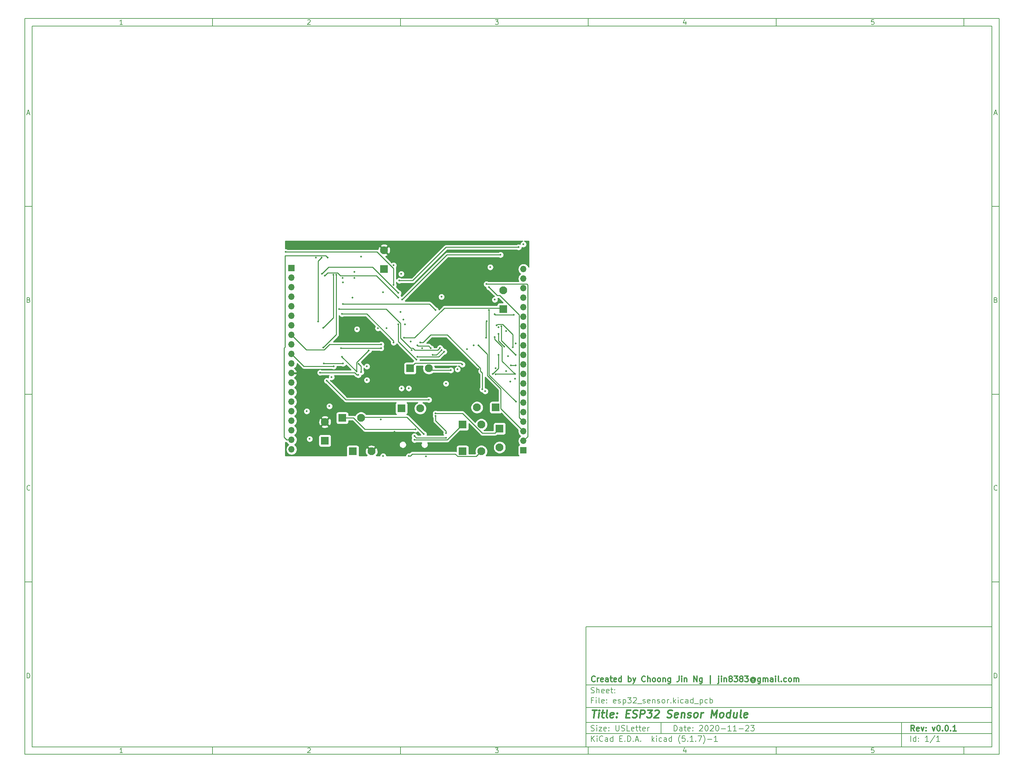
<source format=gbr>
%TF.GenerationSoftware,KiCad,Pcbnew,(5.1.7)-1*%
%TF.CreationDate,2020-11-23T11:29:42-08:00*%
%TF.ProjectId,esp32_sensor,65737033-325f-4736-956e-736f722e6b69,v0.0.1*%
%TF.SameCoordinates,Original*%
%TF.FileFunction,Copper,L3,Inr*%
%TF.FilePolarity,Positive*%
%FSLAX46Y46*%
G04 Gerber Fmt 4.6, Leading zero omitted, Abs format (unit mm)*
G04 Created by KiCad (PCBNEW (5.1.7)-1) date 2020-11-23 11:29:42*
%MOMM*%
%LPD*%
G01*
G04 APERTURE LIST*
%ADD10C,0.100000*%
%ADD11C,0.150000*%
%ADD12C,0.300000*%
%ADD13C,0.400000*%
%TA.AperFunction,ComponentPad*%
%ADD14R,2.100000X2.100000*%
%TD*%
%TA.AperFunction,ComponentPad*%
%ADD15C,2.100000*%
%TD*%
%TA.AperFunction,ComponentPad*%
%ADD16R,1.700000X1.700000*%
%TD*%
%TA.AperFunction,ComponentPad*%
%ADD17O,1.700000X1.700000*%
%TD*%
%TA.AperFunction,ViaPad*%
%ADD18C,0.500000*%
%TD*%
%TA.AperFunction,Conductor*%
%ADD19C,0.220000*%
%TD*%
%TA.AperFunction,Conductor*%
%ADD20C,0.254000*%
%TD*%
%TA.AperFunction,Conductor*%
%ADD21C,0.100000*%
%TD*%
G04 APERTURE END LIST*
D10*
D11*
X159400000Y-171900000D02*
X159400000Y-203900000D01*
X267400000Y-203900000D01*
X267400000Y-171900000D01*
X159400000Y-171900000D01*
D10*
D11*
X10000000Y-10000000D02*
X10000000Y-205900000D01*
X269400000Y-205900000D01*
X269400000Y-10000000D01*
X10000000Y-10000000D01*
D10*
D11*
X12000000Y-12000000D02*
X12000000Y-203900000D01*
X267400000Y-203900000D01*
X267400000Y-12000000D01*
X12000000Y-12000000D01*
D10*
D11*
X60000000Y-12000000D02*
X60000000Y-10000000D01*
D10*
D11*
X110000000Y-12000000D02*
X110000000Y-10000000D01*
D10*
D11*
X160000000Y-12000000D02*
X160000000Y-10000000D01*
D10*
D11*
X210000000Y-12000000D02*
X210000000Y-10000000D01*
D10*
D11*
X260000000Y-12000000D02*
X260000000Y-10000000D01*
D10*
D11*
X36065476Y-11588095D02*
X35322619Y-11588095D01*
X35694047Y-11588095D02*
X35694047Y-10288095D01*
X35570238Y-10473809D01*
X35446428Y-10597619D01*
X35322619Y-10659523D01*
D10*
D11*
X85322619Y-10411904D02*
X85384523Y-10350000D01*
X85508333Y-10288095D01*
X85817857Y-10288095D01*
X85941666Y-10350000D01*
X86003571Y-10411904D01*
X86065476Y-10535714D01*
X86065476Y-10659523D01*
X86003571Y-10845238D01*
X85260714Y-11588095D01*
X86065476Y-11588095D01*
D10*
D11*
X135260714Y-10288095D02*
X136065476Y-10288095D01*
X135632142Y-10783333D01*
X135817857Y-10783333D01*
X135941666Y-10845238D01*
X136003571Y-10907142D01*
X136065476Y-11030952D01*
X136065476Y-11340476D01*
X136003571Y-11464285D01*
X135941666Y-11526190D01*
X135817857Y-11588095D01*
X135446428Y-11588095D01*
X135322619Y-11526190D01*
X135260714Y-11464285D01*
D10*
D11*
X185941666Y-10721428D02*
X185941666Y-11588095D01*
X185632142Y-10226190D02*
X185322619Y-11154761D01*
X186127380Y-11154761D01*
D10*
D11*
X236003571Y-10288095D02*
X235384523Y-10288095D01*
X235322619Y-10907142D01*
X235384523Y-10845238D01*
X235508333Y-10783333D01*
X235817857Y-10783333D01*
X235941666Y-10845238D01*
X236003571Y-10907142D01*
X236065476Y-11030952D01*
X236065476Y-11340476D01*
X236003571Y-11464285D01*
X235941666Y-11526190D01*
X235817857Y-11588095D01*
X235508333Y-11588095D01*
X235384523Y-11526190D01*
X235322619Y-11464285D01*
D10*
D11*
X60000000Y-203900000D02*
X60000000Y-205900000D01*
D10*
D11*
X110000000Y-203900000D02*
X110000000Y-205900000D01*
D10*
D11*
X160000000Y-203900000D02*
X160000000Y-205900000D01*
D10*
D11*
X210000000Y-203900000D02*
X210000000Y-205900000D01*
D10*
D11*
X260000000Y-203900000D02*
X260000000Y-205900000D01*
D10*
D11*
X36065476Y-205488095D02*
X35322619Y-205488095D01*
X35694047Y-205488095D02*
X35694047Y-204188095D01*
X35570238Y-204373809D01*
X35446428Y-204497619D01*
X35322619Y-204559523D01*
D10*
D11*
X85322619Y-204311904D02*
X85384523Y-204250000D01*
X85508333Y-204188095D01*
X85817857Y-204188095D01*
X85941666Y-204250000D01*
X86003571Y-204311904D01*
X86065476Y-204435714D01*
X86065476Y-204559523D01*
X86003571Y-204745238D01*
X85260714Y-205488095D01*
X86065476Y-205488095D01*
D10*
D11*
X135260714Y-204188095D02*
X136065476Y-204188095D01*
X135632142Y-204683333D01*
X135817857Y-204683333D01*
X135941666Y-204745238D01*
X136003571Y-204807142D01*
X136065476Y-204930952D01*
X136065476Y-205240476D01*
X136003571Y-205364285D01*
X135941666Y-205426190D01*
X135817857Y-205488095D01*
X135446428Y-205488095D01*
X135322619Y-205426190D01*
X135260714Y-205364285D01*
D10*
D11*
X185941666Y-204621428D02*
X185941666Y-205488095D01*
X185632142Y-204126190D02*
X185322619Y-205054761D01*
X186127380Y-205054761D01*
D10*
D11*
X236003571Y-204188095D02*
X235384523Y-204188095D01*
X235322619Y-204807142D01*
X235384523Y-204745238D01*
X235508333Y-204683333D01*
X235817857Y-204683333D01*
X235941666Y-204745238D01*
X236003571Y-204807142D01*
X236065476Y-204930952D01*
X236065476Y-205240476D01*
X236003571Y-205364285D01*
X235941666Y-205426190D01*
X235817857Y-205488095D01*
X235508333Y-205488095D01*
X235384523Y-205426190D01*
X235322619Y-205364285D01*
D10*
D11*
X10000000Y-60000000D02*
X12000000Y-60000000D01*
D10*
D11*
X10000000Y-110000000D02*
X12000000Y-110000000D01*
D10*
D11*
X10000000Y-160000000D02*
X12000000Y-160000000D01*
D10*
D11*
X10690476Y-35216666D02*
X11309523Y-35216666D01*
X10566666Y-35588095D02*
X11000000Y-34288095D01*
X11433333Y-35588095D01*
D10*
D11*
X11092857Y-84907142D02*
X11278571Y-84969047D01*
X11340476Y-85030952D01*
X11402380Y-85154761D01*
X11402380Y-85340476D01*
X11340476Y-85464285D01*
X11278571Y-85526190D01*
X11154761Y-85588095D01*
X10659523Y-85588095D01*
X10659523Y-84288095D01*
X11092857Y-84288095D01*
X11216666Y-84350000D01*
X11278571Y-84411904D01*
X11340476Y-84535714D01*
X11340476Y-84659523D01*
X11278571Y-84783333D01*
X11216666Y-84845238D01*
X11092857Y-84907142D01*
X10659523Y-84907142D01*
D10*
D11*
X11402380Y-135464285D02*
X11340476Y-135526190D01*
X11154761Y-135588095D01*
X11030952Y-135588095D01*
X10845238Y-135526190D01*
X10721428Y-135402380D01*
X10659523Y-135278571D01*
X10597619Y-135030952D01*
X10597619Y-134845238D01*
X10659523Y-134597619D01*
X10721428Y-134473809D01*
X10845238Y-134350000D01*
X11030952Y-134288095D01*
X11154761Y-134288095D01*
X11340476Y-134350000D01*
X11402380Y-134411904D01*
D10*
D11*
X10659523Y-185588095D02*
X10659523Y-184288095D01*
X10969047Y-184288095D01*
X11154761Y-184350000D01*
X11278571Y-184473809D01*
X11340476Y-184597619D01*
X11402380Y-184845238D01*
X11402380Y-185030952D01*
X11340476Y-185278571D01*
X11278571Y-185402380D01*
X11154761Y-185526190D01*
X10969047Y-185588095D01*
X10659523Y-185588095D01*
D10*
D11*
X269400000Y-60000000D02*
X267400000Y-60000000D01*
D10*
D11*
X269400000Y-110000000D02*
X267400000Y-110000000D01*
D10*
D11*
X269400000Y-160000000D02*
X267400000Y-160000000D01*
D10*
D11*
X268090476Y-35216666D02*
X268709523Y-35216666D01*
X267966666Y-35588095D02*
X268400000Y-34288095D01*
X268833333Y-35588095D01*
D10*
D11*
X268492857Y-84907142D02*
X268678571Y-84969047D01*
X268740476Y-85030952D01*
X268802380Y-85154761D01*
X268802380Y-85340476D01*
X268740476Y-85464285D01*
X268678571Y-85526190D01*
X268554761Y-85588095D01*
X268059523Y-85588095D01*
X268059523Y-84288095D01*
X268492857Y-84288095D01*
X268616666Y-84350000D01*
X268678571Y-84411904D01*
X268740476Y-84535714D01*
X268740476Y-84659523D01*
X268678571Y-84783333D01*
X268616666Y-84845238D01*
X268492857Y-84907142D01*
X268059523Y-84907142D01*
D10*
D11*
X268802380Y-135464285D02*
X268740476Y-135526190D01*
X268554761Y-135588095D01*
X268430952Y-135588095D01*
X268245238Y-135526190D01*
X268121428Y-135402380D01*
X268059523Y-135278571D01*
X267997619Y-135030952D01*
X267997619Y-134845238D01*
X268059523Y-134597619D01*
X268121428Y-134473809D01*
X268245238Y-134350000D01*
X268430952Y-134288095D01*
X268554761Y-134288095D01*
X268740476Y-134350000D01*
X268802380Y-134411904D01*
D10*
D11*
X268059523Y-185588095D02*
X268059523Y-184288095D01*
X268369047Y-184288095D01*
X268554761Y-184350000D01*
X268678571Y-184473809D01*
X268740476Y-184597619D01*
X268802380Y-184845238D01*
X268802380Y-185030952D01*
X268740476Y-185278571D01*
X268678571Y-185402380D01*
X268554761Y-185526190D01*
X268369047Y-185588095D01*
X268059523Y-185588095D01*
D10*
D11*
X182832142Y-199678571D02*
X182832142Y-198178571D01*
X183189285Y-198178571D01*
X183403571Y-198250000D01*
X183546428Y-198392857D01*
X183617857Y-198535714D01*
X183689285Y-198821428D01*
X183689285Y-199035714D01*
X183617857Y-199321428D01*
X183546428Y-199464285D01*
X183403571Y-199607142D01*
X183189285Y-199678571D01*
X182832142Y-199678571D01*
X184975000Y-199678571D02*
X184975000Y-198892857D01*
X184903571Y-198750000D01*
X184760714Y-198678571D01*
X184475000Y-198678571D01*
X184332142Y-198750000D01*
X184975000Y-199607142D02*
X184832142Y-199678571D01*
X184475000Y-199678571D01*
X184332142Y-199607142D01*
X184260714Y-199464285D01*
X184260714Y-199321428D01*
X184332142Y-199178571D01*
X184475000Y-199107142D01*
X184832142Y-199107142D01*
X184975000Y-199035714D01*
X185475000Y-198678571D02*
X186046428Y-198678571D01*
X185689285Y-198178571D02*
X185689285Y-199464285D01*
X185760714Y-199607142D01*
X185903571Y-199678571D01*
X186046428Y-199678571D01*
X187117857Y-199607142D02*
X186975000Y-199678571D01*
X186689285Y-199678571D01*
X186546428Y-199607142D01*
X186475000Y-199464285D01*
X186475000Y-198892857D01*
X186546428Y-198750000D01*
X186689285Y-198678571D01*
X186975000Y-198678571D01*
X187117857Y-198750000D01*
X187189285Y-198892857D01*
X187189285Y-199035714D01*
X186475000Y-199178571D01*
X187832142Y-199535714D02*
X187903571Y-199607142D01*
X187832142Y-199678571D01*
X187760714Y-199607142D01*
X187832142Y-199535714D01*
X187832142Y-199678571D01*
X187832142Y-198750000D02*
X187903571Y-198821428D01*
X187832142Y-198892857D01*
X187760714Y-198821428D01*
X187832142Y-198750000D01*
X187832142Y-198892857D01*
X189617857Y-198321428D02*
X189689285Y-198250000D01*
X189832142Y-198178571D01*
X190189285Y-198178571D01*
X190332142Y-198250000D01*
X190403571Y-198321428D01*
X190475000Y-198464285D01*
X190475000Y-198607142D01*
X190403571Y-198821428D01*
X189546428Y-199678571D01*
X190475000Y-199678571D01*
X191403571Y-198178571D02*
X191546428Y-198178571D01*
X191689285Y-198250000D01*
X191760714Y-198321428D01*
X191832142Y-198464285D01*
X191903571Y-198750000D01*
X191903571Y-199107142D01*
X191832142Y-199392857D01*
X191760714Y-199535714D01*
X191689285Y-199607142D01*
X191546428Y-199678571D01*
X191403571Y-199678571D01*
X191260714Y-199607142D01*
X191189285Y-199535714D01*
X191117857Y-199392857D01*
X191046428Y-199107142D01*
X191046428Y-198750000D01*
X191117857Y-198464285D01*
X191189285Y-198321428D01*
X191260714Y-198250000D01*
X191403571Y-198178571D01*
X192475000Y-198321428D02*
X192546428Y-198250000D01*
X192689285Y-198178571D01*
X193046428Y-198178571D01*
X193189285Y-198250000D01*
X193260714Y-198321428D01*
X193332142Y-198464285D01*
X193332142Y-198607142D01*
X193260714Y-198821428D01*
X192403571Y-199678571D01*
X193332142Y-199678571D01*
X194260714Y-198178571D02*
X194403571Y-198178571D01*
X194546428Y-198250000D01*
X194617857Y-198321428D01*
X194689285Y-198464285D01*
X194760714Y-198750000D01*
X194760714Y-199107142D01*
X194689285Y-199392857D01*
X194617857Y-199535714D01*
X194546428Y-199607142D01*
X194403571Y-199678571D01*
X194260714Y-199678571D01*
X194117857Y-199607142D01*
X194046428Y-199535714D01*
X193975000Y-199392857D01*
X193903571Y-199107142D01*
X193903571Y-198750000D01*
X193975000Y-198464285D01*
X194046428Y-198321428D01*
X194117857Y-198250000D01*
X194260714Y-198178571D01*
X195403571Y-199107142D02*
X196546428Y-199107142D01*
X198046428Y-199678571D02*
X197189285Y-199678571D01*
X197617857Y-199678571D02*
X197617857Y-198178571D01*
X197475000Y-198392857D01*
X197332142Y-198535714D01*
X197189285Y-198607142D01*
X199475000Y-199678571D02*
X198617857Y-199678571D01*
X199046428Y-199678571D02*
X199046428Y-198178571D01*
X198903571Y-198392857D01*
X198760714Y-198535714D01*
X198617857Y-198607142D01*
X200117857Y-199107142D02*
X201260714Y-199107142D01*
X201903571Y-198321428D02*
X201975000Y-198250000D01*
X202117857Y-198178571D01*
X202475000Y-198178571D01*
X202617857Y-198250000D01*
X202689285Y-198321428D01*
X202760714Y-198464285D01*
X202760714Y-198607142D01*
X202689285Y-198821428D01*
X201832142Y-199678571D01*
X202760714Y-199678571D01*
X203260714Y-198178571D02*
X204189285Y-198178571D01*
X203689285Y-198750000D01*
X203903571Y-198750000D01*
X204046428Y-198821428D01*
X204117857Y-198892857D01*
X204189285Y-199035714D01*
X204189285Y-199392857D01*
X204117857Y-199535714D01*
X204046428Y-199607142D01*
X203903571Y-199678571D01*
X203475000Y-199678571D01*
X203332142Y-199607142D01*
X203260714Y-199535714D01*
D10*
D11*
X159400000Y-200400000D02*
X267400000Y-200400000D01*
D10*
D11*
X160832142Y-202478571D02*
X160832142Y-200978571D01*
X161689285Y-202478571D02*
X161046428Y-201621428D01*
X161689285Y-200978571D02*
X160832142Y-201835714D01*
X162332142Y-202478571D02*
X162332142Y-201478571D01*
X162332142Y-200978571D02*
X162260714Y-201050000D01*
X162332142Y-201121428D01*
X162403571Y-201050000D01*
X162332142Y-200978571D01*
X162332142Y-201121428D01*
X163903571Y-202335714D02*
X163832142Y-202407142D01*
X163617857Y-202478571D01*
X163475000Y-202478571D01*
X163260714Y-202407142D01*
X163117857Y-202264285D01*
X163046428Y-202121428D01*
X162975000Y-201835714D01*
X162975000Y-201621428D01*
X163046428Y-201335714D01*
X163117857Y-201192857D01*
X163260714Y-201050000D01*
X163475000Y-200978571D01*
X163617857Y-200978571D01*
X163832142Y-201050000D01*
X163903571Y-201121428D01*
X165189285Y-202478571D02*
X165189285Y-201692857D01*
X165117857Y-201550000D01*
X164975000Y-201478571D01*
X164689285Y-201478571D01*
X164546428Y-201550000D01*
X165189285Y-202407142D02*
X165046428Y-202478571D01*
X164689285Y-202478571D01*
X164546428Y-202407142D01*
X164475000Y-202264285D01*
X164475000Y-202121428D01*
X164546428Y-201978571D01*
X164689285Y-201907142D01*
X165046428Y-201907142D01*
X165189285Y-201835714D01*
X166546428Y-202478571D02*
X166546428Y-200978571D01*
X166546428Y-202407142D02*
X166403571Y-202478571D01*
X166117857Y-202478571D01*
X165975000Y-202407142D01*
X165903571Y-202335714D01*
X165832142Y-202192857D01*
X165832142Y-201764285D01*
X165903571Y-201621428D01*
X165975000Y-201550000D01*
X166117857Y-201478571D01*
X166403571Y-201478571D01*
X166546428Y-201550000D01*
X168403571Y-201692857D02*
X168903571Y-201692857D01*
X169117857Y-202478571D02*
X168403571Y-202478571D01*
X168403571Y-200978571D01*
X169117857Y-200978571D01*
X169760714Y-202335714D02*
X169832142Y-202407142D01*
X169760714Y-202478571D01*
X169689285Y-202407142D01*
X169760714Y-202335714D01*
X169760714Y-202478571D01*
X170475000Y-202478571D02*
X170475000Y-200978571D01*
X170832142Y-200978571D01*
X171046428Y-201050000D01*
X171189285Y-201192857D01*
X171260714Y-201335714D01*
X171332142Y-201621428D01*
X171332142Y-201835714D01*
X171260714Y-202121428D01*
X171189285Y-202264285D01*
X171046428Y-202407142D01*
X170832142Y-202478571D01*
X170475000Y-202478571D01*
X171975000Y-202335714D02*
X172046428Y-202407142D01*
X171975000Y-202478571D01*
X171903571Y-202407142D01*
X171975000Y-202335714D01*
X171975000Y-202478571D01*
X172617857Y-202050000D02*
X173332142Y-202050000D01*
X172475000Y-202478571D02*
X172975000Y-200978571D01*
X173475000Y-202478571D01*
X173975000Y-202335714D02*
X174046428Y-202407142D01*
X173975000Y-202478571D01*
X173903571Y-202407142D01*
X173975000Y-202335714D01*
X173975000Y-202478571D01*
X176975000Y-202478571D02*
X176975000Y-200978571D01*
X177117857Y-201907142D02*
X177546428Y-202478571D01*
X177546428Y-201478571D02*
X176975000Y-202050000D01*
X178189285Y-202478571D02*
X178189285Y-201478571D01*
X178189285Y-200978571D02*
X178117857Y-201050000D01*
X178189285Y-201121428D01*
X178260714Y-201050000D01*
X178189285Y-200978571D01*
X178189285Y-201121428D01*
X179546428Y-202407142D02*
X179403571Y-202478571D01*
X179117857Y-202478571D01*
X178975000Y-202407142D01*
X178903571Y-202335714D01*
X178832142Y-202192857D01*
X178832142Y-201764285D01*
X178903571Y-201621428D01*
X178975000Y-201550000D01*
X179117857Y-201478571D01*
X179403571Y-201478571D01*
X179546428Y-201550000D01*
X180832142Y-202478571D02*
X180832142Y-201692857D01*
X180760714Y-201550000D01*
X180617857Y-201478571D01*
X180332142Y-201478571D01*
X180189285Y-201550000D01*
X180832142Y-202407142D02*
X180689285Y-202478571D01*
X180332142Y-202478571D01*
X180189285Y-202407142D01*
X180117857Y-202264285D01*
X180117857Y-202121428D01*
X180189285Y-201978571D01*
X180332142Y-201907142D01*
X180689285Y-201907142D01*
X180832142Y-201835714D01*
X182189285Y-202478571D02*
X182189285Y-200978571D01*
X182189285Y-202407142D02*
X182046428Y-202478571D01*
X181760714Y-202478571D01*
X181617857Y-202407142D01*
X181546428Y-202335714D01*
X181475000Y-202192857D01*
X181475000Y-201764285D01*
X181546428Y-201621428D01*
X181617857Y-201550000D01*
X181760714Y-201478571D01*
X182046428Y-201478571D01*
X182189285Y-201550000D01*
X184475000Y-203050000D02*
X184403571Y-202978571D01*
X184260714Y-202764285D01*
X184189285Y-202621428D01*
X184117857Y-202407142D01*
X184046428Y-202050000D01*
X184046428Y-201764285D01*
X184117857Y-201407142D01*
X184189285Y-201192857D01*
X184260714Y-201050000D01*
X184403571Y-200835714D01*
X184475000Y-200764285D01*
X185760714Y-200978571D02*
X185046428Y-200978571D01*
X184975000Y-201692857D01*
X185046428Y-201621428D01*
X185189285Y-201550000D01*
X185546428Y-201550000D01*
X185689285Y-201621428D01*
X185760714Y-201692857D01*
X185832142Y-201835714D01*
X185832142Y-202192857D01*
X185760714Y-202335714D01*
X185689285Y-202407142D01*
X185546428Y-202478571D01*
X185189285Y-202478571D01*
X185046428Y-202407142D01*
X184975000Y-202335714D01*
X186475000Y-202335714D02*
X186546428Y-202407142D01*
X186475000Y-202478571D01*
X186403571Y-202407142D01*
X186475000Y-202335714D01*
X186475000Y-202478571D01*
X187975000Y-202478571D02*
X187117857Y-202478571D01*
X187546428Y-202478571D02*
X187546428Y-200978571D01*
X187403571Y-201192857D01*
X187260714Y-201335714D01*
X187117857Y-201407142D01*
X188617857Y-202335714D02*
X188689285Y-202407142D01*
X188617857Y-202478571D01*
X188546428Y-202407142D01*
X188617857Y-202335714D01*
X188617857Y-202478571D01*
X189189285Y-200978571D02*
X190189285Y-200978571D01*
X189546428Y-202478571D01*
X190617857Y-203050000D02*
X190689285Y-202978571D01*
X190832142Y-202764285D01*
X190903571Y-202621428D01*
X190975000Y-202407142D01*
X191046428Y-202050000D01*
X191046428Y-201764285D01*
X190975000Y-201407142D01*
X190903571Y-201192857D01*
X190832142Y-201050000D01*
X190689285Y-200835714D01*
X190617857Y-200764285D01*
X191760714Y-201907142D02*
X192903571Y-201907142D01*
X194403571Y-202478571D02*
X193546428Y-202478571D01*
X193975000Y-202478571D02*
X193975000Y-200978571D01*
X193832142Y-201192857D01*
X193689285Y-201335714D01*
X193546428Y-201407142D01*
D10*
D11*
X159400000Y-197400000D02*
X267400000Y-197400000D01*
D10*
D12*
X246809285Y-199678571D02*
X246309285Y-198964285D01*
X245952142Y-199678571D02*
X245952142Y-198178571D01*
X246523571Y-198178571D01*
X246666428Y-198250000D01*
X246737857Y-198321428D01*
X246809285Y-198464285D01*
X246809285Y-198678571D01*
X246737857Y-198821428D01*
X246666428Y-198892857D01*
X246523571Y-198964285D01*
X245952142Y-198964285D01*
X248023571Y-199607142D02*
X247880714Y-199678571D01*
X247595000Y-199678571D01*
X247452142Y-199607142D01*
X247380714Y-199464285D01*
X247380714Y-198892857D01*
X247452142Y-198750000D01*
X247595000Y-198678571D01*
X247880714Y-198678571D01*
X248023571Y-198750000D01*
X248095000Y-198892857D01*
X248095000Y-199035714D01*
X247380714Y-199178571D01*
X248595000Y-198678571D02*
X248952142Y-199678571D01*
X249309285Y-198678571D01*
X249880714Y-199535714D02*
X249952142Y-199607142D01*
X249880714Y-199678571D01*
X249809285Y-199607142D01*
X249880714Y-199535714D01*
X249880714Y-199678571D01*
X249880714Y-198750000D02*
X249952142Y-198821428D01*
X249880714Y-198892857D01*
X249809285Y-198821428D01*
X249880714Y-198750000D01*
X249880714Y-198892857D01*
X251595000Y-198678571D02*
X251952142Y-199678571D01*
X252309285Y-198678571D01*
X253166428Y-198178571D02*
X253309285Y-198178571D01*
X253452142Y-198250000D01*
X253523571Y-198321428D01*
X253595000Y-198464285D01*
X253666428Y-198750000D01*
X253666428Y-199107142D01*
X253595000Y-199392857D01*
X253523571Y-199535714D01*
X253452142Y-199607142D01*
X253309285Y-199678571D01*
X253166428Y-199678571D01*
X253023571Y-199607142D01*
X252952142Y-199535714D01*
X252880714Y-199392857D01*
X252809285Y-199107142D01*
X252809285Y-198750000D01*
X252880714Y-198464285D01*
X252952142Y-198321428D01*
X253023571Y-198250000D01*
X253166428Y-198178571D01*
X254309285Y-199535714D02*
X254380714Y-199607142D01*
X254309285Y-199678571D01*
X254237857Y-199607142D01*
X254309285Y-199535714D01*
X254309285Y-199678571D01*
X255309285Y-198178571D02*
X255452142Y-198178571D01*
X255595000Y-198250000D01*
X255666428Y-198321428D01*
X255737857Y-198464285D01*
X255809285Y-198750000D01*
X255809285Y-199107142D01*
X255737857Y-199392857D01*
X255666428Y-199535714D01*
X255595000Y-199607142D01*
X255452142Y-199678571D01*
X255309285Y-199678571D01*
X255166428Y-199607142D01*
X255095000Y-199535714D01*
X255023571Y-199392857D01*
X254952142Y-199107142D01*
X254952142Y-198750000D01*
X255023571Y-198464285D01*
X255095000Y-198321428D01*
X255166428Y-198250000D01*
X255309285Y-198178571D01*
X256452142Y-199535714D02*
X256523571Y-199607142D01*
X256452142Y-199678571D01*
X256380714Y-199607142D01*
X256452142Y-199535714D01*
X256452142Y-199678571D01*
X257952142Y-199678571D02*
X257095000Y-199678571D01*
X257523571Y-199678571D02*
X257523571Y-198178571D01*
X257380714Y-198392857D01*
X257237857Y-198535714D01*
X257095000Y-198607142D01*
D10*
D11*
X160760714Y-199607142D02*
X160975000Y-199678571D01*
X161332142Y-199678571D01*
X161475000Y-199607142D01*
X161546428Y-199535714D01*
X161617857Y-199392857D01*
X161617857Y-199250000D01*
X161546428Y-199107142D01*
X161475000Y-199035714D01*
X161332142Y-198964285D01*
X161046428Y-198892857D01*
X160903571Y-198821428D01*
X160832142Y-198750000D01*
X160760714Y-198607142D01*
X160760714Y-198464285D01*
X160832142Y-198321428D01*
X160903571Y-198250000D01*
X161046428Y-198178571D01*
X161403571Y-198178571D01*
X161617857Y-198250000D01*
X162260714Y-199678571D02*
X162260714Y-198678571D01*
X162260714Y-198178571D02*
X162189285Y-198250000D01*
X162260714Y-198321428D01*
X162332142Y-198250000D01*
X162260714Y-198178571D01*
X162260714Y-198321428D01*
X162832142Y-198678571D02*
X163617857Y-198678571D01*
X162832142Y-199678571D01*
X163617857Y-199678571D01*
X164760714Y-199607142D02*
X164617857Y-199678571D01*
X164332142Y-199678571D01*
X164189285Y-199607142D01*
X164117857Y-199464285D01*
X164117857Y-198892857D01*
X164189285Y-198750000D01*
X164332142Y-198678571D01*
X164617857Y-198678571D01*
X164760714Y-198750000D01*
X164832142Y-198892857D01*
X164832142Y-199035714D01*
X164117857Y-199178571D01*
X165475000Y-199535714D02*
X165546428Y-199607142D01*
X165475000Y-199678571D01*
X165403571Y-199607142D01*
X165475000Y-199535714D01*
X165475000Y-199678571D01*
X165475000Y-198750000D02*
X165546428Y-198821428D01*
X165475000Y-198892857D01*
X165403571Y-198821428D01*
X165475000Y-198750000D01*
X165475000Y-198892857D01*
X167332142Y-198178571D02*
X167332142Y-199392857D01*
X167403571Y-199535714D01*
X167475000Y-199607142D01*
X167617857Y-199678571D01*
X167903571Y-199678571D01*
X168046428Y-199607142D01*
X168117857Y-199535714D01*
X168189285Y-199392857D01*
X168189285Y-198178571D01*
X168832142Y-199607142D02*
X169046428Y-199678571D01*
X169403571Y-199678571D01*
X169546428Y-199607142D01*
X169617857Y-199535714D01*
X169689285Y-199392857D01*
X169689285Y-199250000D01*
X169617857Y-199107142D01*
X169546428Y-199035714D01*
X169403571Y-198964285D01*
X169117857Y-198892857D01*
X168975000Y-198821428D01*
X168903571Y-198750000D01*
X168832142Y-198607142D01*
X168832142Y-198464285D01*
X168903571Y-198321428D01*
X168975000Y-198250000D01*
X169117857Y-198178571D01*
X169475000Y-198178571D01*
X169689285Y-198250000D01*
X171046428Y-199678571D02*
X170332142Y-199678571D01*
X170332142Y-198178571D01*
X172117857Y-199607142D02*
X171975000Y-199678571D01*
X171689285Y-199678571D01*
X171546428Y-199607142D01*
X171475000Y-199464285D01*
X171475000Y-198892857D01*
X171546428Y-198750000D01*
X171689285Y-198678571D01*
X171975000Y-198678571D01*
X172117857Y-198750000D01*
X172189285Y-198892857D01*
X172189285Y-199035714D01*
X171475000Y-199178571D01*
X172617857Y-198678571D02*
X173189285Y-198678571D01*
X172832142Y-198178571D02*
X172832142Y-199464285D01*
X172903571Y-199607142D01*
X173046428Y-199678571D01*
X173189285Y-199678571D01*
X173475000Y-198678571D02*
X174046428Y-198678571D01*
X173689285Y-198178571D02*
X173689285Y-199464285D01*
X173760714Y-199607142D01*
X173903571Y-199678571D01*
X174046428Y-199678571D01*
X175117857Y-199607142D02*
X174975000Y-199678571D01*
X174689285Y-199678571D01*
X174546428Y-199607142D01*
X174475000Y-199464285D01*
X174475000Y-198892857D01*
X174546428Y-198750000D01*
X174689285Y-198678571D01*
X174975000Y-198678571D01*
X175117857Y-198750000D01*
X175189285Y-198892857D01*
X175189285Y-199035714D01*
X174475000Y-199178571D01*
X175832142Y-199678571D02*
X175832142Y-198678571D01*
X175832142Y-198964285D02*
X175903571Y-198821428D01*
X175975000Y-198750000D01*
X176117857Y-198678571D01*
X176260714Y-198678571D01*
D10*
D11*
X245832142Y-202478571D02*
X245832142Y-200978571D01*
X247189285Y-202478571D02*
X247189285Y-200978571D01*
X247189285Y-202407142D02*
X247046428Y-202478571D01*
X246760714Y-202478571D01*
X246617857Y-202407142D01*
X246546428Y-202335714D01*
X246475000Y-202192857D01*
X246475000Y-201764285D01*
X246546428Y-201621428D01*
X246617857Y-201550000D01*
X246760714Y-201478571D01*
X247046428Y-201478571D01*
X247189285Y-201550000D01*
X247903571Y-202335714D02*
X247975000Y-202407142D01*
X247903571Y-202478571D01*
X247832142Y-202407142D01*
X247903571Y-202335714D01*
X247903571Y-202478571D01*
X247903571Y-201550000D02*
X247975000Y-201621428D01*
X247903571Y-201692857D01*
X247832142Y-201621428D01*
X247903571Y-201550000D01*
X247903571Y-201692857D01*
X250546428Y-202478571D02*
X249689285Y-202478571D01*
X250117857Y-202478571D02*
X250117857Y-200978571D01*
X249975000Y-201192857D01*
X249832142Y-201335714D01*
X249689285Y-201407142D01*
X252260714Y-200907142D02*
X250975000Y-202835714D01*
X253546428Y-202478571D02*
X252689285Y-202478571D01*
X253117857Y-202478571D02*
X253117857Y-200978571D01*
X252975000Y-201192857D01*
X252832142Y-201335714D01*
X252689285Y-201407142D01*
D10*
D11*
X159400000Y-193400000D02*
X267400000Y-193400000D01*
D10*
D13*
X161112380Y-194104761D02*
X162255238Y-194104761D01*
X161433809Y-196104761D02*
X161683809Y-194104761D01*
X162671904Y-196104761D02*
X162838571Y-194771428D01*
X162921904Y-194104761D02*
X162814761Y-194200000D01*
X162898095Y-194295238D01*
X163005238Y-194200000D01*
X162921904Y-194104761D01*
X162898095Y-194295238D01*
X163505238Y-194771428D02*
X164267142Y-194771428D01*
X163874285Y-194104761D02*
X163660000Y-195819047D01*
X163731428Y-196009523D01*
X163910000Y-196104761D01*
X164100476Y-196104761D01*
X165052857Y-196104761D02*
X164874285Y-196009523D01*
X164802857Y-195819047D01*
X165017142Y-194104761D01*
X166588571Y-196009523D02*
X166386190Y-196104761D01*
X166005238Y-196104761D01*
X165826666Y-196009523D01*
X165755238Y-195819047D01*
X165850476Y-195057142D01*
X165969523Y-194866666D01*
X166171904Y-194771428D01*
X166552857Y-194771428D01*
X166731428Y-194866666D01*
X166802857Y-195057142D01*
X166779047Y-195247619D01*
X165802857Y-195438095D01*
X167552857Y-195914285D02*
X167636190Y-196009523D01*
X167529047Y-196104761D01*
X167445714Y-196009523D01*
X167552857Y-195914285D01*
X167529047Y-196104761D01*
X167683809Y-194866666D02*
X167767142Y-194961904D01*
X167660000Y-195057142D01*
X167576666Y-194961904D01*
X167683809Y-194866666D01*
X167660000Y-195057142D01*
X170136190Y-195057142D02*
X170802857Y-195057142D01*
X170957619Y-196104761D02*
X170005238Y-196104761D01*
X170255238Y-194104761D01*
X171207619Y-194104761D01*
X171731428Y-196009523D02*
X172005238Y-196104761D01*
X172481428Y-196104761D01*
X172683809Y-196009523D01*
X172790952Y-195914285D01*
X172910000Y-195723809D01*
X172933809Y-195533333D01*
X172862380Y-195342857D01*
X172779047Y-195247619D01*
X172600476Y-195152380D01*
X172231428Y-195057142D01*
X172052857Y-194961904D01*
X171969523Y-194866666D01*
X171898095Y-194676190D01*
X171921904Y-194485714D01*
X172040952Y-194295238D01*
X172148095Y-194200000D01*
X172350476Y-194104761D01*
X172826666Y-194104761D01*
X173100476Y-194200000D01*
X173719523Y-196104761D02*
X173969523Y-194104761D01*
X174731428Y-194104761D01*
X174910000Y-194200000D01*
X174993333Y-194295238D01*
X175064761Y-194485714D01*
X175029047Y-194771428D01*
X174910000Y-194961904D01*
X174802857Y-195057142D01*
X174600476Y-195152380D01*
X173838571Y-195152380D01*
X175779047Y-194104761D02*
X177017142Y-194104761D01*
X176255238Y-194866666D01*
X176540952Y-194866666D01*
X176719523Y-194961904D01*
X176802857Y-195057142D01*
X176874285Y-195247619D01*
X176814761Y-195723809D01*
X176695714Y-195914285D01*
X176588571Y-196009523D01*
X176386190Y-196104761D01*
X175814761Y-196104761D01*
X175636190Y-196009523D01*
X175552857Y-195914285D01*
X177755238Y-194295238D02*
X177862380Y-194200000D01*
X178064761Y-194104761D01*
X178540952Y-194104761D01*
X178719523Y-194200000D01*
X178802857Y-194295238D01*
X178874285Y-194485714D01*
X178850476Y-194676190D01*
X178719523Y-194961904D01*
X177433809Y-196104761D01*
X178671904Y-196104761D01*
X180969523Y-196009523D02*
X181243333Y-196104761D01*
X181719523Y-196104761D01*
X181921904Y-196009523D01*
X182029047Y-195914285D01*
X182148095Y-195723809D01*
X182171904Y-195533333D01*
X182100476Y-195342857D01*
X182017142Y-195247619D01*
X181838571Y-195152380D01*
X181469523Y-195057142D01*
X181290952Y-194961904D01*
X181207619Y-194866666D01*
X181136190Y-194676190D01*
X181160000Y-194485714D01*
X181279047Y-194295238D01*
X181386190Y-194200000D01*
X181588571Y-194104761D01*
X182064761Y-194104761D01*
X182338571Y-194200000D01*
X183731428Y-196009523D02*
X183529047Y-196104761D01*
X183148095Y-196104761D01*
X182969523Y-196009523D01*
X182898095Y-195819047D01*
X182993333Y-195057142D01*
X183112380Y-194866666D01*
X183314761Y-194771428D01*
X183695714Y-194771428D01*
X183874285Y-194866666D01*
X183945714Y-195057142D01*
X183921904Y-195247619D01*
X182945714Y-195438095D01*
X184838571Y-194771428D02*
X184671904Y-196104761D01*
X184814761Y-194961904D02*
X184921904Y-194866666D01*
X185124285Y-194771428D01*
X185410000Y-194771428D01*
X185588571Y-194866666D01*
X185660000Y-195057142D01*
X185529047Y-196104761D01*
X186398095Y-196009523D02*
X186576666Y-196104761D01*
X186957619Y-196104761D01*
X187160000Y-196009523D01*
X187279047Y-195819047D01*
X187290952Y-195723809D01*
X187219523Y-195533333D01*
X187040952Y-195438095D01*
X186755238Y-195438095D01*
X186576666Y-195342857D01*
X186505238Y-195152380D01*
X186517142Y-195057142D01*
X186636190Y-194866666D01*
X186838571Y-194771428D01*
X187124285Y-194771428D01*
X187302857Y-194866666D01*
X188386190Y-196104761D02*
X188207619Y-196009523D01*
X188124285Y-195914285D01*
X188052857Y-195723809D01*
X188124285Y-195152380D01*
X188243333Y-194961904D01*
X188350476Y-194866666D01*
X188552857Y-194771428D01*
X188838571Y-194771428D01*
X189017142Y-194866666D01*
X189100476Y-194961904D01*
X189171904Y-195152380D01*
X189100476Y-195723809D01*
X188981428Y-195914285D01*
X188874285Y-196009523D01*
X188671904Y-196104761D01*
X188386190Y-196104761D01*
X189910000Y-196104761D02*
X190076666Y-194771428D01*
X190029047Y-195152380D02*
X190148095Y-194961904D01*
X190255238Y-194866666D01*
X190457619Y-194771428D01*
X190648095Y-194771428D01*
X192671904Y-196104761D02*
X192921904Y-194104761D01*
X193410000Y-195533333D01*
X194255238Y-194104761D01*
X194005238Y-196104761D01*
X195243333Y-196104761D02*
X195064761Y-196009523D01*
X194981428Y-195914285D01*
X194910000Y-195723809D01*
X194981428Y-195152380D01*
X195100476Y-194961904D01*
X195207619Y-194866666D01*
X195410000Y-194771428D01*
X195695714Y-194771428D01*
X195874285Y-194866666D01*
X195957619Y-194961904D01*
X196029047Y-195152380D01*
X195957619Y-195723809D01*
X195838571Y-195914285D01*
X195731428Y-196009523D01*
X195529047Y-196104761D01*
X195243333Y-196104761D01*
X197624285Y-196104761D02*
X197874285Y-194104761D01*
X197636190Y-196009523D02*
X197433809Y-196104761D01*
X197052857Y-196104761D01*
X196874285Y-196009523D01*
X196790952Y-195914285D01*
X196719523Y-195723809D01*
X196790952Y-195152380D01*
X196910000Y-194961904D01*
X197017142Y-194866666D01*
X197219523Y-194771428D01*
X197600476Y-194771428D01*
X197779047Y-194866666D01*
X199600476Y-194771428D02*
X199433809Y-196104761D01*
X198743333Y-194771428D02*
X198612380Y-195819047D01*
X198683809Y-196009523D01*
X198862380Y-196104761D01*
X199148095Y-196104761D01*
X199350476Y-196009523D01*
X199457619Y-195914285D01*
X200671904Y-196104761D02*
X200493333Y-196009523D01*
X200421904Y-195819047D01*
X200636190Y-194104761D01*
X202207619Y-196009523D02*
X202005238Y-196104761D01*
X201624285Y-196104761D01*
X201445714Y-196009523D01*
X201374285Y-195819047D01*
X201469523Y-195057142D01*
X201588571Y-194866666D01*
X201790952Y-194771428D01*
X202171904Y-194771428D01*
X202350476Y-194866666D01*
X202421904Y-195057142D01*
X202398095Y-195247619D01*
X201421904Y-195438095D01*
D10*
D11*
X161332142Y-191492857D02*
X160832142Y-191492857D01*
X160832142Y-192278571D02*
X160832142Y-190778571D01*
X161546428Y-190778571D01*
X162117857Y-192278571D02*
X162117857Y-191278571D01*
X162117857Y-190778571D02*
X162046428Y-190850000D01*
X162117857Y-190921428D01*
X162189285Y-190850000D01*
X162117857Y-190778571D01*
X162117857Y-190921428D01*
X163046428Y-192278571D02*
X162903571Y-192207142D01*
X162832142Y-192064285D01*
X162832142Y-190778571D01*
X164189285Y-192207142D02*
X164046428Y-192278571D01*
X163760714Y-192278571D01*
X163617857Y-192207142D01*
X163546428Y-192064285D01*
X163546428Y-191492857D01*
X163617857Y-191350000D01*
X163760714Y-191278571D01*
X164046428Y-191278571D01*
X164189285Y-191350000D01*
X164260714Y-191492857D01*
X164260714Y-191635714D01*
X163546428Y-191778571D01*
X164903571Y-192135714D02*
X164975000Y-192207142D01*
X164903571Y-192278571D01*
X164832142Y-192207142D01*
X164903571Y-192135714D01*
X164903571Y-192278571D01*
X164903571Y-191350000D02*
X164975000Y-191421428D01*
X164903571Y-191492857D01*
X164832142Y-191421428D01*
X164903571Y-191350000D01*
X164903571Y-191492857D01*
X167332142Y-192207142D02*
X167189285Y-192278571D01*
X166903571Y-192278571D01*
X166760714Y-192207142D01*
X166689285Y-192064285D01*
X166689285Y-191492857D01*
X166760714Y-191350000D01*
X166903571Y-191278571D01*
X167189285Y-191278571D01*
X167332142Y-191350000D01*
X167403571Y-191492857D01*
X167403571Y-191635714D01*
X166689285Y-191778571D01*
X167975000Y-192207142D02*
X168117857Y-192278571D01*
X168403571Y-192278571D01*
X168546428Y-192207142D01*
X168617857Y-192064285D01*
X168617857Y-191992857D01*
X168546428Y-191850000D01*
X168403571Y-191778571D01*
X168189285Y-191778571D01*
X168046428Y-191707142D01*
X167975000Y-191564285D01*
X167975000Y-191492857D01*
X168046428Y-191350000D01*
X168189285Y-191278571D01*
X168403571Y-191278571D01*
X168546428Y-191350000D01*
X169260714Y-191278571D02*
X169260714Y-192778571D01*
X169260714Y-191350000D02*
X169403571Y-191278571D01*
X169689285Y-191278571D01*
X169832142Y-191350000D01*
X169903571Y-191421428D01*
X169975000Y-191564285D01*
X169975000Y-191992857D01*
X169903571Y-192135714D01*
X169832142Y-192207142D01*
X169689285Y-192278571D01*
X169403571Y-192278571D01*
X169260714Y-192207142D01*
X170475000Y-190778571D02*
X171403571Y-190778571D01*
X170903571Y-191350000D01*
X171117857Y-191350000D01*
X171260714Y-191421428D01*
X171332142Y-191492857D01*
X171403571Y-191635714D01*
X171403571Y-191992857D01*
X171332142Y-192135714D01*
X171260714Y-192207142D01*
X171117857Y-192278571D01*
X170689285Y-192278571D01*
X170546428Y-192207142D01*
X170475000Y-192135714D01*
X171975000Y-190921428D02*
X172046428Y-190850000D01*
X172189285Y-190778571D01*
X172546428Y-190778571D01*
X172689285Y-190850000D01*
X172760714Y-190921428D01*
X172832142Y-191064285D01*
X172832142Y-191207142D01*
X172760714Y-191421428D01*
X171903571Y-192278571D01*
X172832142Y-192278571D01*
X173117857Y-192421428D02*
X174260714Y-192421428D01*
X174546428Y-192207142D02*
X174689285Y-192278571D01*
X174975000Y-192278571D01*
X175117857Y-192207142D01*
X175189285Y-192064285D01*
X175189285Y-191992857D01*
X175117857Y-191850000D01*
X174975000Y-191778571D01*
X174760714Y-191778571D01*
X174617857Y-191707142D01*
X174546428Y-191564285D01*
X174546428Y-191492857D01*
X174617857Y-191350000D01*
X174760714Y-191278571D01*
X174975000Y-191278571D01*
X175117857Y-191350000D01*
X176403571Y-192207142D02*
X176260714Y-192278571D01*
X175975000Y-192278571D01*
X175832142Y-192207142D01*
X175760714Y-192064285D01*
X175760714Y-191492857D01*
X175832142Y-191350000D01*
X175975000Y-191278571D01*
X176260714Y-191278571D01*
X176403571Y-191350000D01*
X176475000Y-191492857D01*
X176475000Y-191635714D01*
X175760714Y-191778571D01*
X177117857Y-191278571D02*
X177117857Y-192278571D01*
X177117857Y-191421428D02*
X177189285Y-191350000D01*
X177332142Y-191278571D01*
X177546428Y-191278571D01*
X177689285Y-191350000D01*
X177760714Y-191492857D01*
X177760714Y-192278571D01*
X178403571Y-192207142D02*
X178546428Y-192278571D01*
X178832142Y-192278571D01*
X178975000Y-192207142D01*
X179046428Y-192064285D01*
X179046428Y-191992857D01*
X178975000Y-191850000D01*
X178832142Y-191778571D01*
X178617857Y-191778571D01*
X178475000Y-191707142D01*
X178403571Y-191564285D01*
X178403571Y-191492857D01*
X178475000Y-191350000D01*
X178617857Y-191278571D01*
X178832142Y-191278571D01*
X178975000Y-191350000D01*
X179903571Y-192278571D02*
X179760714Y-192207142D01*
X179689285Y-192135714D01*
X179617857Y-191992857D01*
X179617857Y-191564285D01*
X179689285Y-191421428D01*
X179760714Y-191350000D01*
X179903571Y-191278571D01*
X180117857Y-191278571D01*
X180260714Y-191350000D01*
X180332142Y-191421428D01*
X180403571Y-191564285D01*
X180403571Y-191992857D01*
X180332142Y-192135714D01*
X180260714Y-192207142D01*
X180117857Y-192278571D01*
X179903571Y-192278571D01*
X181046428Y-192278571D02*
X181046428Y-191278571D01*
X181046428Y-191564285D02*
X181117857Y-191421428D01*
X181189285Y-191350000D01*
X181332142Y-191278571D01*
X181475000Y-191278571D01*
X181975000Y-192135714D02*
X182046428Y-192207142D01*
X181975000Y-192278571D01*
X181903571Y-192207142D01*
X181975000Y-192135714D01*
X181975000Y-192278571D01*
X182689285Y-192278571D02*
X182689285Y-190778571D01*
X182832142Y-191707142D02*
X183260714Y-192278571D01*
X183260714Y-191278571D02*
X182689285Y-191850000D01*
X183903571Y-192278571D02*
X183903571Y-191278571D01*
X183903571Y-190778571D02*
X183832142Y-190850000D01*
X183903571Y-190921428D01*
X183975000Y-190850000D01*
X183903571Y-190778571D01*
X183903571Y-190921428D01*
X185260714Y-192207142D02*
X185117857Y-192278571D01*
X184832142Y-192278571D01*
X184689285Y-192207142D01*
X184617857Y-192135714D01*
X184546428Y-191992857D01*
X184546428Y-191564285D01*
X184617857Y-191421428D01*
X184689285Y-191350000D01*
X184832142Y-191278571D01*
X185117857Y-191278571D01*
X185260714Y-191350000D01*
X186546428Y-192278571D02*
X186546428Y-191492857D01*
X186475000Y-191350000D01*
X186332142Y-191278571D01*
X186046428Y-191278571D01*
X185903571Y-191350000D01*
X186546428Y-192207142D02*
X186403571Y-192278571D01*
X186046428Y-192278571D01*
X185903571Y-192207142D01*
X185832142Y-192064285D01*
X185832142Y-191921428D01*
X185903571Y-191778571D01*
X186046428Y-191707142D01*
X186403571Y-191707142D01*
X186546428Y-191635714D01*
X187903571Y-192278571D02*
X187903571Y-190778571D01*
X187903571Y-192207142D02*
X187760714Y-192278571D01*
X187475000Y-192278571D01*
X187332142Y-192207142D01*
X187260714Y-192135714D01*
X187189285Y-191992857D01*
X187189285Y-191564285D01*
X187260714Y-191421428D01*
X187332142Y-191350000D01*
X187475000Y-191278571D01*
X187760714Y-191278571D01*
X187903571Y-191350000D01*
X188260714Y-192421428D02*
X189403571Y-192421428D01*
X189760714Y-191278571D02*
X189760714Y-192778571D01*
X189760714Y-191350000D02*
X189903571Y-191278571D01*
X190189285Y-191278571D01*
X190332142Y-191350000D01*
X190403571Y-191421428D01*
X190475000Y-191564285D01*
X190475000Y-191992857D01*
X190403571Y-192135714D01*
X190332142Y-192207142D01*
X190189285Y-192278571D01*
X189903571Y-192278571D01*
X189760714Y-192207142D01*
X191760714Y-192207142D02*
X191617857Y-192278571D01*
X191332142Y-192278571D01*
X191189285Y-192207142D01*
X191117857Y-192135714D01*
X191046428Y-191992857D01*
X191046428Y-191564285D01*
X191117857Y-191421428D01*
X191189285Y-191350000D01*
X191332142Y-191278571D01*
X191617857Y-191278571D01*
X191760714Y-191350000D01*
X192403571Y-192278571D02*
X192403571Y-190778571D01*
X192403571Y-191350000D02*
X192546428Y-191278571D01*
X192832142Y-191278571D01*
X192975000Y-191350000D01*
X193046428Y-191421428D01*
X193117857Y-191564285D01*
X193117857Y-191992857D01*
X193046428Y-192135714D01*
X192975000Y-192207142D01*
X192832142Y-192278571D01*
X192546428Y-192278571D01*
X192403571Y-192207142D01*
D10*
D11*
X159400000Y-187400000D02*
X267400000Y-187400000D01*
D10*
D11*
X160760714Y-189507142D02*
X160975000Y-189578571D01*
X161332142Y-189578571D01*
X161475000Y-189507142D01*
X161546428Y-189435714D01*
X161617857Y-189292857D01*
X161617857Y-189150000D01*
X161546428Y-189007142D01*
X161475000Y-188935714D01*
X161332142Y-188864285D01*
X161046428Y-188792857D01*
X160903571Y-188721428D01*
X160832142Y-188650000D01*
X160760714Y-188507142D01*
X160760714Y-188364285D01*
X160832142Y-188221428D01*
X160903571Y-188150000D01*
X161046428Y-188078571D01*
X161403571Y-188078571D01*
X161617857Y-188150000D01*
X162260714Y-189578571D02*
X162260714Y-188078571D01*
X162903571Y-189578571D02*
X162903571Y-188792857D01*
X162832142Y-188650000D01*
X162689285Y-188578571D01*
X162475000Y-188578571D01*
X162332142Y-188650000D01*
X162260714Y-188721428D01*
X164189285Y-189507142D02*
X164046428Y-189578571D01*
X163760714Y-189578571D01*
X163617857Y-189507142D01*
X163546428Y-189364285D01*
X163546428Y-188792857D01*
X163617857Y-188650000D01*
X163760714Y-188578571D01*
X164046428Y-188578571D01*
X164189285Y-188650000D01*
X164260714Y-188792857D01*
X164260714Y-188935714D01*
X163546428Y-189078571D01*
X165475000Y-189507142D02*
X165332142Y-189578571D01*
X165046428Y-189578571D01*
X164903571Y-189507142D01*
X164832142Y-189364285D01*
X164832142Y-188792857D01*
X164903571Y-188650000D01*
X165046428Y-188578571D01*
X165332142Y-188578571D01*
X165475000Y-188650000D01*
X165546428Y-188792857D01*
X165546428Y-188935714D01*
X164832142Y-189078571D01*
X165975000Y-188578571D02*
X166546428Y-188578571D01*
X166189285Y-188078571D02*
X166189285Y-189364285D01*
X166260714Y-189507142D01*
X166403571Y-189578571D01*
X166546428Y-189578571D01*
X167046428Y-189435714D02*
X167117857Y-189507142D01*
X167046428Y-189578571D01*
X166975000Y-189507142D01*
X167046428Y-189435714D01*
X167046428Y-189578571D01*
X167046428Y-188650000D02*
X167117857Y-188721428D01*
X167046428Y-188792857D01*
X166975000Y-188721428D01*
X167046428Y-188650000D01*
X167046428Y-188792857D01*
D10*
D12*
X161809285Y-186435714D02*
X161737857Y-186507142D01*
X161523571Y-186578571D01*
X161380714Y-186578571D01*
X161166428Y-186507142D01*
X161023571Y-186364285D01*
X160952142Y-186221428D01*
X160880714Y-185935714D01*
X160880714Y-185721428D01*
X160952142Y-185435714D01*
X161023571Y-185292857D01*
X161166428Y-185150000D01*
X161380714Y-185078571D01*
X161523571Y-185078571D01*
X161737857Y-185150000D01*
X161809285Y-185221428D01*
X162452142Y-186578571D02*
X162452142Y-185578571D01*
X162452142Y-185864285D02*
X162523571Y-185721428D01*
X162595000Y-185650000D01*
X162737857Y-185578571D01*
X162880714Y-185578571D01*
X163952142Y-186507142D02*
X163809285Y-186578571D01*
X163523571Y-186578571D01*
X163380714Y-186507142D01*
X163309285Y-186364285D01*
X163309285Y-185792857D01*
X163380714Y-185650000D01*
X163523571Y-185578571D01*
X163809285Y-185578571D01*
X163952142Y-185650000D01*
X164023571Y-185792857D01*
X164023571Y-185935714D01*
X163309285Y-186078571D01*
X165309285Y-186578571D02*
X165309285Y-185792857D01*
X165237857Y-185650000D01*
X165095000Y-185578571D01*
X164809285Y-185578571D01*
X164666428Y-185650000D01*
X165309285Y-186507142D02*
X165166428Y-186578571D01*
X164809285Y-186578571D01*
X164666428Y-186507142D01*
X164595000Y-186364285D01*
X164595000Y-186221428D01*
X164666428Y-186078571D01*
X164809285Y-186007142D01*
X165166428Y-186007142D01*
X165309285Y-185935714D01*
X165809285Y-185578571D02*
X166380714Y-185578571D01*
X166023571Y-185078571D02*
X166023571Y-186364285D01*
X166095000Y-186507142D01*
X166237857Y-186578571D01*
X166380714Y-186578571D01*
X167452142Y-186507142D02*
X167309285Y-186578571D01*
X167023571Y-186578571D01*
X166880714Y-186507142D01*
X166809285Y-186364285D01*
X166809285Y-185792857D01*
X166880714Y-185650000D01*
X167023571Y-185578571D01*
X167309285Y-185578571D01*
X167452142Y-185650000D01*
X167523571Y-185792857D01*
X167523571Y-185935714D01*
X166809285Y-186078571D01*
X168809285Y-186578571D02*
X168809285Y-185078571D01*
X168809285Y-186507142D02*
X168666428Y-186578571D01*
X168380714Y-186578571D01*
X168237857Y-186507142D01*
X168166428Y-186435714D01*
X168095000Y-186292857D01*
X168095000Y-185864285D01*
X168166428Y-185721428D01*
X168237857Y-185650000D01*
X168380714Y-185578571D01*
X168666428Y-185578571D01*
X168809285Y-185650000D01*
X170666428Y-186578571D02*
X170666428Y-185078571D01*
X170666428Y-185650000D02*
X170809285Y-185578571D01*
X171095000Y-185578571D01*
X171237857Y-185650000D01*
X171309285Y-185721428D01*
X171380714Y-185864285D01*
X171380714Y-186292857D01*
X171309285Y-186435714D01*
X171237857Y-186507142D01*
X171095000Y-186578571D01*
X170809285Y-186578571D01*
X170666428Y-186507142D01*
X171880714Y-185578571D02*
X172237857Y-186578571D01*
X172595000Y-185578571D02*
X172237857Y-186578571D01*
X172095000Y-186935714D01*
X172023571Y-187007142D01*
X171880714Y-187078571D01*
X175166428Y-186435714D02*
X175095000Y-186507142D01*
X174880714Y-186578571D01*
X174737857Y-186578571D01*
X174523571Y-186507142D01*
X174380714Y-186364285D01*
X174309285Y-186221428D01*
X174237857Y-185935714D01*
X174237857Y-185721428D01*
X174309285Y-185435714D01*
X174380714Y-185292857D01*
X174523571Y-185150000D01*
X174737857Y-185078571D01*
X174880714Y-185078571D01*
X175095000Y-185150000D01*
X175166428Y-185221428D01*
X175809285Y-186578571D02*
X175809285Y-185078571D01*
X176452142Y-186578571D02*
X176452142Y-185792857D01*
X176380714Y-185650000D01*
X176237857Y-185578571D01*
X176023571Y-185578571D01*
X175880714Y-185650000D01*
X175809285Y-185721428D01*
X177380714Y-186578571D02*
X177237857Y-186507142D01*
X177166428Y-186435714D01*
X177095000Y-186292857D01*
X177095000Y-185864285D01*
X177166428Y-185721428D01*
X177237857Y-185650000D01*
X177380714Y-185578571D01*
X177595000Y-185578571D01*
X177737857Y-185650000D01*
X177809285Y-185721428D01*
X177880714Y-185864285D01*
X177880714Y-186292857D01*
X177809285Y-186435714D01*
X177737857Y-186507142D01*
X177595000Y-186578571D01*
X177380714Y-186578571D01*
X178737857Y-186578571D02*
X178595000Y-186507142D01*
X178523571Y-186435714D01*
X178452142Y-186292857D01*
X178452142Y-185864285D01*
X178523571Y-185721428D01*
X178595000Y-185650000D01*
X178737857Y-185578571D01*
X178952142Y-185578571D01*
X179095000Y-185650000D01*
X179166428Y-185721428D01*
X179237857Y-185864285D01*
X179237857Y-186292857D01*
X179166428Y-186435714D01*
X179095000Y-186507142D01*
X178952142Y-186578571D01*
X178737857Y-186578571D01*
X179880714Y-185578571D02*
X179880714Y-186578571D01*
X179880714Y-185721428D02*
X179952142Y-185650000D01*
X180095000Y-185578571D01*
X180309285Y-185578571D01*
X180452142Y-185650000D01*
X180523571Y-185792857D01*
X180523571Y-186578571D01*
X181880714Y-185578571D02*
X181880714Y-186792857D01*
X181809285Y-186935714D01*
X181737857Y-187007142D01*
X181595000Y-187078571D01*
X181380714Y-187078571D01*
X181237857Y-187007142D01*
X181880714Y-186507142D02*
X181737857Y-186578571D01*
X181452142Y-186578571D01*
X181309285Y-186507142D01*
X181237857Y-186435714D01*
X181166428Y-186292857D01*
X181166428Y-185864285D01*
X181237857Y-185721428D01*
X181309285Y-185650000D01*
X181452142Y-185578571D01*
X181737857Y-185578571D01*
X181880714Y-185650000D01*
X184166428Y-185078571D02*
X184166428Y-186150000D01*
X184095000Y-186364285D01*
X183952142Y-186507142D01*
X183737857Y-186578571D01*
X183595000Y-186578571D01*
X184880714Y-186578571D02*
X184880714Y-185578571D01*
X184880714Y-185078571D02*
X184809285Y-185150000D01*
X184880714Y-185221428D01*
X184952142Y-185150000D01*
X184880714Y-185078571D01*
X184880714Y-185221428D01*
X185595000Y-185578571D02*
X185595000Y-186578571D01*
X185595000Y-185721428D02*
X185666428Y-185650000D01*
X185809285Y-185578571D01*
X186023571Y-185578571D01*
X186166428Y-185650000D01*
X186237857Y-185792857D01*
X186237857Y-186578571D01*
X188095000Y-186578571D02*
X188095000Y-185078571D01*
X188952142Y-186578571D01*
X188952142Y-185078571D01*
X190309285Y-185578571D02*
X190309285Y-186792857D01*
X190237857Y-186935714D01*
X190166428Y-187007142D01*
X190023571Y-187078571D01*
X189809285Y-187078571D01*
X189666428Y-187007142D01*
X190309285Y-186507142D02*
X190166428Y-186578571D01*
X189880714Y-186578571D01*
X189737857Y-186507142D01*
X189666428Y-186435714D01*
X189595000Y-186292857D01*
X189595000Y-185864285D01*
X189666428Y-185721428D01*
X189737857Y-185650000D01*
X189880714Y-185578571D01*
X190166428Y-185578571D01*
X190309285Y-185650000D01*
X192523571Y-187078571D02*
X192523571Y-184935714D01*
X194737857Y-185578571D02*
X194737857Y-186864285D01*
X194666428Y-187007142D01*
X194523571Y-187078571D01*
X194452142Y-187078571D01*
X194737857Y-185078571D02*
X194666428Y-185150000D01*
X194737857Y-185221428D01*
X194809285Y-185150000D01*
X194737857Y-185078571D01*
X194737857Y-185221428D01*
X195452142Y-186578571D02*
X195452142Y-185578571D01*
X195452142Y-185078571D02*
X195380714Y-185150000D01*
X195452142Y-185221428D01*
X195523571Y-185150000D01*
X195452142Y-185078571D01*
X195452142Y-185221428D01*
X196166428Y-185578571D02*
X196166428Y-186578571D01*
X196166428Y-185721428D02*
X196237857Y-185650000D01*
X196380714Y-185578571D01*
X196595000Y-185578571D01*
X196737857Y-185650000D01*
X196809285Y-185792857D01*
X196809285Y-186578571D01*
X197737857Y-185721428D02*
X197595000Y-185650000D01*
X197523571Y-185578571D01*
X197452142Y-185435714D01*
X197452142Y-185364285D01*
X197523571Y-185221428D01*
X197595000Y-185150000D01*
X197737857Y-185078571D01*
X198023571Y-185078571D01*
X198166428Y-185150000D01*
X198237857Y-185221428D01*
X198309285Y-185364285D01*
X198309285Y-185435714D01*
X198237857Y-185578571D01*
X198166428Y-185650000D01*
X198023571Y-185721428D01*
X197737857Y-185721428D01*
X197595000Y-185792857D01*
X197523571Y-185864285D01*
X197452142Y-186007142D01*
X197452142Y-186292857D01*
X197523571Y-186435714D01*
X197595000Y-186507142D01*
X197737857Y-186578571D01*
X198023571Y-186578571D01*
X198166428Y-186507142D01*
X198237857Y-186435714D01*
X198309285Y-186292857D01*
X198309285Y-186007142D01*
X198237857Y-185864285D01*
X198166428Y-185792857D01*
X198023571Y-185721428D01*
X198809285Y-185078571D02*
X199737857Y-185078571D01*
X199237857Y-185650000D01*
X199452142Y-185650000D01*
X199595000Y-185721428D01*
X199666428Y-185792857D01*
X199737857Y-185935714D01*
X199737857Y-186292857D01*
X199666428Y-186435714D01*
X199595000Y-186507142D01*
X199452142Y-186578571D01*
X199023571Y-186578571D01*
X198880714Y-186507142D01*
X198809285Y-186435714D01*
X200595000Y-185721428D02*
X200452142Y-185650000D01*
X200380714Y-185578571D01*
X200309285Y-185435714D01*
X200309285Y-185364285D01*
X200380714Y-185221428D01*
X200452142Y-185150000D01*
X200595000Y-185078571D01*
X200880714Y-185078571D01*
X201023571Y-185150000D01*
X201095000Y-185221428D01*
X201166428Y-185364285D01*
X201166428Y-185435714D01*
X201095000Y-185578571D01*
X201023571Y-185650000D01*
X200880714Y-185721428D01*
X200595000Y-185721428D01*
X200452142Y-185792857D01*
X200380714Y-185864285D01*
X200309285Y-186007142D01*
X200309285Y-186292857D01*
X200380714Y-186435714D01*
X200452142Y-186507142D01*
X200595000Y-186578571D01*
X200880714Y-186578571D01*
X201023571Y-186507142D01*
X201095000Y-186435714D01*
X201166428Y-186292857D01*
X201166428Y-186007142D01*
X201095000Y-185864285D01*
X201023571Y-185792857D01*
X200880714Y-185721428D01*
X201666428Y-185078571D02*
X202595000Y-185078571D01*
X202095000Y-185650000D01*
X202309285Y-185650000D01*
X202452142Y-185721428D01*
X202523571Y-185792857D01*
X202595000Y-185935714D01*
X202595000Y-186292857D01*
X202523571Y-186435714D01*
X202452142Y-186507142D01*
X202309285Y-186578571D01*
X201880714Y-186578571D01*
X201737857Y-186507142D01*
X201666428Y-186435714D01*
X204166428Y-185864285D02*
X204095000Y-185792857D01*
X203952142Y-185721428D01*
X203809285Y-185721428D01*
X203666428Y-185792857D01*
X203595000Y-185864285D01*
X203523571Y-186007142D01*
X203523571Y-186150000D01*
X203595000Y-186292857D01*
X203666428Y-186364285D01*
X203809285Y-186435714D01*
X203952142Y-186435714D01*
X204095000Y-186364285D01*
X204166428Y-186292857D01*
X204166428Y-185721428D02*
X204166428Y-186292857D01*
X204237857Y-186364285D01*
X204309285Y-186364285D01*
X204452142Y-186292857D01*
X204523571Y-186150000D01*
X204523571Y-185792857D01*
X204380714Y-185578571D01*
X204166428Y-185435714D01*
X203880714Y-185364285D01*
X203595000Y-185435714D01*
X203380714Y-185578571D01*
X203237857Y-185792857D01*
X203166428Y-186078571D01*
X203237857Y-186364285D01*
X203380714Y-186578571D01*
X203595000Y-186721428D01*
X203880714Y-186792857D01*
X204166428Y-186721428D01*
X204380714Y-186578571D01*
X205809285Y-185578571D02*
X205809285Y-186792857D01*
X205737857Y-186935714D01*
X205666428Y-187007142D01*
X205523571Y-187078571D01*
X205309285Y-187078571D01*
X205166428Y-187007142D01*
X205809285Y-186507142D02*
X205666428Y-186578571D01*
X205380714Y-186578571D01*
X205237857Y-186507142D01*
X205166428Y-186435714D01*
X205095000Y-186292857D01*
X205095000Y-185864285D01*
X205166428Y-185721428D01*
X205237857Y-185650000D01*
X205380714Y-185578571D01*
X205666428Y-185578571D01*
X205809285Y-185650000D01*
X206523571Y-186578571D02*
X206523571Y-185578571D01*
X206523571Y-185721428D02*
X206595000Y-185650000D01*
X206737857Y-185578571D01*
X206952142Y-185578571D01*
X207095000Y-185650000D01*
X207166428Y-185792857D01*
X207166428Y-186578571D01*
X207166428Y-185792857D02*
X207237857Y-185650000D01*
X207380714Y-185578571D01*
X207595000Y-185578571D01*
X207737857Y-185650000D01*
X207809285Y-185792857D01*
X207809285Y-186578571D01*
X209166428Y-186578571D02*
X209166428Y-185792857D01*
X209095000Y-185650000D01*
X208952142Y-185578571D01*
X208666428Y-185578571D01*
X208523571Y-185650000D01*
X209166428Y-186507142D02*
X209023571Y-186578571D01*
X208666428Y-186578571D01*
X208523571Y-186507142D01*
X208452142Y-186364285D01*
X208452142Y-186221428D01*
X208523571Y-186078571D01*
X208666428Y-186007142D01*
X209023571Y-186007142D01*
X209166428Y-185935714D01*
X209880714Y-186578571D02*
X209880714Y-185578571D01*
X209880714Y-185078571D02*
X209809285Y-185150000D01*
X209880714Y-185221428D01*
X209952142Y-185150000D01*
X209880714Y-185078571D01*
X209880714Y-185221428D01*
X210809285Y-186578571D02*
X210666428Y-186507142D01*
X210595000Y-186364285D01*
X210595000Y-185078571D01*
X211380714Y-186435714D02*
X211452142Y-186507142D01*
X211380714Y-186578571D01*
X211309285Y-186507142D01*
X211380714Y-186435714D01*
X211380714Y-186578571D01*
X212737857Y-186507142D02*
X212595000Y-186578571D01*
X212309285Y-186578571D01*
X212166428Y-186507142D01*
X212095000Y-186435714D01*
X212023571Y-186292857D01*
X212023571Y-185864285D01*
X212095000Y-185721428D01*
X212166428Y-185650000D01*
X212309285Y-185578571D01*
X212595000Y-185578571D01*
X212737857Y-185650000D01*
X213595000Y-186578571D02*
X213452142Y-186507142D01*
X213380714Y-186435714D01*
X213309285Y-186292857D01*
X213309285Y-185864285D01*
X213380714Y-185721428D01*
X213452142Y-185650000D01*
X213595000Y-185578571D01*
X213809285Y-185578571D01*
X213952142Y-185650000D01*
X214023571Y-185721428D01*
X214095000Y-185864285D01*
X214095000Y-186292857D01*
X214023571Y-186435714D01*
X213952142Y-186507142D01*
X213809285Y-186578571D01*
X213595000Y-186578571D01*
X214737857Y-186578571D02*
X214737857Y-185578571D01*
X214737857Y-185721428D02*
X214809285Y-185650000D01*
X214952142Y-185578571D01*
X215166428Y-185578571D01*
X215309285Y-185650000D01*
X215380714Y-185792857D01*
X215380714Y-186578571D01*
X215380714Y-185792857D02*
X215452142Y-185650000D01*
X215595000Y-185578571D01*
X215809285Y-185578571D01*
X215952142Y-185650000D01*
X216023571Y-185792857D01*
X216023571Y-186578571D01*
D10*
D11*
X179400000Y-197400000D02*
X179400000Y-200400000D01*
D10*
D11*
X243400000Y-197400000D02*
X243400000Y-203900000D01*
D14*
%TO.N,Net-(H_CN_1-Pad1)*%
%TO.C,H_CN_1*%
X126532000Y-118110000D03*
D15*
%TO.N,Net-(H_CN_1-Pad2)*%
X131532000Y-118110000D03*
%TD*%
%TO.N,Net-(H_CN_2-Pad2)*%
%TO.C,H_CN_2*%
X136398000Y-124166000D03*
D14*
%TO.N,Net-(H_CN_2-Pad1)*%
X136398000Y-119166000D03*
%TD*%
%TO.N,VS*%
%TO.C,H_CN_3*%
X89916000Y-122388000D03*
D15*
%TO.N,GND*%
X89916000Y-117388000D03*
%TD*%
D14*
%TO.N,Net-(H_CN_4-Pad1)*%
%TO.C,H_CN_4*%
X126532000Y-125222000D03*
D15*
%TO.N,Net-(H_CN_4-Pad2)*%
X131532000Y-125222000D03*
%TD*%
%TO.N,Net-(H_CN_5-Pad2)*%
%TO.C,H_CN_5*%
X99528000Y-116332000D03*
D14*
%TO.N,Net-(H_CN_5-Pad1)*%
X94528000Y-116332000D03*
%TD*%
%TO.N,/ESP32 Chip/IMU_SDA*%
%TO.C,H_IMU_1*%
X137414000Y-87336000D03*
D15*
%TO.N,/ESP32 Chip/IMU_SCL*%
X137414000Y-82336000D03*
%TD*%
D14*
%TO.N,/ESP32 Chip/IMU_INT1*%
%TO.C,H_IMU_2*%
X112562000Y-103124000D03*
D15*
%TO.N,/ESP32 Chip/IMU_INT2*%
X117562000Y-103124000D03*
%TD*%
%TO.N,/ESP32 Chip/IMU_SDO_SAO*%
%TO.C,H_IMU_3*%
X130382000Y-113538000D03*
D14*
%TO.N,+3V3*%
X135382000Y-113538000D03*
%TD*%
%TO.N,VS*%
%TO.C,H_PW_1*%
X110276000Y-113792000D03*
D15*
%TO.N,+BATT*%
X115276000Y-113792000D03*
%TD*%
D14*
%TO.N,VDD*%
%TO.C,H_PW_2*%
X97322000Y-125222000D03*
D15*
%TO.N,GND*%
X102322000Y-125222000D03*
%TD*%
D14*
%TO.N,+3V3*%
%TO.C,H_PW_3*%
X105664000Y-76668000D03*
D15*
%TO.N,GND*%
X105664000Y-71668000D03*
%TD*%
D16*
%TO.N,Net-(J_ESP_1-Pad1)*%
%TO.C,J_ESP_1*%
X81026000Y-76454000D03*
D17*
%TO.N,Net-(J_ESP_1-Pad2)*%
X81026000Y-78994000D03*
%TO.N,Net-(J_ESP_1-Pad3)*%
X81026000Y-81534000D03*
%TO.N,Net-(J_ESP_1-Pad4)*%
X81026000Y-84074000D03*
%TO.N,Net-(C_ESP_1-Pad2)*%
X81026000Y-86614000D03*
%TO.N,Net-(J_ESP_1-Pad6)*%
X81026000Y-89154000D03*
%TO.N,Net-(J_ESP_1-Pad7)*%
X81026000Y-91694000D03*
%TO.N,Net-(J_ESP_1-Pad8)*%
X81026000Y-94234000D03*
%TO.N,Net-(J_ESP_1-Pad9)*%
X81026000Y-96774000D03*
%TO.N,Net-(J_ESP_1-Pad10)*%
X81026000Y-99314000D03*
%TO.N,Net-(J_ESP_1-Pad11)*%
X81026000Y-101854000D03*
%TO.N,GND*%
X81026000Y-104394000D03*
%TO.N,Net-(J_ESP_1-Pad13)*%
X81026000Y-106934000D03*
%TO.N,VS*%
X81026000Y-109474000D03*
%TO.N,Net-(J_ESP_1-Pad15)*%
X81026000Y-112014000D03*
%TO.N,+3V3*%
X81026000Y-114554000D03*
X81026000Y-117094000D03*
%TO.N,Net-(J_ESP_1-Pad18)*%
X81026000Y-119634000D03*
%TO.N,Net-(J_ESP_1-Pad19)*%
X81026000Y-122174000D03*
%TO.N,Net-(J_ESP_1-Pad20)*%
X81026000Y-124714000D03*
%TD*%
%TO.N,/ESP32 Chip/IMU_INT1*%
%TO.C,J_ESP_2*%
X142748000Y-76708000D03*
%TO.N,/ESP32 Chip/IMU_INT2*%
X142748000Y-79248000D03*
%TO.N,Net-(J_ESP_2-Pad18)*%
X142748000Y-81788000D03*
%TO.N,Net-(J_ESP_2-Pad17)*%
X142748000Y-84328000D03*
%TO.N,Net-(J_ESP_2-Pad16)*%
X142748000Y-86868000D03*
%TO.N,Net-(J_ESP_2-Pad15)*%
X142748000Y-89408000D03*
%TO.N,Net-(J_ESP_2-Pad14)*%
X142748000Y-91948000D03*
%TO.N,Net-(J_ESP_2-Pad13)*%
X142748000Y-94488000D03*
%TO.N,Net-(J_ESP_2-Pad12)*%
X142748000Y-97028000D03*
%TO.N,/ESP32 Chip/IMU_SDO_SAO*%
X142748000Y-99568000D03*
%TO.N,Net-(J_ESP_2-Pad10)*%
X142748000Y-102108000D03*
%TO.N,/ESP32 Chip/IMU_SCL*%
X142748000Y-104648000D03*
%TO.N,Net-(J_ESP_2-Pad8)*%
X142748000Y-107188000D03*
%TO.N,/ESP32 Chip/IMU_SDA*%
X142748000Y-109728000D03*
%TO.N,Net-(J_ESP_2-Pad6)*%
X142748000Y-112268000D03*
%TO.N,Net-(J_ESP_2-Pad5)*%
X142748000Y-114808000D03*
%TO.N,Net-(J_ESP_2-Pad4)*%
X142748000Y-117348000D03*
%TO.N,Net-(J_ESP_2-Pad3)*%
X142748000Y-119888000D03*
%TO.N,Net-(J_ESP_2-Pad2)*%
X142748000Y-122428000D03*
D16*
%TO.N,Net-(J_ESP_2-Pad1)*%
X142748000Y-124968000D03*
%TD*%
D18*
%TO.N,Net-(C_ESP_1-Pad2)*%
X108204000Y-75692000D03*
X133911000Y-76200000D03*
X120920000Y-84081000D03*
X112776000Y-96012000D03*
%TO.N,GND*%
X108428000Y-120014000D03*
X118648000Y-120014000D03*
X119888000Y-111564000D03*
X122936000Y-111564000D03*
X88646000Y-107063998D03*
X95504000Y-105664000D03*
X87494000Y-69850000D03*
X87494000Y-73660000D03*
X135382000Y-76200000D03*
X127508000Y-100785000D03*
X123756000Y-107188000D03*
X130757000Y-103378000D03*
X135329000Y-103124000D03*
X102997000Y-103632000D03*
X95628002Y-92710000D03*
%TO.N,+3V3*%
X110236000Y-77978000D03*
X97790000Y-79052000D03*
X94615000Y-79052000D03*
X105410000Y-82892900D03*
X106306000Y-92456000D03*
X125222000Y-103378000D03*
X138176000Y-93160000D03*
X138684000Y-99875000D03*
X85090000Y-114554000D03*
X91106557Y-113204557D03*
%TO.N,VDD*%
X101092000Y-106260000D03*
%TO.N,Net-(C_PW_2-Pad1)*%
X88646000Y-104264002D03*
X98806000Y-104902000D03*
%TO.N,Net-(C_PW_5-Pad1)*%
X91694000Y-105473999D03*
X98427998Y-92710000D03*
X104006000Y-92456000D03*
%TO.N,VS*%
X104775000Y-116720000D03*
X110299500Y-108445300D03*
X122116000Y-107188000D03*
X105410000Y-126492000D03*
X116840000Y-126525000D03*
X85852000Y-121920000D03*
%TO.N,+BATT*%
X112204500Y-108445300D03*
%TO.N,Net-(H_CN_1-Pad1)*%
X113728000Y-122174000D03*
%TO.N,Net-(H_CN_2-Pad2)*%
X113728000Y-121158000D03*
X122174000Y-121614000D03*
%TO.N,Net-(H_CN_2-Pad1)*%
X119380000Y-115123997D03*
%TO.N,Net-(H_CN_4-Pad1)*%
X119380000Y-115824000D03*
X122174000Y-120396000D03*
%TO.N,Net-(H_CN_4-Pad2)*%
X112268000Y-126492000D03*
%TO.N,Net-(H_CN_5-Pad2)*%
X116241547Y-120641432D03*
%TO.N,Net-(H_CN_5-Pad1)*%
X114046000Y-119380000D03*
%TO.N,/ESP32 Chip/IMU_SDA*%
X136144000Y-93980000D03*
X137626000Y-97296980D03*
X110998000Y-94996000D03*
X140514000Y-105918000D03*
X140716000Y-96520000D03*
%TO.N,/ESP32 Chip/IMU_SCL*%
X140514000Y-104648000D03*
X135128000Y-94800000D03*
X135382000Y-104714802D03*
X140156000Y-88900000D03*
X135128000Y-88721000D03*
X135128000Y-84836000D03*
%TO.N,/ESP32 Chip/IMU_INT1*%
X126492000Y-102108000D03*
X141478000Y-70866000D03*
X111252000Y-91440000D03*
X109728000Y-79756000D03*
%TO.N,/ESP32 Chip/IMU_INT2*%
X136144000Y-99514000D03*
X134620000Y-104648000D03*
X123444000Y-103632000D03*
X109474000Y-91440000D03*
X114300000Y-100838000D03*
X136652000Y-72898000D03*
X110490000Y-84836000D03*
X110758980Y-90155020D03*
%TO.N,/ESP32 Chip/IMU_SDO_SAO*%
X136906000Y-91948000D03*
X140716000Y-99568000D03*
X132782019Y-94936019D03*
X132969000Y-90551000D03*
X132588000Y-109220000D03*
X127762000Y-98044000D03*
%TO.N,Net-(J_ESP_1-Pad1)*%
X94742000Y-80264000D03*
%TO.N,Net-(J_ESP_1-Pad2)*%
X97282000Y-84328000D03*
%TO.N,Net-(J_ESP_1-Pad3)*%
X109474000Y-83058000D03*
X89154000Y-77978000D03*
%TO.N,Net-(J_ESP_1-Pad4)*%
X109474000Y-84328000D03*
X89916000Y-78427000D03*
%TO.N,Net-(J_ESP_1-Pad6)*%
X113030000Y-98298000D03*
X94488000Y-88646000D03*
X108204000Y-96266000D03*
%TO.N,Net-(J_ESP_1-Pad7)*%
X120561800Y-97664801D03*
X93726000Y-87376000D03*
%TO.N,Net-(J_ESP_1-Pad8)*%
X118110000Y-97738000D03*
X114554000Y-97028000D03*
X104902000Y-96774000D03*
%TO.N,Net-(J_ESP_1-Pad9)*%
X115824000Y-97738000D03*
X94199557Y-97755557D03*
X104867557Y-97755557D03*
%TO.N,Net-(J_ESP_1-Pad10)*%
X121638621Y-98660790D03*
X114554000Y-100076000D03*
X92254000Y-102616000D03*
%TO.N,Net-(J_ESP_1-Pad11)*%
X120964942Y-98237058D03*
X89662000Y-101854000D03*
X118618000Y-99516000D03*
X101092000Y-102616000D03*
X94742000Y-101854000D03*
%TO.N,Net-(J_ESP_1-Pad18)*%
X108204000Y-80951000D03*
X79502000Y-72136000D03*
%TO.N,Net-(J_ESP_1-Pad19)*%
X90678000Y-73660000D03*
%TO.N,Net-(J_ESP_2-Pad18)*%
X110034000Y-88138000D03*
%TO.N,Net-(J_ESP_2-Pad10)*%
X129540000Y-97028000D03*
X138134000Y-103886000D03*
X139394000Y-102362000D03*
X140716000Y-102362000D03*
%TO.N,Net-(J_ESP_2-Pad8)*%
X139234000Y-106680000D03*
X115316000Y-96266000D03*
X131826000Y-108712000D03*
%TO.N,Net-(J_ESP_2-Pad6)*%
X133604000Y-87630000D03*
X140730980Y-111999020D03*
%TO.N,Net-(J_ESP_2-Pad5)*%
X135636000Y-91694000D03*
X139954000Y-97536000D03*
%TO.N,Net-(C_PW_4-Pad1)*%
X94488000Y-100076000D03*
X101600000Y-98317050D03*
X98305909Y-103928000D03*
%TO.N,Net-(R_ESP_2-Pad2)*%
X99568000Y-73406000D03*
X97790000Y-77412000D03*
%TO.N,Net-(R_ESP_4-Pad1)*%
X92964000Y-78232000D03*
X89483999Y-97621001D03*
%TO.N,Net-(R_ESP_5-Pad1)*%
X88138000Y-90678000D03*
X89036000Y-73660000D03*
%TO.N,Net-(R_PW_2-Pad2)*%
X90424000Y-106426000D03*
X117602000Y-111506000D03*
%TO.N,Net-(C_PW_4-Pad2)*%
X99568000Y-104140000D03*
X98865909Y-101878505D03*
%TO.N,Net-(J_ESP_2-Pad4)*%
X133604000Y-81534000D03*
%TO.N,Net-(J_ESP_2-Pad3)*%
X94742000Y-85989000D03*
X119380000Y-87630000D03*
X130810000Y-97028000D03*
%TO.N,Net-(J_ESP_2-Pad2)*%
X132920520Y-80693480D03*
%TO.N,Net-(J_ESP_2-Pad1)*%
X142748000Y-70104000D03*
X92202000Y-78231999D03*
X89483999Y-92370999D03*
X136144000Y-92202000D03*
%TD*%
D19*
%TO.N,Net-(C_PW_2-Pad1)*%
X98451107Y-104902000D02*
X98806000Y-104902000D01*
X97813109Y-104264002D02*
X98451107Y-104902000D01*
X88646000Y-104264002D02*
X97813109Y-104264002D01*
%TO.N,Net-(H_CN_1-Pad1)*%
X122468000Y-122174000D02*
X126532000Y-118110000D01*
X113728000Y-122174000D02*
X122468000Y-122174000D01*
%TO.N,Net-(H_CN_2-Pad2)*%
X114184000Y-121614000D02*
X122174000Y-121614000D01*
X113728000Y-121158000D02*
X114184000Y-121614000D01*
%TO.N,Net-(H_CN_2-Pad1)*%
X126533195Y-115123997D02*
X131805198Y-120396000D01*
X119380000Y-115123997D02*
X126533195Y-115123997D01*
X135168000Y-120396000D02*
X136398000Y-119166000D01*
X131805198Y-120396000D02*
X135168000Y-120396000D01*
%TO.N,Net-(H_CN_4-Pad1)*%
X119380000Y-115824000D02*
X119380000Y-117094000D01*
X122174000Y-119888000D02*
X122174000Y-120396000D01*
X119380000Y-117094000D02*
X122174000Y-119888000D01*
%TO.N,Net-(H_CN_4-Pad2)*%
X125233999Y-126582001D02*
X130171999Y-126582001D01*
X124616997Y-125964999D02*
X125233999Y-126582001D01*
X113148554Y-125964999D02*
X124616997Y-125964999D01*
X112621553Y-126492000D02*
X113148554Y-125964999D01*
X130171999Y-126582001D02*
X131532000Y-125222000D01*
X112268000Y-126492000D02*
X112621553Y-126492000D01*
%TO.N,Net-(H_CN_5-Pad2)*%
X99700001Y-116159999D02*
X99528000Y-116332000D01*
X111760114Y-116159999D02*
X99700001Y-116159999D01*
X116241547Y-120641432D02*
X111760114Y-116159999D01*
%TO.N,Net-(H_CN_5-Pad1)*%
X114046000Y-119380000D02*
X100584000Y-119380000D01*
X97536000Y-116332000D02*
X94528000Y-116332000D01*
X100584000Y-119380000D02*
X97536000Y-116332000D01*
%TO.N,/ESP32 Chip/IMU_SDA*%
X136144000Y-95814980D02*
X137626000Y-97296980D01*
X136144000Y-93980000D02*
X136144000Y-95814980D01*
X110998000Y-94996000D02*
X113792000Y-94996000D01*
X137147999Y-87069999D02*
X137414000Y-87336000D01*
X121718001Y-87069999D02*
X137147999Y-87069999D01*
X113792000Y-94996000D02*
X121718001Y-87069999D01*
%TO.N,/ESP32 Chip/IMU_SCL*%
X135128000Y-95392962D02*
X135128000Y-94800000D01*
X137065999Y-97330961D02*
X135128000Y-95392962D01*
X137065999Y-101199999D02*
X137065999Y-97330961D01*
X140514000Y-104648000D02*
X137065999Y-101199999D01*
X135448802Y-104648000D02*
X135382000Y-104714802D01*
X140514000Y-104648000D02*
X135448802Y-104648000D01*
X140156000Y-88900000D02*
X135128000Y-88900000D01*
X135128000Y-88900000D02*
X135128000Y-88721000D01*
%TO.N,/ESP32 Chip/IMU_INT1*%
X113922001Y-101763999D02*
X112562000Y-103124000D01*
X126147999Y-101763999D02*
X113922001Y-101763999D01*
X126492000Y-102108000D02*
X126147999Y-101763999D01*
X109728000Y-79756000D02*
X113284000Y-79756000D01*
X113284000Y-79756000D02*
X122174000Y-70866000D01*
X141478000Y-70866000D02*
X122174000Y-70866000D01*
%TO.N,/ESP32 Chip/IMU_INT2*%
X136144000Y-103124000D02*
X134620000Y-104648000D01*
X136144000Y-99514000D02*
X136144000Y-103124000D01*
X118070000Y-103632000D02*
X117562000Y-103124000D01*
X123444000Y-103632000D02*
X118070000Y-103632000D01*
X109474000Y-96012000D02*
X114300000Y-100838000D01*
X109474000Y-91440000D02*
X109474000Y-96012000D01*
X122428000Y-72898000D02*
X110490000Y-84836000D01*
X136652000Y-72898000D02*
X122428000Y-72898000D01*
%TO.N,/ESP32 Chip/IMU_SDO_SAO*%
X136906000Y-95758000D02*
X140716000Y-99568000D01*
X136906000Y-91948000D02*
X136906000Y-95758000D01*
X132782019Y-90737981D02*
X132969000Y-90551000D01*
X132782019Y-94936019D02*
X132782019Y-90737981D01*
%TO.N,Net-(J_ESP_1-Pad3)*%
X109474000Y-83058000D02*
X102616000Y-76200000D01*
X102616000Y-76200000D02*
X90932000Y-76200000D01*
X90932000Y-76200000D02*
X89154000Y-77978000D01*
%TO.N,Net-(J_ESP_1-Pad4)*%
X90671001Y-77671999D02*
X89916000Y-78427000D01*
X93232801Y-77671999D02*
X90671001Y-77671999D01*
X94052801Y-78491999D02*
X93232801Y-77671999D01*
X103637999Y-78491999D02*
X94052801Y-78491999D01*
X109474000Y-84328000D02*
X103637999Y-78491999D01*
%TO.N,Net-(J_ESP_1-Pad6)*%
X108204000Y-95825198D02*
X108204000Y-96266000D01*
X101024802Y-88646000D02*
X108204000Y-95825198D01*
X94488000Y-88646000D02*
X101024802Y-88646000D01*
%TO.N,Net-(J_ESP_1-Pad7)*%
X106238802Y-87376000D02*
X93726000Y-87376000D01*
X110034001Y-91171199D02*
X106238802Y-87376000D01*
X112761199Y-97737999D02*
X110034001Y-95010801D01*
X113298801Y-97737999D02*
X112761199Y-97737999D01*
X110034001Y-95010801D02*
X110034001Y-91171199D01*
X113858803Y-98298001D02*
X113298801Y-97737999D01*
X119928600Y-98298001D02*
X113858803Y-98298001D01*
X120561800Y-97664801D02*
X119928600Y-98298001D01*
%TO.N,Net-(J_ESP_1-Pad8)*%
X117549999Y-97177999D02*
X114703999Y-97177999D01*
X118110000Y-97738000D02*
X117549999Y-97177999D01*
X114703999Y-97177999D02*
X114554000Y-97028000D01*
X84973002Y-98181002D02*
X81026000Y-94234000D01*
X91159802Y-96774000D02*
X89752800Y-98181002D01*
X89752800Y-98181002D02*
X84973002Y-98181002D01*
X104902000Y-96774000D02*
X91159802Y-96774000D01*
%TO.N,Net-(J_ESP_1-Pad9)*%
X94199557Y-97755557D02*
X104867557Y-97755557D01*
%TO.N,Net-(J_ESP_1-Pad10)*%
X120223411Y-100076000D02*
X114554000Y-100076000D01*
X121638621Y-98660790D02*
X120223411Y-100076000D01*
X84328000Y-102616000D02*
X81026000Y-99314000D01*
X92254000Y-102616000D02*
X84328000Y-102616000D01*
%TO.N,Net-(J_ESP_1-Pad11)*%
X120964942Y-98237058D02*
X119634000Y-99568000D01*
X118670000Y-99568000D02*
X118618000Y-99516000D01*
X119634000Y-99568000D02*
X118670000Y-99568000D01*
X89662000Y-101854000D02*
X94742000Y-101854000D01*
%TO.N,Net-(J_ESP_1-Pad18)*%
X108204000Y-76549998D02*
X103790002Y-72136000D01*
X108204000Y-80951000D02*
X108204000Y-76549998D01*
X103790002Y-72136000D02*
X79502000Y-72136000D01*
%TO.N,Net-(J_ESP_1-Pad19)*%
X90117999Y-73099999D02*
X79300001Y-73099999D01*
X90678000Y-73660000D02*
X90117999Y-73099999D01*
X79300001Y-97483999D02*
X79075010Y-97708990D01*
X79300001Y-73099999D02*
X79300001Y-97483999D01*
X79075010Y-97708990D02*
X79075010Y-121493010D01*
X79756000Y-122174000D02*
X81026000Y-122174000D01*
X79075010Y-121493010D02*
X79756000Y-122174000D01*
%TO.N,Net-(J_ESP_2-Pad10)*%
X139394000Y-102362000D02*
X140716000Y-102362000D01*
%TO.N,Net-(J_ESP_2-Pad8)*%
X122441802Y-94234000D02*
X131317001Y-103109199D01*
X118110000Y-94234000D02*
X122441802Y-94234000D01*
X116078000Y-96266000D02*
X118110000Y-94234000D01*
X115316000Y-96266000D02*
X116078000Y-96266000D01*
X131826000Y-108712000D02*
X131826000Y-104394000D01*
X131317001Y-103109199D02*
X131317001Y-103885001D01*
X131826000Y-104394000D02*
X131317001Y-103885001D01*
%TO.N,Net-(J_ESP_2-Pad6)*%
X133604000Y-104872040D02*
X140730980Y-111999020D01*
X133604000Y-87630000D02*
X133604000Y-104872040D01*
%TO.N,Net-(J_ESP_2-Pad5)*%
X137232801Y-91387999D02*
X139954000Y-94109198D01*
X135942001Y-91387999D02*
X137232801Y-91387999D01*
X135636000Y-91694000D02*
X135942001Y-91387999D01*
X139954000Y-94109198D02*
X139954000Y-97536000D01*
%TO.N,Net-(C_PW_4-Pad1)*%
X100141998Y-99775052D02*
X101600000Y-98317050D01*
X94488000Y-100110091D02*
X94488000Y-100076000D01*
X98305909Y-103928000D02*
X94488000Y-100110091D01*
X98305909Y-101611141D02*
X100141998Y-99775052D01*
X98305909Y-103928000D02*
X98305909Y-101611141D01*
%TO.N,Net-(R_ESP_4-Pad1)*%
X92964000Y-94141000D02*
X89483999Y-97621001D01*
X92964000Y-78232000D02*
X92964000Y-94141000D01*
%TO.N,Net-(R_ESP_5-Pad1)*%
X88138000Y-74558000D02*
X89036000Y-73660000D01*
X88138000Y-90678000D02*
X88138000Y-74558000D01*
%TO.N,Net-(R_PW_2-Pad2)*%
X95504000Y-111506000D02*
X117602000Y-111506000D01*
X90424000Y-106426000D02*
X95504000Y-111506000D01*
%TO.N,Net-(C_PW_4-Pad2)*%
X99568000Y-102580596D02*
X98865909Y-101878505D01*
X99568000Y-104140000D02*
X99568000Y-102580596D01*
%TO.N,Net-(J_ESP_2-Pad4)*%
X141587999Y-116187999D02*
X142748000Y-117348000D01*
X141587999Y-88851997D02*
X141587999Y-116187999D01*
X136432003Y-83696001D02*
X141587999Y-88851997D01*
X135766001Y-83696001D02*
X136432003Y-83696001D01*
X133604000Y-81534000D02*
X135766001Y-83696001D01*
%TO.N,Net-(J_ESP_2-Pad3)*%
X117739000Y-85989000D02*
X119380000Y-87630000D01*
X94742000Y-85989000D02*
X117739000Y-85989000D01*
X136742001Y-113882001D02*
X142748000Y-119888000D01*
X136742001Y-108604023D02*
X136742001Y-113882001D01*
X133183990Y-105046012D02*
X136742001Y-108604023D01*
X133183990Y-99401990D02*
X133183990Y-105046012D01*
X130810000Y-97028000D02*
X133183990Y-99401990D01*
%TO.N,Net-(J_ESP_2-Pad2)*%
X142191199Y-80627999D02*
X143619999Y-80627999D01*
X142125718Y-80693480D02*
X142191199Y-80627999D01*
X132920520Y-80693480D02*
X142125718Y-80693480D01*
X143908001Y-121267999D02*
X142748000Y-122428000D01*
X143908001Y-80916001D02*
X143908001Y-121267999D01*
X143619999Y-80627999D02*
X143908001Y-80916001D01*
%TO.N,Net-(J_ESP_2-Pad1)*%
X92202000Y-89652998D02*
X89483999Y-92370999D01*
X92202000Y-78231999D02*
X92202000Y-89652998D01*
%TD*%
D20*
%TO.N,GND*%
X93800576Y-89210155D02*
X93923845Y-89333424D01*
X94068795Y-89430277D01*
X94229855Y-89496990D01*
X94400835Y-89531000D01*
X94575165Y-89531000D01*
X94746145Y-89496990D01*
X94907205Y-89430277D01*
X94965987Y-89391000D01*
X100716213Y-89391000D01*
X103277913Y-91952700D01*
X103221723Y-92036795D01*
X103155010Y-92197855D01*
X103121000Y-92368835D01*
X103121000Y-92543165D01*
X103155010Y-92714145D01*
X103221723Y-92875205D01*
X103318576Y-93020155D01*
X103441845Y-93143424D01*
X103586795Y-93240277D01*
X103747855Y-93306990D01*
X103918835Y-93341000D01*
X104093165Y-93341000D01*
X104264145Y-93306990D01*
X104425205Y-93240277D01*
X104509300Y-93184087D01*
X107349701Y-96024488D01*
X107319000Y-96178835D01*
X107319000Y-96353165D01*
X107353010Y-96524145D01*
X107419723Y-96685205D01*
X107516576Y-96830155D01*
X107639845Y-96953424D01*
X107784795Y-97050277D01*
X107945855Y-97116990D01*
X108116835Y-97151000D01*
X108291165Y-97151000D01*
X108462145Y-97116990D01*
X108623205Y-97050277D01*
X108768155Y-96953424D01*
X108891424Y-96830155D01*
X108988277Y-96685205D01*
X109019130Y-96610719D01*
X113435218Y-101026807D01*
X113449010Y-101096145D01*
X113477531Y-101165002D01*
X113421080Y-101211330D01*
X113421075Y-101211335D01*
X113392658Y-101234656D01*
X113369336Y-101263074D01*
X113196482Y-101435928D01*
X111512000Y-101435928D01*
X111387518Y-101448188D01*
X111267820Y-101484498D01*
X111157506Y-101543463D01*
X111060815Y-101622815D01*
X110981463Y-101719506D01*
X110922498Y-101829820D01*
X110886188Y-101949518D01*
X110873928Y-102074000D01*
X110873928Y-104174000D01*
X110886188Y-104298482D01*
X110922498Y-104418180D01*
X110981463Y-104528494D01*
X111060815Y-104625185D01*
X111157506Y-104704537D01*
X111267820Y-104763502D01*
X111387518Y-104799812D01*
X111512000Y-104812072D01*
X113612000Y-104812072D01*
X113736482Y-104799812D01*
X113856180Y-104763502D01*
X113966494Y-104704537D01*
X114063185Y-104625185D01*
X114142537Y-104528494D01*
X114201502Y-104418180D01*
X114237812Y-104298482D01*
X114250072Y-104174000D01*
X114250072Y-102508999D01*
X115992911Y-102508999D01*
X115941754Y-102632504D01*
X115877000Y-102958042D01*
X115877000Y-103289958D01*
X115941754Y-103615496D01*
X116068772Y-103922147D01*
X116253175Y-104198125D01*
X116487875Y-104432825D01*
X116763853Y-104617228D01*
X117070504Y-104744246D01*
X117396042Y-104809000D01*
X117727958Y-104809000D01*
X118053496Y-104744246D01*
X118360147Y-104617228D01*
X118636125Y-104432825D01*
X118691950Y-104377000D01*
X122966013Y-104377000D01*
X123024795Y-104416277D01*
X123185855Y-104482990D01*
X123356835Y-104517000D01*
X123531165Y-104517000D01*
X123702145Y-104482990D01*
X123863205Y-104416277D01*
X124008155Y-104319424D01*
X124131424Y-104196155D01*
X124228277Y-104051205D01*
X124294990Y-103890145D01*
X124329000Y-103719165D01*
X124329000Y-103544835D01*
X124294990Y-103373855D01*
X124228277Y-103212795D01*
X124131424Y-103067845D01*
X124008155Y-102944576D01*
X123863205Y-102847723D01*
X123702145Y-102781010D01*
X123531165Y-102747000D01*
X123356835Y-102747000D01*
X123185855Y-102781010D01*
X123024795Y-102847723D01*
X122966013Y-102887000D01*
X119232869Y-102887000D01*
X119182246Y-102632504D01*
X119131089Y-102508999D01*
X125054403Y-102508999D01*
X124963855Y-102527010D01*
X124802795Y-102593723D01*
X124657845Y-102690576D01*
X124534576Y-102813845D01*
X124437723Y-102958795D01*
X124371010Y-103119855D01*
X124337000Y-103290835D01*
X124337000Y-103465165D01*
X124371010Y-103636145D01*
X124437723Y-103797205D01*
X124534576Y-103942155D01*
X124657845Y-104065424D01*
X124802795Y-104162277D01*
X124963855Y-104228990D01*
X125134835Y-104263000D01*
X125309165Y-104263000D01*
X125480145Y-104228990D01*
X125641205Y-104162277D01*
X125786155Y-104065424D01*
X125909424Y-103942155D01*
X126006277Y-103797205D01*
X126072990Y-103636145D01*
X126107000Y-103465165D01*
X126107000Y-103290835D01*
X126072990Y-103119855D01*
X126006277Y-102958795D01*
X125909424Y-102813845D01*
X125786155Y-102690576D01*
X125641205Y-102593723D01*
X125480145Y-102527010D01*
X125389597Y-102508999D01*
X125700182Y-102508999D01*
X125707723Y-102527205D01*
X125804576Y-102672155D01*
X125927845Y-102795424D01*
X126072795Y-102892277D01*
X126233855Y-102958990D01*
X126404835Y-102993000D01*
X126579165Y-102993000D01*
X126750145Y-102958990D01*
X126911205Y-102892277D01*
X127056155Y-102795424D01*
X127179424Y-102672155D01*
X127276277Y-102527205D01*
X127342990Y-102366145D01*
X127377000Y-102195165D01*
X127377000Y-102020835D01*
X127342990Y-101849855D01*
X127276277Y-101688795D01*
X127179424Y-101543845D01*
X127056155Y-101420576D01*
X126911205Y-101323723D01*
X126750145Y-101257010D01*
X126685063Y-101244064D01*
X126677342Y-101234656D01*
X126563901Y-101141558D01*
X126434477Y-101072379D01*
X126294044Y-101029779D01*
X126184591Y-101018999D01*
X126184589Y-101018999D01*
X126147999Y-101015395D01*
X126111409Y-101018999D01*
X115166335Y-101018999D01*
X115185000Y-100925165D01*
X115185000Y-100821000D01*
X120186821Y-100821000D01*
X120223411Y-100824604D01*
X120260001Y-100821000D01*
X120260003Y-100821000D01*
X120369456Y-100810220D01*
X120509889Y-100767620D01*
X120639313Y-100698441D01*
X120752754Y-100605343D01*
X120776080Y-100576920D01*
X121827428Y-99525572D01*
X121896766Y-99511780D01*
X122057826Y-99445067D01*
X122202776Y-99348214D01*
X122326045Y-99224945D01*
X122422898Y-99079995D01*
X122489611Y-98918935D01*
X122523621Y-98747955D01*
X122523621Y-98573625D01*
X122489611Y-98402645D01*
X122422898Y-98241585D01*
X122326045Y-98096635D01*
X122202776Y-97973366D01*
X122057826Y-97876513D01*
X121896766Y-97809800D01*
X121725786Y-97775790D01*
X121721113Y-97775790D01*
X121652366Y-97672903D01*
X121529097Y-97549634D01*
X121427762Y-97481924D01*
X121412790Y-97406656D01*
X121346077Y-97245596D01*
X121249224Y-97100646D01*
X121125955Y-96977377D01*
X120981005Y-96880524D01*
X120819945Y-96813811D01*
X120648965Y-96779801D01*
X120474635Y-96779801D01*
X120303655Y-96813811D01*
X120142595Y-96880524D01*
X119997645Y-96977377D01*
X119874376Y-97100646D01*
X119777523Y-97245596D01*
X119710810Y-97406656D01*
X119697018Y-97475994D01*
X119620011Y-97553001D01*
X118975540Y-97553001D01*
X118960990Y-97479855D01*
X118894277Y-97318795D01*
X118797424Y-97173845D01*
X118674155Y-97050576D01*
X118529205Y-96953723D01*
X118368145Y-96887010D01*
X118298807Y-96873218D01*
X118102668Y-96677079D01*
X118079342Y-96648656D01*
X117965901Y-96555558D01*
X117836477Y-96486379D01*
X117696044Y-96443779D01*
X117586591Y-96432999D01*
X117586589Y-96432999D01*
X117549999Y-96429395D01*
X117513409Y-96432999D01*
X116964590Y-96432999D01*
X118418590Y-94979000D01*
X122133213Y-94979000D01*
X130572001Y-103417788D01*
X130572001Y-103848411D01*
X130568397Y-103885001D01*
X130572001Y-103921591D01*
X130572001Y-103921593D01*
X130582781Y-104031046D01*
X130619063Y-104150647D01*
X130625382Y-104171479D01*
X130694560Y-104300903D01*
X130764332Y-104385921D01*
X130764338Y-104385927D01*
X130787659Y-104414344D01*
X130816076Y-104437665D01*
X131081001Y-104702590D01*
X131081000Y-108234013D01*
X131041723Y-108292795D01*
X130975010Y-108453855D01*
X130941000Y-108624835D01*
X130941000Y-108799165D01*
X130975010Y-108970145D01*
X131041723Y-109131205D01*
X131138576Y-109276155D01*
X131261845Y-109399424D01*
X131406795Y-109496277D01*
X131567855Y-109562990D01*
X131738835Y-109597000D01*
X131786241Y-109597000D01*
X131803723Y-109639205D01*
X131900576Y-109784155D01*
X132023845Y-109907424D01*
X132168795Y-110004277D01*
X132329855Y-110070990D01*
X132500835Y-110105000D01*
X132675165Y-110105000D01*
X132846145Y-110070990D01*
X133007205Y-110004277D01*
X133152155Y-109907424D01*
X133275424Y-109784155D01*
X133372277Y-109639205D01*
X133438990Y-109478145D01*
X133473000Y-109307165D01*
X133473000Y-109132835D01*
X133438990Y-108961855D01*
X133372277Y-108800795D01*
X133275424Y-108655845D01*
X133152155Y-108532576D01*
X133007205Y-108435723D01*
X132846145Y-108369010D01*
X132675165Y-108335000D01*
X132627759Y-108335000D01*
X132610277Y-108292795D01*
X132571000Y-108234013D01*
X132571000Y-105473430D01*
X132631321Y-105546932D01*
X132631327Y-105546938D01*
X132654648Y-105575355D01*
X132683065Y-105598676D01*
X135997001Y-108912612D01*
X135997002Y-111849928D01*
X134332000Y-111849928D01*
X134207518Y-111862188D01*
X134087820Y-111898498D01*
X133977506Y-111957463D01*
X133880815Y-112036815D01*
X133801463Y-112133506D01*
X133742498Y-112243820D01*
X133706188Y-112363518D01*
X133693928Y-112488000D01*
X133693928Y-114588000D01*
X133706188Y-114712482D01*
X133742498Y-114832180D01*
X133801463Y-114942494D01*
X133880815Y-115039185D01*
X133977506Y-115118537D01*
X134087820Y-115177502D01*
X134207518Y-115213812D01*
X134332000Y-115226072D01*
X136432000Y-115226072D01*
X136556482Y-115213812D01*
X136676180Y-115177502D01*
X136786494Y-115118537D01*
X136862539Y-115056128D01*
X141310310Y-119503899D01*
X141263000Y-119741740D01*
X141263000Y-120034260D01*
X141320068Y-120321158D01*
X141432010Y-120591411D01*
X141594525Y-120834632D01*
X141801368Y-121041475D01*
X141975760Y-121158000D01*
X141801368Y-121274525D01*
X141594525Y-121481368D01*
X141432010Y-121724589D01*
X141320068Y-121994842D01*
X141263000Y-122281740D01*
X141263000Y-122574260D01*
X141320068Y-122861158D01*
X141432010Y-123131411D01*
X141594525Y-123374632D01*
X141726380Y-123506487D01*
X141653820Y-123528498D01*
X141543506Y-123587463D01*
X141446815Y-123666815D01*
X141367463Y-123763506D01*
X141308498Y-123873820D01*
X141272188Y-123993518D01*
X141259928Y-124118000D01*
X141259928Y-125818000D01*
X141272188Y-125942482D01*
X141308498Y-126062180D01*
X141367463Y-126172494D01*
X141446815Y-126269185D01*
X141533104Y-126340000D01*
X132796950Y-126340000D01*
X132840825Y-126296125D01*
X133025228Y-126020147D01*
X133152246Y-125713496D01*
X133217000Y-125387958D01*
X133217000Y-125056042D01*
X133152246Y-124730504D01*
X133025228Y-124423853D01*
X132840825Y-124147875D01*
X132692992Y-124000042D01*
X134713000Y-124000042D01*
X134713000Y-124331958D01*
X134777754Y-124657496D01*
X134904772Y-124964147D01*
X135089175Y-125240125D01*
X135323875Y-125474825D01*
X135599853Y-125659228D01*
X135906504Y-125786246D01*
X136232042Y-125851000D01*
X136563958Y-125851000D01*
X136889496Y-125786246D01*
X137196147Y-125659228D01*
X137472125Y-125474825D01*
X137706825Y-125240125D01*
X137891228Y-124964147D01*
X138018246Y-124657496D01*
X138083000Y-124331958D01*
X138083000Y-124000042D01*
X138018246Y-123674504D01*
X137891228Y-123367853D01*
X137706825Y-123091875D01*
X137472125Y-122857175D01*
X137196147Y-122672772D01*
X136889496Y-122545754D01*
X136563958Y-122481000D01*
X136232042Y-122481000D01*
X135906504Y-122545754D01*
X135599853Y-122672772D01*
X135323875Y-122857175D01*
X135089175Y-123091875D01*
X134904772Y-123367853D01*
X134777754Y-123674504D01*
X134713000Y-124000042D01*
X132692992Y-124000042D01*
X132606125Y-123913175D01*
X132330147Y-123728772D01*
X132023496Y-123601754D01*
X131697958Y-123537000D01*
X131366042Y-123537000D01*
X131040504Y-123601754D01*
X130733853Y-123728772D01*
X130457875Y-123913175D01*
X130223175Y-124147875D01*
X130038772Y-124423853D01*
X129911754Y-124730504D01*
X129847000Y-125056042D01*
X129847000Y-125387958D01*
X129911754Y-125713496D01*
X129933768Y-125766643D01*
X129863410Y-125837001D01*
X128220072Y-125837001D01*
X128220072Y-124172000D01*
X128207812Y-124047518D01*
X128171502Y-123927820D01*
X128112537Y-123817506D01*
X128033185Y-123720815D01*
X127936494Y-123641463D01*
X127826180Y-123582498D01*
X127706482Y-123546188D01*
X127582000Y-123533928D01*
X125482000Y-123533928D01*
X125357518Y-123546188D01*
X125237820Y-123582498D01*
X125127506Y-123641463D01*
X125030815Y-123720815D01*
X124951463Y-123817506D01*
X124892498Y-123927820D01*
X124856188Y-124047518D01*
X124843928Y-124172000D01*
X124843928Y-125255316D01*
X124763042Y-125230779D01*
X124653589Y-125219999D01*
X124653587Y-125219999D01*
X124616997Y-125216395D01*
X124580407Y-125219999D01*
X113185144Y-125219999D01*
X113148554Y-125216395D01*
X113111964Y-125219999D01*
X113111962Y-125219999D01*
X113002509Y-125230779D01*
X112862076Y-125273379D01*
X112801830Y-125305581D01*
X112732651Y-125342558D01*
X112647633Y-125412330D01*
X112647628Y-125412335D01*
X112619211Y-125435656D01*
X112595889Y-125464074D01*
X112436738Y-125623226D01*
X112355165Y-125607000D01*
X112180835Y-125607000D01*
X112009855Y-125641010D01*
X111848795Y-125707723D01*
X111703845Y-125804576D01*
X111580576Y-125927845D01*
X111483723Y-126072795D01*
X111417010Y-126233855D01*
X111395896Y-126340000D01*
X106282104Y-126340000D01*
X106260990Y-126233855D01*
X106194277Y-126072795D01*
X106097424Y-125927845D01*
X105974155Y-125804576D01*
X105829205Y-125707723D01*
X105668145Y-125641010D01*
X105497165Y-125607000D01*
X105322835Y-125607000D01*
X105151855Y-125641010D01*
X104990795Y-125707723D01*
X104845845Y-125804576D01*
X104722576Y-125927845D01*
X104625723Y-126072795D01*
X104559010Y-126233855D01*
X104537896Y-126340000D01*
X103597610Y-126340000D01*
X103608609Y-126329001D01*
X103493068Y-126213460D01*
X103762579Y-126111661D01*
X103908463Y-125813523D01*
X103993380Y-125492654D01*
X104014066Y-125161383D01*
X103969728Y-124832443D01*
X103862069Y-124518473D01*
X103762579Y-124332339D01*
X103493066Y-124230539D01*
X102501605Y-125222000D01*
X102515748Y-125236143D01*
X102336143Y-125415748D01*
X102322000Y-125401605D01*
X102307858Y-125415748D01*
X102128253Y-125236143D01*
X102142395Y-125222000D01*
X101150934Y-124230539D01*
X100881421Y-124332339D01*
X100735537Y-124630477D01*
X100650620Y-124951346D01*
X100629934Y-125282617D01*
X100674272Y-125611557D01*
X100781931Y-125925527D01*
X100881421Y-126111661D01*
X101150932Y-126213460D01*
X101035391Y-126329001D01*
X101046390Y-126340000D01*
X99003375Y-126340000D01*
X99010072Y-126272000D01*
X99010072Y-124172000D01*
X98998149Y-124050934D01*
X101330539Y-124050934D01*
X102322000Y-125042395D01*
X103313461Y-124050934D01*
X103211661Y-123781421D01*
X102913523Y-123635537D01*
X102592654Y-123550620D01*
X102261383Y-123529934D01*
X101932443Y-123574272D01*
X101618473Y-123681931D01*
X101432339Y-123781421D01*
X101330539Y-124050934D01*
X98998149Y-124050934D01*
X98997812Y-124047518D01*
X98961502Y-123927820D01*
X98902537Y-123817506D01*
X98823185Y-123720815D01*
X98726494Y-123641463D01*
X98616180Y-123582498D01*
X98496482Y-123546188D01*
X98372000Y-123533928D01*
X96272000Y-123533928D01*
X96147518Y-123546188D01*
X96027820Y-123582498D01*
X95917506Y-123641463D01*
X95820815Y-123720815D01*
X95741463Y-123817506D01*
X95682498Y-123927820D01*
X95646188Y-124047518D01*
X95633928Y-124172000D01*
X95633928Y-126272000D01*
X95640625Y-126340000D01*
X79400000Y-126340000D01*
X79400000Y-122828460D01*
X79406691Y-122832036D01*
X79469522Y-122865620D01*
X79609955Y-122908220D01*
X79719408Y-122919000D01*
X79719417Y-122919000D01*
X79739094Y-122920938D01*
X79872525Y-123120632D01*
X80079368Y-123327475D01*
X80253760Y-123444000D01*
X80079368Y-123560525D01*
X79872525Y-123767368D01*
X79710010Y-124010589D01*
X79598068Y-124280842D01*
X79541000Y-124567740D01*
X79541000Y-124860260D01*
X79598068Y-125147158D01*
X79710010Y-125417411D01*
X79872525Y-125660632D01*
X80079368Y-125867475D01*
X80322589Y-126029990D01*
X80592842Y-126141932D01*
X80879740Y-126199000D01*
X81172260Y-126199000D01*
X81459158Y-126141932D01*
X81729411Y-126029990D01*
X81972632Y-125867475D01*
X82179475Y-125660632D01*
X82341990Y-125417411D01*
X82453932Y-125147158D01*
X82511000Y-124860260D01*
X82511000Y-124567740D01*
X82453932Y-124280842D01*
X82341990Y-124010589D01*
X82179475Y-123767368D01*
X81972632Y-123560525D01*
X81798240Y-123444000D01*
X81972632Y-123327475D01*
X82179475Y-123120632D01*
X82341990Y-122877411D01*
X82453932Y-122607158D01*
X82511000Y-122320260D01*
X82511000Y-122027740D01*
X82472231Y-121832835D01*
X84967000Y-121832835D01*
X84967000Y-122007165D01*
X85001010Y-122178145D01*
X85067723Y-122339205D01*
X85164576Y-122484155D01*
X85287845Y-122607424D01*
X85432795Y-122704277D01*
X85593855Y-122770990D01*
X85764835Y-122805000D01*
X85939165Y-122805000D01*
X86110145Y-122770990D01*
X86271205Y-122704277D01*
X86416155Y-122607424D01*
X86539424Y-122484155D01*
X86636277Y-122339205D01*
X86702990Y-122178145D01*
X86737000Y-122007165D01*
X86737000Y-121832835D01*
X86702990Y-121661855D01*
X86636277Y-121500795D01*
X86539424Y-121355845D01*
X86521579Y-121338000D01*
X88227928Y-121338000D01*
X88227928Y-123438000D01*
X88240188Y-123562482D01*
X88276498Y-123682180D01*
X88335463Y-123792494D01*
X88414815Y-123889185D01*
X88511506Y-123968537D01*
X88621820Y-124027502D01*
X88741518Y-124063812D01*
X88866000Y-124076072D01*
X90966000Y-124076072D01*
X91090482Y-124063812D01*
X91210180Y-124027502D01*
X91320494Y-123968537D01*
X91417185Y-123889185D01*
X91496537Y-123792494D01*
X91555502Y-123682180D01*
X91591812Y-123562482D01*
X91604072Y-123438000D01*
X91604072Y-123349448D01*
X109688000Y-123349448D01*
X109688000Y-123538552D01*
X109724892Y-123724022D01*
X109797259Y-123898731D01*
X109902319Y-124055964D01*
X110036036Y-124189681D01*
X110193269Y-124294741D01*
X110367978Y-124367108D01*
X110553448Y-124404000D01*
X110742552Y-124404000D01*
X110928022Y-124367108D01*
X111102731Y-124294741D01*
X111259964Y-124189681D01*
X111393681Y-124055964D01*
X111498741Y-123898731D01*
X111571108Y-123724022D01*
X111608000Y-123538552D01*
X111608000Y-123349448D01*
X111571108Y-123163978D01*
X111498741Y-122989269D01*
X111393681Y-122832036D01*
X111259964Y-122698319D01*
X111102731Y-122593259D01*
X110928022Y-122520892D01*
X110742552Y-122484000D01*
X110553448Y-122484000D01*
X110367978Y-122520892D01*
X110193269Y-122593259D01*
X110036036Y-122698319D01*
X109902319Y-122832036D01*
X109797259Y-122989269D01*
X109724892Y-123163978D01*
X109688000Y-123349448D01*
X91604072Y-123349448D01*
X91604072Y-121338000D01*
X91591812Y-121213518D01*
X91555502Y-121093820D01*
X91496537Y-120983506D01*
X91417185Y-120886815D01*
X91320494Y-120807463D01*
X91210180Y-120748498D01*
X91090482Y-120712188D01*
X90966000Y-120699928D01*
X88866000Y-120699928D01*
X88741518Y-120712188D01*
X88621820Y-120748498D01*
X88511506Y-120807463D01*
X88414815Y-120886815D01*
X88335463Y-120983506D01*
X88276498Y-121093820D01*
X88240188Y-121213518D01*
X88227928Y-121338000D01*
X86521579Y-121338000D01*
X86416155Y-121232576D01*
X86271205Y-121135723D01*
X86110145Y-121069010D01*
X85939165Y-121035000D01*
X85764835Y-121035000D01*
X85593855Y-121069010D01*
X85432795Y-121135723D01*
X85287845Y-121232576D01*
X85164576Y-121355845D01*
X85067723Y-121500795D01*
X85001010Y-121661855D01*
X84967000Y-121832835D01*
X82472231Y-121832835D01*
X82453932Y-121740842D01*
X82341990Y-121470589D01*
X82179475Y-121227368D01*
X81972632Y-121020525D01*
X81798240Y-120904000D01*
X81972632Y-120787475D01*
X82179475Y-120580632D01*
X82341990Y-120337411D01*
X82453932Y-120067158D01*
X82511000Y-119780260D01*
X82511000Y-119487740D01*
X82453932Y-119200842D01*
X82341990Y-118930589D01*
X82179475Y-118687368D01*
X82051173Y-118559066D01*
X88924539Y-118559066D01*
X89026339Y-118828579D01*
X89324477Y-118974463D01*
X89645346Y-119059380D01*
X89976617Y-119080066D01*
X90305557Y-119035728D01*
X90619527Y-118928069D01*
X90805661Y-118828579D01*
X90907461Y-118559066D01*
X89916000Y-117567605D01*
X88924539Y-118559066D01*
X82051173Y-118559066D01*
X81972632Y-118480525D01*
X81798240Y-118364000D01*
X81972632Y-118247475D01*
X82179475Y-118040632D01*
X82341990Y-117797411D01*
X82453932Y-117527158D01*
X82469554Y-117448617D01*
X88223934Y-117448617D01*
X88268272Y-117777557D01*
X88375931Y-118091527D01*
X88475421Y-118277661D01*
X88744934Y-118379461D01*
X89736395Y-117388000D01*
X90095605Y-117388000D01*
X91087066Y-118379461D01*
X91356579Y-118277661D01*
X91502463Y-117979523D01*
X91587380Y-117658654D01*
X91608066Y-117327383D01*
X91563728Y-116998443D01*
X91456069Y-116684473D01*
X91356579Y-116498339D01*
X91087066Y-116396539D01*
X90095605Y-117388000D01*
X89736395Y-117388000D01*
X88744934Y-116396539D01*
X88475421Y-116498339D01*
X88329537Y-116796477D01*
X88244620Y-117117346D01*
X88223934Y-117448617D01*
X82469554Y-117448617D01*
X82511000Y-117240260D01*
X82511000Y-116947740D01*
X82453932Y-116660842D01*
X82341990Y-116390589D01*
X82225958Y-116216934D01*
X88924539Y-116216934D01*
X89916000Y-117208395D01*
X90907461Y-116216934D01*
X90805661Y-115947421D01*
X90507523Y-115801537D01*
X90186654Y-115716620D01*
X89855383Y-115695934D01*
X89526443Y-115740272D01*
X89212473Y-115847931D01*
X89026339Y-115947421D01*
X88924539Y-116216934D01*
X82225958Y-116216934D01*
X82179475Y-116147368D01*
X81972632Y-115940525D01*
X81798240Y-115824000D01*
X81972632Y-115707475D01*
X82179475Y-115500632D01*
X82341990Y-115257411D01*
X82453932Y-114987158D01*
X82511000Y-114700260D01*
X82511000Y-114466835D01*
X84205000Y-114466835D01*
X84205000Y-114641165D01*
X84239010Y-114812145D01*
X84305723Y-114973205D01*
X84402576Y-115118155D01*
X84525845Y-115241424D01*
X84670795Y-115338277D01*
X84831855Y-115404990D01*
X85002835Y-115439000D01*
X85177165Y-115439000D01*
X85348145Y-115404990D01*
X85509205Y-115338277D01*
X85654155Y-115241424D01*
X85777424Y-115118155D01*
X85874277Y-114973205D01*
X85940990Y-114812145D01*
X85975000Y-114641165D01*
X85975000Y-114466835D01*
X85940990Y-114295855D01*
X85874277Y-114134795D01*
X85777424Y-113989845D01*
X85654155Y-113866576D01*
X85509205Y-113769723D01*
X85348145Y-113703010D01*
X85177165Y-113669000D01*
X85002835Y-113669000D01*
X84831855Y-113703010D01*
X84670795Y-113769723D01*
X84525845Y-113866576D01*
X84402576Y-113989845D01*
X84305723Y-114134795D01*
X84239010Y-114295855D01*
X84205000Y-114466835D01*
X82511000Y-114466835D01*
X82511000Y-114407740D01*
X82453932Y-114120842D01*
X82341990Y-113850589D01*
X82179475Y-113607368D01*
X81972632Y-113400525D01*
X81798240Y-113284000D01*
X81972632Y-113167475D01*
X82022715Y-113117392D01*
X90221557Y-113117392D01*
X90221557Y-113291722D01*
X90255567Y-113462702D01*
X90322280Y-113623762D01*
X90419133Y-113768712D01*
X90542402Y-113891981D01*
X90687352Y-113988834D01*
X90848412Y-114055547D01*
X91019392Y-114089557D01*
X91193722Y-114089557D01*
X91364702Y-114055547D01*
X91525762Y-113988834D01*
X91670712Y-113891981D01*
X91793981Y-113768712D01*
X91890834Y-113623762D01*
X91957547Y-113462702D01*
X91991557Y-113291722D01*
X91991557Y-113117392D01*
X91957547Y-112946412D01*
X91890834Y-112785352D01*
X91793981Y-112640402D01*
X91670712Y-112517133D01*
X91525762Y-112420280D01*
X91364702Y-112353567D01*
X91193722Y-112319557D01*
X91019392Y-112319557D01*
X90848412Y-112353567D01*
X90687352Y-112420280D01*
X90542402Y-112517133D01*
X90419133Y-112640402D01*
X90322280Y-112785352D01*
X90255567Y-112946412D01*
X90221557Y-113117392D01*
X82022715Y-113117392D01*
X82179475Y-112960632D01*
X82341990Y-112717411D01*
X82453932Y-112447158D01*
X82511000Y-112160260D01*
X82511000Y-111867740D01*
X82453932Y-111580842D01*
X82341990Y-111310589D01*
X82179475Y-111067368D01*
X81972632Y-110860525D01*
X81798240Y-110744000D01*
X81972632Y-110627475D01*
X82179475Y-110420632D01*
X82341990Y-110177411D01*
X82453932Y-109907158D01*
X82511000Y-109620260D01*
X82511000Y-109327740D01*
X82453932Y-109040842D01*
X82341990Y-108770589D01*
X82179475Y-108527368D01*
X81972632Y-108320525D01*
X81798240Y-108204000D01*
X81972632Y-108087475D01*
X82179475Y-107880632D01*
X82341990Y-107637411D01*
X82453932Y-107367158D01*
X82511000Y-107080260D01*
X82511000Y-106787740D01*
X82453932Y-106500842D01*
X82341990Y-106230589D01*
X82179475Y-105987368D01*
X81972632Y-105780525D01*
X81790466Y-105658805D01*
X81907355Y-105589178D01*
X82123588Y-105394269D01*
X82297641Y-105160920D01*
X82422825Y-104898099D01*
X82467476Y-104750890D01*
X82346155Y-104521000D01*
X81153000Y-104521000D01*
X81153000Y-104541000D01*
X80899000Y-104541000D01*
X80899000Y-104521000D01*
X80879000Y-104521000D01*
X80879000Y-104267000D01*
X80899000Y-104267000D01*
X80899000Y-104247000D01*
X81153000Y-104247000D01*
X81153000Y-104267000D01*
X82346155Y-104267000D01*
X82467476Y-104037110D01*
X82422825Y-103889901D01*
X82297641Y-103627080D01*
X82123588Y-103393731D01*
X81907355Y-103198822D01*
X81790466Y-103129195D01*
X81972632Y-103007475D01*
X82179475Y-102800632D01*
X82341990Y-102557411D01*
X82453932Y-102287158D01*
X82511000Y-102000260D01*
X82511000Y-101852589D01*
X83775331Y-103116920D01*
X83798657Y-103145343D01*
X83827079Y-103168668D01*
X83912097Y-103238441D01*
X83971226Y-103270046D01*
X84041522Y-103307620D01*
X84181955Y-103350220D01*
X84291408Y-103361000D01*
X84291417Y-103361000D01*
X84327999Y-103364603D01*
X84364581Y-103361000D01*
X91776013Y-103361000D01*
X91834795Y-103400277D01*
X91995855Y-103466990D01*
X92166835Y-103501000D01*
X92341165Y-103501000D01*
X92512145Y-103466990D01*
X92673205Y-103400277D01*
X92818155Y-103303424D01*
X92941424Y-103180155D01*
X93038277Y-103035205D01*
X93104990Y-102874145D01*
X93139000Y-102703165D01*
X93139000Y-102599000D01*
X94264013Y-102599000D01*
X94322795Y-102638277D01*
X94483855Y-102704990D01*
X94654835Y-102739000D01*
X94829165Y-102739000D01*
X95000145Y-102704990D01*
X95161205Y-102638277D01*
X95306155Y-102541424D01*
X95429424Y-102418155D01*
X95526277Y-102273205D01*
X95547145Y-102222825D01*
X96843322Y-103519002D01*
X89123987Y-103519002D01*
X89065205Y-103479725D01*
X88904145Y-103413012D01*
X88733165Y-103379002D01*
X88558835Y-103379002D01*
X88387855Y-103413012D01*
X88226795Y-103479725D01*
X88081845Y-103576578D01*
X87958576Y-103699847D01*
X87861723Y-103844797D01*
X87795010Y-104005857D01*
X87761000Y-104176837D01*
X87761000Y-104351167D01*
X87795010Y-104522147D01*
X87861723Y-104683207D01*
X87958576Y-104828157D01*
X88081845Y-104951426D01*
X88226795Y-105048279D01*
X88387855Y-105114992D01*
X88558835Y-105149002D01*
X88733165Y-105149002D01*
X88904145Y-105114992D01*
X89065205Y-105048279D01*
X89123987Y-105009002D01*
X90940320Y-105009002D01*
X90909723Y-105054794D01*
X90843010Y-105215854D01*
X90809000Y-105386834D01*
X90809000Y-105561164D01*
X90823392Y-105633516D01*
X90682145Y-105575010D01*
X90511165Y-105541000D01*
X90336835Y-105541000D01*
X90165855Y-105575010D01*
X90004795Y-105641723D01*
X89859845Y-105738576D01*
X89736576Y-105861845D01*
X89639723Y-106006795D01*
X89573010Y-106167855D01*
X89539000Y-106338835D01*
X89539000Y-106513165D01*
X89573010Y-106684145D01*
X89639723Y-106845205D01*
X89736576Y-106990155D01*
X89859845Y-107113424D01*
X90004795Y-107210277D01*
X90165855Y-107276990D01*
X90235193Y-107290782D01*
X94951336Y-112006926D01*
X94974657Y-112035343D01*
X95003074Y-112058664D01*
X95003079Y-112058669D01*
X95088097Y-112128441D01*
X95119199Y-112145065D01*
X95217522Y-112197620D01*
X95357955Y-112240220D01*
X95467408Y-112251000D01*
X95467410Y-112251000D01*
X95504000Y-112254604D01*
X95540590Y-112251000D01*
X108823330Y-112251000D01*
X108774815Y-112290815D01*
X108695463Y-112387506D01*
X108636498Y-112497820D01*
X108600188Y-112617518D01*
X108587928Y-112742000D01*
X108587928Y-114842000D01*
X108600188Y-114966482D01*
X108636498Y-115086180D01*
X108695463Y-115196494D01*
X108774815Y-115293185D01*
X108871506Y-115372537D01*
X108950946Y-115414999D01*
X100941812Y-115414999D01*
X100836825Y-115257875D01*
X100602125Y-115023175D01*
X100326147Y-114838772D01*
X100019496Y-114711754D01*
X99693958Y-114647000D01*
X99362042Y-114647000D01*
X99036504Y-114711754D01*
X98729853Y-114838772D01*
X98453875Y-115023175D01*
X98219175Y-115257875D01*
X98034772Y-115533853D01*
X97959433Y-115715739D01*
X97951902Y-115709559D01*
X97822478Y-115640380D01*
X97682045Y-115597780D01*
X97572592Y-115587000D01*
X97572590Y-115587000D01*
X97536000Y-115583396D01*
X97499410Y-115587000D01*
X96216072Y-115587000D01*
X96216072Y-115282000D01*
X96203812Y-115157518D01*
X96167502Y-115037820D01*
X96108537Y-114927506D01*
X96029185Y-114830815D01*
X95932494Y-114751463D01*
X95822180Y-114692498D01*
X95702482Y-114656188D01*
X95578000Y-114643928D01*
X93478000Y-114643928D01*
X93353518Y-114656188D01*
X93233820Y-114692498D01*
X93123506Y-114751463D01*
X93026815Y-114830815D01*
X92947463Y-114927506D01*
X92888498Y-115037820D01*
X92852188Y-115157518D01*
X92839928Y-115282000D01*
X92839928Y-117382000D01*
X92852188Y-117506482D01*
X92888498Y-117626180D01*
X92947463Y-117736494D01*
X93026815Y-117833185D01*
X93123506Y-117912537D01*
X93233820Y-117971502D01*
X93353518Y-118007812D01*
X93478000Y-118020072D01*
X95578000Y-118020072D01*
X95702482Y-118007812D01*
X95822180Y-117971502D01*
X95932494Y-117912537D01*
X96029185Y-117833185D01*
X96108537Y-117736494D01*
X96167502Y-117626180D01*
X96203812Y-117506482D01*
X96216072Y-117382000D01*
X96216072Y-117077000D01*
X97227411Y-117077000D01*
X100031336Y-119880925D01*
X100054657Y-119909343D01*
X100083074Y-119932664D01*
X100083079Y-119932669D01*
X100168097Y-120002441D01*
X100227627Y-120034260D01*
X100297522Y-120071620D01*
X100437955Y-120114220D01*
X100547408Y-120125000D01*
X100547410Y-120125000D01*
X100584000Y-120128604D01*
X100620590Y-120125000D01*
X113568013Y-120125000D01*
X113626795Y-120164277D01*
X113787855Y-120230990D01*
X113958835Y-120265000D01*
X114133165Y-120265000D01*
X114304145Y-120230990D01*
X114465205Y-120164277D01*
X114610155Y-120067424D01*
X114612053Y-120065527D01*
X115376765Y-120830239D01*
X115384475Y-120869000D01*
X114566209Y-120869000D01*
X114512277Y-120738795D01*
X114415424Y-120593845D01*
X114292155Y-120470576D01*
X114147205Y-120373723D01*
X113986145Y-120307010D01*
X113815165Y-120273000D01*
X113640835Y-120273000D01*
X113469855Y-120307010D01*
X113308795Y-120373723D01*
X113163845Y-120470576D01*
X113040576Y-120593845D01*
X112943723Y-120738795D01*
X112877010Y-120899855D01*
X112843000Y-121070835D01*
X112843000Y-121245165D01*
X112877010Y-121416145D01*
X112943723Y-121577205D01*
X113003054Y-121666000D01*
X112943723Y-121754795D01*
X112877010Y-121915855D01*
X112843000Y-122086835D01*
X112843000Y-122261165D01*
X112877010Y-122432145D01*
X112943723Y-122593205D01*
X113040576Y-122738155D01*
X113163845Y-122861424D01*
X113308795Y-122958277D01*
X113469855Y-123024990D01*
X113640835Y-123059000D01*
X113815165Y-123059000D01*
X113986145Y-123024990D01*
X114147205Y-122958277D01*
X114205987Y-122919000D01*
X115624211Y-122919000D01*
X115577259Y-122989269D01*
X115504892Y-123163978D01*
X115468000Y-123349448D01*
X115468000Y-123538552D01*
X115504892Y-123724022D01*
X115577259Y-123898731D01*
X115682319Y-124055964D01*
X115816036Y-124189681D01*
X115973269Y-124294741D01*
X116147978Y-124367108D01*
X116333448Y-124404000D01*
X116522552Y-124404000D01*
X116708022Y-124367108D01*
X116882731Y-124294741D01*
X117039964Y-124189681D01*
X117173681Y-124055964D01*
X117278741Y-123898731D01*
X117351108Y-123724022D01*
X117388000Y-123538552D01*
X117388000Y-123349448D01*
X117351108Y-123163978D01*
X117278741Y-122989269D01*
X117231789Y-122919000D01*
X122431410Y-122919000D01*
X122468000Y-122922604D01*
X122504590Y-122919000D01*
X122504592Y-122919000D01*
X122614045Y-122908220D01*
X122754478Y-122865620D01*
X122883902Y-122796441D01*
X122997343Y-122703343D01*
X123020669Y-122674920D01*
X125897518Y-119798072D01*
X127582000Y-119798072D01*
X127706482Y-119785812D01*
X127826180Y-119749502D01*
X127936494Y-119690537D01*
X128033185Y-119611185D01*
X128112537Y-119514494D01*
X128171502Y-119404180D01*
X128207812Y-119284482D01*
X128220072Y-119160000D01*
X128220072Y-117864463D01*
X131252529Y-120896920D01*
X131275855Y-120925343D01*
X131304277Y-120948668D01*
X131389295Y-121018441D01*
X131432389Y-121041475D01*
X131518720Y-121087620D01*
X131659153Y-121130220D01*
X131768606Y-121141000D01*
X131768615Y-121141000D01*
X131805197Y-121144603D01*
X131841780Y-121141000D01*
X135131410Y-121141000D01*
X135168000Y-121144604D01*
X135204590Y-121141000D01*
X135204592Y-121141000D01*
X135314045Y-121130220D01*
X135454478Y-121087620D01*
X135583902Y-121018441D01*
X135697343Y-120925343D01*
X135720669Y-120896920D01*
X135763517Y-120854072D01*
X137448000Y-120854072D01*
X137572482Y-120841812D01*
X137692180Y-120805502D01*
X137802494Y-120746537D01*
X137899185Y-120667185D01*
X137978537Y-120570494D01*
X138037502Y-120460180D01*
X138073812Y-120340482D01*
X138086072Y-120216000D01*
X138086072Y-118116000D01*
X138073812Y-117991518D01*
X138037502Y-117871820D01*
X137978537Y-117761506D01*
X137899185Y-117664815D01*
X137802494Y-117585463D01*
X137692180Y-117526498D01*
X137572482Y-117490188D01*
X137448000Y-117477928D01*
X135348000Y-117477928D01*
X135223518Y-117490188D01*
X135103820Y-117526498D01*
X134993506Y-117585463D01*
X134896815Y-117664815D01*
X134817463Y-117761506D01*
X134758498Y-117871820D01*
X134722188Y-117991518D01*
X134709928Y-118116000D01*
X134709928Y-119651000D01*
X132214814Y-119651000D01*
X132330147Y-119603228D01*
X132606125Y-119418825D01*
X132840825Y-119184125D01*
X133025228Y-118908147D01*
X133152246Y-118601496D01*
X133217000Y-118275958D01*
X133217000Y-117944042D01*
X133152246Y-117618504D01*
X133025228Y-117311853D01*
X132840825Y-117035875D01*
X132606125Y-116801175D01*
X132330147Y-116616772D01*
X132023496Y-116489754D01*
X131697958Y-116425000D01*
X131366042Y-116425000D01*
X131040504Y-116489754D01*
X130733853Y-116616772D01*
X130457875Y-116801175D01*
X130223175Y-117035875D01*
X130038772Y-117311853D01*
X129961410Y-117498623D01*
X127085864Y-114623077D01*
X127062538Y-114594654D01*
X126949097Y-114501556D01*
X126819673Y-114432377D01*
X126679240Y-114389777D01*
X126569787Y-114378997D01*
X126569785Y-114378997D01*
X126533195Y-114375393D01*
X126496605Y-114378997D01*
X119857987Y-114378997D01*
X119799205Y-114339720D01*
X119638145Y-114273007D01*
X119467165Y-114238997D01*
X119292835Y-114238997D01*
X119121855Y-114273007D01*
X118960795Y-114339720D01*
X118815845Y-114436573D01*
X118692576Y-114559842D01*
X118595723Y-114704792D01*
X118529010Y-114865852D01*
X118495000Y-115036832D01*
X118495000Y-115211162D01*
X118529010Y-115382142D01*
X118567058Y-115473998D01*
X118529010Y-115565855D01*
X118495000Y-115736835D01*
X118495000Y-115911165D01*
X118529010Y-116082145D01*
X118595723Y-116243205D01*
X118635000Y-116301987D01*
X118635001Y-117057400D01*
X118631396Y-117094000D01*
X118645781Y-117240045D01*
X118688381Y-117380478D01*
X118757559Y-117509902D01*
X118827331Y-117594920D01*
X118827337Y-117594926D01*
X118850658Y-117623343D01*
X118879075Y-117646664D01*
X121336851Y-120104440D01*
X121323010Y-120137855D01*
X121289000Y-120308835D01*
X121289000Y-120483165D01*
X121323010Y-120654145D01*
X121389723Y-120815205D01*
X121425668Y-120869000D01*
X117098619Y-120869000D01*
X117126547Y-120728597D01*
X117126547Y-120554267D01*
X117092537Y-120383287D01*
X117025824Y-120222227D01*
X116928971Y-120077277D01*
X116805702Y-119954008D01*
X116660752Y-119857155D01*
X116499692Y-119790442D01*
X116430354Y-119776650D01*
X112312783Y-115659079D01*
X112289457Y-115630656D01*
X112176016Y-115537558D01*
X112046592Y-115468379D01*
X111906159Y-115425779D01*
X111796706Y-115414999D01*
X111796704Y-115414999D01*
X111760114Y-115411395D01*
X111723524Y-115414999D01*
X111601054Y-115414999D01*
X111680494Y-115372537D01*
X111777185Y-115293185D01*
X111856537Y-115196494D01*
X111915502Y-115086180D01*
X111951812Y-114966482D01*
X111964072Y-114842000D01*
X111964072Y-112742000D01*
X111951812Y-112617518D01*
X111915502Y-112497820D01*
X111856537Y-112387506D01*
X111777185Y-112290815D01*
X111728670Y-112251000D01*
X114593186Y-112251000D01*
X114477853Y-112298772D01*
X114201875Y-112483175D01*
X113967175Y-112717875D01*
X113782772Y-112993853D01*
X113655754Y-113300504D01*
X113591000Y-113626042D01*
X113591000Y-113957958D01*
X113655754Y-114283496D01*
X113782772Y-114590147D01*
X113967175Y-114866125D01*
X114201875Y-115100825D01*
X114477853Y-115285228D01*
X114784504Y-115412246D01*
X115110042Y-115477000D01*
X115441958Y-115477000D01*
X115767496Y-115412246D01*
X116074147Y-115285228D01*
X116350125Y-115100825D01*
X116584825Y-114866125D01*
X116769228Y-114590147D01*
X116896246Y-114283496D01*
X116961000Y-113957958D01*
X116961000Y-113626042D01*
X116910476Y-113372042D01*
X128697000Y-113372042D01*
X128697000Y-113703958D01*
X128761754Y-114029496D01*
X128888772Y-114336147D01*
X129073175Y-114612125D01*
X129307875Y-114846825D01*
X129583853Y-115031228D01*
X129890504Y-115158246D01*
X130216042Y-115223000D01*
X130547958Y-115223000D01*
X130873496Y-115158246D01*
X131180147Y-115031228D01*
X131456125Y-114846825D01*
X131690825Y-114612125D01*
X131875228Y-114336147D01*
X132002246Y-114029496D01*
X132067000Y-113703958D01*
X132067000Y-113372042D01*
X132002246Y-113046504D01*
X131875228Y-112739853D01*
X131690825Y-112463875D01*
X131456125Y-112229175D01*
X131180147Y-112044772D01*
X130873496Y-111917754D01*
X130547958Y-111853000D01*
X130216042Y-111853000D01*
X129890504Y-111917754D01*
X129583853Y-112044772D01*
X129307875Y-112229175D01*
X129073175Y-112463875D01*
X128888772Y-112739853D01*
X128761754Y-113046504D01*
X128697000Y-113372042D01*
X116910476Y-113372042D01*
X116896246Y-113300504D01*
X116769228Y-112993853D01*
X116584825Y-112717875D01*
X116350125Y-112483175D01*
X116074147Y-112298772D01*
X115958814Y-112251000D01*
X117124013Y-112251000D01*
X117182795Y-112290277D01*
X117343855Y-112356990D01*
X117514835Y-112391000D01*
X117689165Y-112391000D01*
X117860145Y-112356990D01*
X118021205Y-112290277D01*
X118166155Y-112193424D01*
X118289424Y-112070155D01*
X118386277Y-111925205D01*
X118452990Y-111764145D01*
X118487000Y-111593165D01*
X118487000Y-111418835D01*
X118452990Y-111247855D01*
X118386277Y-111086795D01*
X118289424Y-110941845D01*
X118166155Y-110818576D01*
X118021205Y-110721723D01*
X117860145Y-110655010D01*
X117689165Y-110621000D01*
X117514835Y-110621000D01*
X117343855Y-110655010D01*
X117182795Y-110721723D01*
X117124013Y-110761000D01*
X95812590Y-110761000D01*
X93409725Y-108358135D01*
X109414500Y-108358135D01*
X109414500Y-108532465D01*
X109448510Y-108703445D01*
X109515223Y-108864505D01*
X109612076Y-109009455D01*
X109735345Y-109132724D01*
X109880295Y-109229577D01*
X110041355Y-109296290D01*
X110212335Y-109330300D01*
X110386665Y-109330300D01*
X110557645Y-109296290D01*
X110718705Y-109229577D01*
X110863655Y-109132724D01*
X110986924Y-109009455D01*
X111083777Y-108864505D01*
X111150490Y-108703445D01*
X111184500Y-108532465D01*
X111184500Y-108358135D01*
X111319500Y-108358135D01*
X111319500Y-108532465D01*
X111353510Y-108703445D01*
X111420223Y-108864505D01*
X111517076Y-109009455D01*
X111640345Y-109132724D01*
X111785295Y-109229577D01*
X111946355Y-109296290D01*
X112117335Y-109330300D01*
X112291665Y-109330300D01*
X112462645Y-109296290D01*
X112623705Y-109229577D01*
X112768655Y-109132724D01*
X112891924Y-109009455D01*
X112988777Y-108864505D01*
X113055490Y-108703445D01*
X113089500Y-108532465D01*
X113089500Y-108358135D01*
X113055490Y-108187155D01*
X112988777Y-108026095D01*
X112891924Y-107881145D01*
X112768655Y-107757876D01*
X112623705Y-107661023D01*
X112462645Y-107594310D01*
X112291665Y-107560300D01*
X112117335Y-107560300D01*
X111946355Y-107594310D01*
X111785295Y-107661023D01*
X111640345Y-107757876D01*
X111517076Y-107881145D01*
X111420223Y-108026095D01*
X111353510Y-108187155D01*
X111319500Y-108358135D01*
X111184500Y-108358135D01*
X111150490Y-108187155D01*
X111083777Y-108026095D01*
X110986924Y-107881145D01*
X110863655Y-107757876D01*
X110718705Y-107661023D01*
X110557645Y-107594310D01*
X110386665Y-107560300D01*
X110212335Y-107560300D01*
X110041355Y-107594310D01*
X109880295Y-107661023D01*
X109735345Y-107757876D01*
X109612076Y-107881145D01*
X109515223Y-108026095D01*
X109448510Y-108187155D01*
X109414500Y-108358135D01*
X93409725Y-108358135D01*
X91334663Y-106283074D01*
X91435855Y-106324989D01*
X91606835Y-106358999D01*
X91781165Y-106358999D01*
X91952145Y-106324989D01*
X92113205Y-106258276D01*
X92241075Y-106172835D01*
X100207000Y-106172835D01*
X100207000Y-106347165D01*
X100241010Y-106518145D01*
X100307723Y-106679205D01*
X100404576Y-106824155D01*
X100527845Y-106947424D01*
X100672795Y-107044277D01*
X100833855Y-107110990D01*
X101004835Y-107145000D01*
X101179165Y-107145000D01*
X101350145Y-107110990D01*
X101374661Y-107100835D01*
X121231000Y-107100835D01*
X121231000Y-107275165D01*
X121265010Y-107446145D01*
X121331723Y-107607205D01*
X121428576Y-107752155D01*
X121551845Y-107875424D01*
X121696795Y-107972277D01*
X121857855Y-108038990D01*
X122028835Y-108073000D01*
X122203165Y-108073000D01*
X122374145Y-108038990D01*
X122535205Y-107972277D01*
X122680155Y-107875424D01*
X122803424Y-107752155D01*
X122900277Y-107607205D01*
X122966990Y-107446145D01*
X123001000Y-107275165D01*
X123001000Y-107100835D01*
X122966990Y-106929855D01*
X122900277Y-106768795D01*
X122803424Y-106623845D01*
X122680155Y-106500576D01*
X122535205Y-106403723D01*
X122374145Y-106337010D01*
X122203165Y-106303000D01*
X122028835Y-106303000D01*
X121857855Y-106337010D01*
X121696795Y-106403723D01*
X121551845Y-106500576D01*
X121428576Y-106623845D01*
X121331723Y-106768795D01*
X121265010Y-106929855D01*
X121231000Y-107100835D01*
X101374661Y-107100835D01*
X101511205Y-107044277D01*
X101656155Y-106947424D01*
X101779424Y-106824155D01*
X101876277Y-106679205D01*
X101942990Y-106518145D01*
X101977000Y-106347165D01*
X101977000Y-106172835D01*
X101942990Y-106001855D01*
X101876277Y-105840795D01*
X101779424Y-105695845D01*
X101656155Y-105572576D01*
X101511205Y-105475723D01*
X101350145Y-105409010D01*
X101179165Y-105375000D01*
X101004835Y-105375000D01*
X100833855Y-105409010D01*
X100672795Y-105475723D01*
X100527845Y-105572576D01*
X100404576Y-105695845D01*
X100307723Y-105840795D01*
X100241010Y-106001855D01*
X100207000Y-106172835D01*
X92241075Y-106172835D01*
X92258155Y-106161423D01*
X92381424Y-106038154D01*
X92478277Y-105893204D01*
X92544990Y-105732144D01*
X92579000Y-105561164D01*
X92579000Y-105386834D01*
X92544990Y-105215854D01*
X92478277Y-105054794D01*
X92447680Y-105009002D01*
X97504520Y-105009002D01*
X97898438Y-105402920D01*
X97921764Y-105431343D01*
X97950186Y-105454668D01*
X98035204Y-105524441D01*
X98077282Y-105546932D01*
X98164629Y-105593620D01*
X98305062Y-105636220D01*
X98313058Y-105637008D01*
X98386795Y-105686277D01*
X98547855Y-105752990D01*
X98718835Y-105787000D01*
X98893165Y-105787000D01*
X99064145Y-105752990D01*
X99225205Y-105686277D01*
X99370155Y-105589424D01*
X99493424Y-105466155D01*
X99590277Y-105321205D01*
X99656990Y-105160145D01*
X99685055Y-105019055D01*
X99826145Y-104990990D01*
X99987205Y-104924277D01*
X100132155Y-104827424D01*
X100255424Y-104704155D01*
X100352277Y-104559205D01*
X100418990Y-104398145D01*
X100453000Y-104227165D01*
X100453000Y-104052835D01*
X100418990Y-103881855D01*
X100352277Y-103720795D01*
X100313000Y-103662013D01*
X100313000Y-103043103D01*
X100404576Y-103180155D01*
X100527845Y-103303424D01*
X100672795Y-103400277D01*
X100833855Y-103466990D01*
X101004835Y-103501000D01*
X101179165Y-103501000D01*
X101350145Y-103466990D01*
X101511205Y-103400277D01*
X101656155Y-103303424D01*
X101779424Y-103180155D01*
X101876277Y-103035205D01*
X101942990Y-102874145D01*
X101977000Y-102703165D01*
X101977000Y-102528835D01*
X101942990Y-102357855D01*
X101876277Y-102196795D01*
X101779424Y-102051845D01*
X101656155Y-101928576D01*
X101511205Y-101831723D01*
X101350145Y-101765010D01*
X101179165Y-101731000D01*
X101004835Y-101731000D01*
X100833855Y-101765010D01*
X100672795Y-101831723D01*
X100527845Y-101928576D01*
X100404576Y-102051845D01*
X100307723Y-102196795D01*
X100262913Y-102304975D01*
X100259620Y-102294118D01*
X100259620Y-102294117D01*
X100190441Y-102164693D01*
X100120669Y-102079676D01*
X100097343Y-102051253D01*
X100068920Y-102027927D01*
X99730691Y-101689698D01*
X99716899Y-101620360D01*
X99650186Y-101459300D01*
X99594572Y-101376068D01*
X100694667Y-100275973D01*
X100694672Y-100275967D01*
X101788807Y-99181832D01*
X101858145Y-99168040D01*
X102019205Y-99101327D01*
X102164155Y-99004474D01*
X102287424Y-98881205D01*
X102384277Y-98736255D01*
X102450990Y-98575195D01*
X102465836Y-98500557D01*
X104389570Y-98500557D01*
X104448352Y-98539834D01*
X104609412Y-98606547D01*
X104780392Y-98640557D01*
X104954722Y-98640557D01*
X105125702Y-98606547D01*
X105286762Y-98539834D01*
X105431712Y-98442981D01*
X105554981Y-98319712D01*
X105651834Y-98174762D01*
X105718547Y-98013702D01*
X105752557Y-97842722D01*
X105752557Y-97668392D01*
X105718547Y-97497412D01*
X105651834Y-97336352D01*
X105621231Y-97290552D01*
X105686277Y-97193205D01*
X105752990Y-97032145D01*
X105787000Y-96861165D01*
X105787000Y-96686835D01*
X105752990Y-96515855D01*
X105686277Y-96354795D01*
X105589424Y-96209845D01*
X105466155Y-96086576D01*
X105321205Y-95989723D01*
X105160145Y-95923010D01*
X104989165Y-95889000D01*
X104814835Y-95889000D01*
X104643855Y-95923010D01*
X104482795Y-95989723D01*
X104424013Y-96029000D01*
X92129589Y-96029000D01*
X93464920Y-94693669D01*
X93493343Y-94670343D01*
X93567405Y-94580098D01*
X93586441Y-94556903D01*
X93655620Y-94427479D01*
X93688471Y-94319182D01*
X93698220Y-94287045D01*
X93709000Y-94177592D01*
X93709000Y-94177590D01*
X93712604Y-94141000D01*
X93709000Y-94104410D01*
X93709000Y-92622835D01*
X97542998Y-92622835D01*
X97542998Y-92797165D01*
X97577008Y-92968145D01*
X97643721Y-93129205D01*
X97740574Y-93274155D01*
X97863843Y-93397424D01*
X98008793Y-93494277D01*
X98169853Y-93560990D01*
X98340833Y-93595000D01*
X98515163Y-93595000D01*
X98686143Y-93560990D01*
X98847203Y-93494277D01*
X98992153Y-93397424D01*
X99115422Y-93274155D01*
X99212275Y-93129205D01*
X99278988Y-92968145D01*
X99312998Y-92797165D01*
X99312998Y-92622835D01*
X99278988Y-92451855D01*
X99212275Y-92290795D01*
X99115422Y-92145845D01*
X98992153Y-92022576D01*
X98847203Y-91925723D01*
X98686143Y-91859010D01*
X98515163Y-91825000D01*
X98340833Y-91825000D01*
X98169853Y-91859010D01*
X98008793Y-91925723D01*
X97863843Y-92022576D01*
X97740574Y-92145845D01*
X97643721Y-92290795D01*
X97577008Y-92451855D01*
X97542998Y-92622835D01*
X93709000Y-92622835D01*
X93709000Y-89073103D01*
X93800576Y-89210155D01*
%TA.AperFunction,Conductor*%
D21*
G36*
X93800576Y-89210155D02*
G01*
X93923845Y-89333424D01*
X94068795Y-89430277D01*
X94229855Y-89496990D01*
X94400835Y-89531000D01*
X94575165Y-89531000D01*
X94746145Y-89496990D01*
X94907205Y-89430277D01*
X94965987Y-89391000D01*
X100716213Y-89391000D01*
X103277913Y-91952700D01*
X103221723Y-92036795D01*
X103155010Y-92197855D01*
X103121000Y-92368835D01*
X103121000Y-92543165D01*
X103155010Y-92714145D01*
X103221723Y-92875205D01*
X103318576Y-93020155D01*
X103441845Y-93143424D01*
X103586795Y-93240277D01*
X103747855Y-93306990D01*
X103918835Y-93341000D01*
X104093165Y-93341000D01*
X104264145Y-93306990D01*
X104425205Y-93240277D01*
X104509300Y-93184087D01*
X107349701Y-96024488D01*
X107319000Y-96178835D01*
X107319000Y-96353165D01*
X107353010Y-96524145D01*
X107419723Y-96685205D01*
X107516576Y-96830155D01*
X107639845Y-96953424D01*
X107784795Y-97050277D01*
X107945855Y-97116990D01*
X108116835Y-97151000D01*
X108291165Y-97151000D01*
X108462145Y-97116990D01*
X108623205Y-97050277D01*
X108768155Y-96953424D01*
X108891424Y-96830155D01*
X108988277Y-96685205D01*
X109019130Y-96610719D01*
X113435218Y-101026807D01*
X113449010Y-101096145D01*
X113477531Y-101165002D01*
X113421080Y-101211330D01*
X113421075Y-101211335D01*
X113392658Y-101234656D01*
X113369336Y-101263074D01*
X113196482Y-101435928D01*
X111512000Y-101435928D01*
X111387518Y-101448188D01*
X111267820Y-101484498D01*
X111157506Y-101543463D01*
X111060815Y-101622815D01*
X110981463Y-101719506D01*
X110922498Y-101829820D01*
X110886188Y-101949518D01*
X110873928Y-102074000D01*
X110873928Y-104174000D01*
X110886188Y-104298482D01*
X110922498Y-104418180D01*
X110981463Y-104528494D01*
X111060815Y-104625185D01*
X111157506Y-104704537D01*
X111267820Y-104763502D01*
X111387518Y-104799812D01*
X111512000Y-104812072D01*
X113612000Y-104812072D01*
X113736482Y-104799812D01*
X113856180Y-104763502D01*
X113966494Y-104704537D01*
X114063185Y-104625185D01*
X114142537Y-104528494D01*
X114201502Y-104418180D01*
X114237812Y-104298482D01*
X114250072Y-104174000D01*
X114250072Y-102508999D01*
X115992911Y-102508999D01*
X115941754Y-102632504D01*
X115877000Y-102958042D01*
X115877000Y-103289958D01*
X115941754Y-103615496D01*
X116068772Y-103922147D01*
X116253175Y-104198125D01*
X116487875Y-104432825D01*
X116763853Y-104617228D01*
X117070504Y-104744246D01*
X117396042Y-104809000D01*
X117727958Y-104809000D01*
X118053496Y-104744246D01*
X118360147Y-104617228D01*
X118636125Y-104432825D01*
X118691950Y-104377000D01*
X122966013Y-104377000D01*
X123024795Y-104416277D01*
X123185855Y-104482990D01*
X123356835Y-104517000D01*
X123531165Y-104517000D01*
X123702145Y-104482990D01*
X123863205Y-104416277D01*
X124008155Y-104319424D01*
X124131424Y-104196155D01*
X124228277Y-104051205D01*
X124294990Y-103890145D01*
X124329000Y-103719165D01*
X124329000Y-103544835D01*
X124294990Y-103373855D01*
X124228277Y-103212795D01*
X124131424Y-103067845D01*
X124008155Y-102944576D01*
X123863205Y-102847723D01*
X123702145Y-102781010D01*
X123531165Y-102747000D01*
X123356835Y-102747000D01*
X123185855Y-102781010D01*
X123024795Y-102847723D01*
X122966013Y-102887000D01*
X119232869Y-102887000D01*
X119182246Y-102632504D01*
X119131089Y-102508999D01*
X125054403Y-102508999D01*
X124963855Y-102527010D01*
X124802795Y-102593723D01*
X124657845Y-102690576D01*
X124534576Y-102813845D01*
X124437723Y-102958795D01*
X124371010Y-103119855D01*
X124337000Y-103290835D01*
X124337000Y-103465165D01*
X124371010Y-103636145D01*
X124437723Y-103797205D01*
X124534576Y-103942155D01*
X124657845Y-104065424D01*
X124802795Y-104162277D01*
X124963855Y-104228990D01*
X125134835Y-104263000D01*
X125309165Y-104263000D01*
X125480145Y-104228990D01*
X125641205Y-104162277D01*
X125786155Y-104065424D01*
X125909424Y-103942155D01*
X126006277Y-103797205D01*
X126072990Y-103636145D01*
X126107000Y-103465165D01*
X126107000Y-103290835D01*
X126072990Y-103119855D01*
X126006277Y-102958795D01*
X125909424Y-102813845D01*
X125786155Y-102690576D01*
X125641205Y-102593723D01*
X125480145Y-102527010D01*
X125389597Y-102508999D01*
X125700182Y-102508999D01*
X125707723Y-102527205D01*
X125804576Y-102672155D01*
X125927845Y-102795424D01*
X126072795Y-102892277D01*
X126233855Y-102958990D01*
X126404835Y-102993000D01*
X126579165Y-102993000D01*
X126750145Y-102958990D01*
X126911205Y-102892277D01*
X127056155Y-102795424D01*
X127179424Y-102672155D01*
X127276277Y-102527205D01*
X127342990Y-102366145D01*
X127377000Y-102195165D01*
X127377000Y-102020835D01*
X127342990Y-101849855D01*
X127276277Y-101688795D01*
X127179424Y-101543845D01*
X127056155Y-101420576D01*
X126911205Y-101323723D01*
X126750145Y-101257010D01*
X126685063Y-101244064D01*
X126677342Y-101234656D01*
X126563901Y-101141558D01*
X126434477Y-101072379D01*
X126294044Y-101029779D01*
X126184591Y-101018999D01*
X126184589Y-101018999D01*
X126147999Y-101015395D01*
X126111409Y-101018999D01*
X115166335Y-101018999D01*
X115185000Y-100925165D01*
X115185000Y-100821000D01*
X120186821Y-100821000D01*
X120223411Y-100824604D01*
X120260001Y-100821000D01*
X120260003Y-100821000D01*
X120369456Y-100810220D01*
X120509889Y-100767620D01*
X120639313Y-100698441D01*
X120752754Y-100605343D01*
X120776080Y-100576920D01*
X121827428Y-99525572D01*
X121896766Y-99511780D01*
X122057826Y-99445067D01*
X122202776Y-99348214D01*
X122326045Y-99224945D01*
X122422898Y-99079995D01*
X122489611Y-98918935D01*
X122523621Y-98747955D01*
X122523621Y-98573625D01*
X122489611Y-98402645D01*
X122422898Y-98241585D01*
X122326045Y-98096635D01*
X122202776Y-97973366D01*
X122057826Y-97876513D01*
X121896766Y-97809800D01*
X121725786Y-97775790D01*
X121721113Y-97775790D01*
X121652366Y-97672903D01*
X121529097Y-97549634D01*
X121427762Y-97481924D01*
X121412790Y-97406656D01*
X121346077Y-97245596D01*
X121249224Y-97100646D01*
X121125955Y-96977377D01*
X120981005Y-96880524D01*
X120819945Y-96813811D01*
X120648965Y-96779801D01*
X120474635Y-96779801D01*
X120303655Y-96813811D01*
X120142595Y-96880524D01*
X119997645Y-96977377D01*
X119874376Y-97100646D01*
X119777523Y-97245596D01*
X119710810Y-97406656D01*
X119697018Y-97475994D01*
X119620011Y-97553001D01*
X118975540Y-97553001D01*
X118960990Y-97479855D01*
X118894277Y-97318795D01*
X118797424Y-97173845D01*
X118674155Y-97050576D01*
X118529205Y-96953723D01*
X118368145Y-96887010D01*
X118298807Y-96873218D01*
X118102668Y-96677079D01*
X118079342Y-96648656D01*
X117965901Y-96555558D01*
X117836477Y-96486379D01*
X117696044Y-96443779D01*
X117586591Y-96432999D01*
X117586589Y-96432999D01*
X117549999Y-96429395D01*
X117513409Y-96432999D01*
X116964590Y-96432999D01*
X118418590Y-94979000D01*
X122133213Y-94979000D01*
X130572001Y-103417788D01*
X130572001Y-103848411D01*
X130568397Y-103885001D01*
X130572001Y-103921591D01*
X130572001Y-103921593D01*
X130582781Y-104031046D01*
X130619063Y-104150647D01*
X130625382Y-104171479D01*
X130694560Y-104300903D01*
X130764332Y-104385921D01*
X130764338Y-104385927D01*
X130787659Y-104414344D01*
X130816076Y-104437665D01*
X131081001Y-104702590D01*
X131081000Y-108234013D01*
X131041723Y-108292795D01*
X130975010Y-108453855D01*
X130941000Y-108624835D01*
X130941000Y-108799165D01*
X130975010Y-108970145D01*
X131041723Y-109131205D01*
X131138576Y-109276155D01*
X131261845Y-109399424D01*
X131406795Y-109496277D01*
X131567855Y-109562990D01*
X131738835Y-109597000D01*
X131786241Y-109597000D01*
X131803723Y-109639205D01*
X131900576Y-109784155D01*
X132023845Y-109907424D01*
X132168795Y-110004277D01*
X132329855Y-110070990D01*
X132500835Y-110105000D01*
X132675165Y-110105000D01*
X132846145Y-110070990D01*
X133007205Y-110004277D01*
X133152155Y-109907424D01*
X133275424Y-109784155D01*
X133372277Y-109639205D01*
X133438990Y-109478145D01*
X133473000Y-109307165D01*
X133473000Y-109132835D01*
X133438990Y-108961855D01*
X133372277Y-108800795D01*
X133275424Y-108655845D01*
X133152155Y-108532576D01*
X133007205Y-108435723D01*
X132846145Y-108369010D01*
X132675165Y-108335000D01*
X132627759Y-108335000D01*
X132610277Y-108292795D01*
X132571000Y-108234013D01*
X132571000Y-105473430D01*
X132631321Y-105546932D01*
X132631327Y-105546938D01*
X132654648Y-105575355D01*
X132683065Y-105598676D01*
X135997001Y-108912612D01*
X135997002Y-111849928D01*
X134332000Y-111849928D01*
X134207518Y-111862188D01*
X134087820Y-111898498D01*
X133977506Y-111957463D01*
X133880815Y-112036815D01*
X133801463Y-112133506D01*
X133742498Y-112243820D01*
X133706188Y-112363518D01*
X133693928Y-112488000D01*
X133693928Y-114588000D01*
X133706188Y-114712482D01*
X133742498Y-114832180D01*
X133801463Y-114942494D01*
X133880815Y-115039185D01*
X133977506Y-115118537D01*
X134087820Y-115177502D01*
X134207518Y-115213812D01*
X134332000Y-115226072D01*
X136432000Y-115226072D01*
X136556482Y-115213812D01*
X136676180Y-115177502D01*
X136786494Y-115118537D01*
X136862539Y-115056128D01*
X141310310Y-119503899D01*
X141263000Y-119741740D01*
X141263000Y-120034260D01*
X141320068Y-120321158D01*
X141432010Y-120591411D01*
X141594525Y-120834632D01*
X141801368Y-121041475D01*
X141975760Y-121158000D01*
X141801368Y-121274525D01*
X141594525Y-121481368D01*
X141432010Y-121724589D01*
X141320068Y-121994842D01*
X141263000Y-122281740D01*
X141263000Y-122574260D01*
X141320068Y-122861158D01*
X141432010Y-123131411D01*
X141594525Y-123374632D01*
X141726380Y-123506487D01*
X141653820Y-123528498D01*
X141543506Y-123587463D01*
X141446815Y-123666815D01*
X141367463Y-123763506D01*
X141308498Y-123873820D01*
X141272188Y-123993518D01*
X141259928Y-124118000D01*
X141259928Y-125818000D01*
X141272188Y-125942482D01*
X141308498Y-126062180D01*
X141367463Y-126172494D01*
X141446815Y-126269185D01*
X141533104Y-126340000D01*
X132796950Y-126340000D01*
X132840825Y-126296125D01*
X133025228Y-126020147D01*
X133152246Y-125713496D01*
X133217000Y-125387958D01*
X133217000Y-125056042D01*
X133152246Y-124730504D01*
X133025228Y-124423853D01*
X132840825Y-124147875D01*
X132692992Y-124000042D01*
X134713000Y-124000042D01*
X134713000Y-124331958D01*
X134777754Y-124657496D01*
X134904772Y-124964147D01*
X135089175Y-125240125D01*
X135323875Y-125474825D01*
X135599853Y-125659228D01*
X135906504Y-125786246D01*
X136232042Y-125851000D01*
X136563958Y-125851000D01*
X136889496Y-125786246D01*
X137196147Y-125659228D01*
X137472125Y-125474825D01*
X137706825Y-125240125D01*
X137891228Y-124964147D01*
X138018246Y-124657496D01*
X138083000Y-124331958D01*
X138083000Y-124000042D01*
X138018246Y-123674504D01*
X137891228Y-123367853D01*
X137706825Y-123091875D01*
X137472125Y-122857175D01*
X137196147Y-122672772D01*
X136889496Y-122545754D01*
X136563958Y-122481000D01*
X136232042Y-122481000D01*
X135906504Y-122545754D01*
X135599853Y-122672772D01*
X135323875Y-122857175D01*
X135089175Y-123091875D01*
X134904772Y-123367853D01*
X134777754Y-123674504D01*
X134713000Y-124000042D01*
X132692992Y-124000042D01*
X132606125Y-123913175D01*
X132330147Y-123728772D01*
X132023496Y-123601754D01*
X131697958Y-123537000D01*
X131366042Y-123537000D01*
X131040504Y-123601754D01*
X130733853Y-123728772D01*
X130457875Y-123913175D01*
X130223175Y-124147875D01*
X130038772Y-124423853D01*
X129911754Y-124730504D01*
X129847000Y-125056042D01*
X129847000Y-125387958D01*
X129911754Y-125713496D01*
X129933768Y-125766643D01*
X129863410Y-125837001D01*
X128220072Y-125837001D01*
X128220072Y-124172000D01*
X128207812Y-124047518D01*
X128171502Y-123927820D01*
X128112537Y-123817506D01*
X128033185Y-123720815D01*
X127936494Y-123641463D01*
X127826180Y-123582498D01*
X127706482Y-123546188D01*
X127582000Y-123533928D01*
X125482000Y-123533928D01*
X125357518Y-123546188D01*
X125237820Y-123582498D01*
X125127506Y-123641463D01*
X125030815Y-123720815D01*
X124951463Y-123817506D01*
X124892498Y-123927820D01*
X124856188Y-124047518D01*
X124843928Y-124172000D01*
X124843928Y-125255316D01*
X124763042Y-125230779D01*
X124653589Y-125219999D01*
X124653587Y-125219999D01*
X124616997Y-125216395D01*
X124580407Y-125219999D01*
X113185144Y-125219999D01*
X113148554Y-125216395D01*
X113111964Y-125219999D01*
X113111962Y-125219999D01*
X113002509Y-125230779D01*
X112862076Y-125273379D01*
X112801830Y-125305581D01*
X112732651Y-125342558D01*
X112647633Y-125412330D01*
X112647628Y-125412335D01*
X112619211Y-125435656D01*
X112595889Y-125464074D01*
X112436738Y-125623226D01*
X112355165Y-125607000D01*
X112180835Y-125607000D01*
X112009855Y-125641010D01*
X111848795Y-125707723D01*
X111703845Y-125804576D01*
X111580576Y-125927845D01*
X111483723Y-126072795D01*
X111417010Y-126233855D01*
X111395896Y-126340000D01*
X106282104Y-126340000D01*
X106260990Y-126233855D01*
X106194277Y-126072795D01*
X106097424Y-125927845D01*
X105974155Y-125804576D01*
X105829205Y-125707723D01*
X105668145Y-125641010D01*
X105497165Y-125607000D01*
X105322835Y-125607000D01*
X105151855Y-125641010D01*
X104990795Y-125707723D01*
X104845845Y-125804576D01*
X104722576Y-125927845D01*
X104625723Y-126072795D01*
X104559010Y-126233855D01*
X104537896Y-126340000D01*
X103597610Y-126340000D01*
X103608609Y-126329001D01*
X103493068Y-126213460D01*
X103762579Y-126111661D01*
X103908463Y-125813523D01*
X103993380Y-125492654D01*
X104014066Y-125161383D01*
X103969728Y-124832443D01*
X103862069Y-124518473D01*
X103762579Y-124332339D01*
X103493066Y-124230539D01*
X102501605Y-125222000D01*
X102515748Y-125236143D01*
X102336143Y-125415748D01*
X102322000Y-125401605D01*
X102307858Y-125415748D01*
X102128253Y-125236143D01*
X102142395Y-125222000D01*
X101150934Y-124230539D01*
X100881421Y-124332339D01*
X100735537Y-124630477D01*
X100650620Y-124951346D01*
X100629934Y-125282617D01*
X100674272Y-125611557D01*
X100781931Y-125925527D01*
X100881421Y-126111661D01*
X101150932Y-126213460D01*
X101035391Y-126329001D01*
X101046390Y-126340000D01*
X99003375Y-126340000D01*
X99010072Y-126272000D01*
X99010072Y-124172000D01*
X98998149Y-124050934D01*
X101330539Y-124050934D01*
X102322000Y-125042395D01*
X103313461Y-124050934D01*
X103211661Y-123781421D01*
X102913523Y-123635537D01*
X102592654Y-123550620D01*
X102261383Y-123529934D01*
X101932443Y-123574272D01*
X101618473Y-123681931D01*
X101432339Y-123781421D01*
X101330539Y-124050934D01*
X98998149Y-124050934D01*
X98997812Y-124047518D01*
X98961502Y-123927820D01*
X98902537Y-123817506D01*
X98823185Y-123720815D01*
X98726494Y-123641463D01*
X98616180Y-123582498D01*
X98496482Y-123546188D01*
X98372000Y-123533928D01*
X96272000Y-123533928D01*
X96147518Y-123546188D01*
X96027820Y-123582498D01*
X95917506Y-123641463D01*
X95820815Y-123720815D01*
X95741463Y-123817506D01*
X95682498Y-123927820D01*
X95646188Y-124047518D01*
X95633928Y-124172000D01*
X95633928Y-126272000D01*
X95640625Y-126340000D01*
X79400000Y-126340000D01*
X79400000Y-122828460D01*
X79406691Y-122832036D01*
X79469522Y-122865620D01*
X79609955Y-122908220D01*
X79719408Y-122919000D01*
X79719417Y-122919000D01*
X79739094Y-122920938D01*
X79872525Y-123120632D01*
X80079368Y-123327475D01*
X80253760Y-123444000D01*
X80079368Y-123560525D01*
X79872525Y-123767368D01*
X79710010Y-124010589D01*
X79598068Y-124280842D01*
X79541000Y-124567740D01*
X79541000Y-124860260D01*
X79598068Y-125147158D01*
X79710010Y-125417411D01*
X79872525Y-125660632D01*
X80079368Y-125867475D01*
X80322589Y-126029990D01*
X80592842Y-126141932D01*
X80879740Y-126199000D01*
X81172260Y-126199000D01*
X81459158Y-126141932D01*
X81729411Y-126029990D01*
X81972632Y-125867475D01*
X82179475Y-125660632D01*
X82341990Y-125417411D01*
X82453932Y-125147158D01*
X82511000Y-124860260D01*
X82511000Y-124567740D01*
X82453932Y-124280842D01*
X82341990Y-124010589D01*
X82179475Y-123767368D01*
X81972632Y-123560525D01*
X81798240Y-123444000D01*
X81972632Y-123327475D01*
X82179475Y-123120632D01*
X82341990Y-122877411D01*
X82453932Y-122607158D01*
X82511000Y-122320260D01*
X82511000Y-122027740D01*
X82472231Y-121832835D01*
X84967000Y-121832835D01*
X84967000Y-122007165D01*
X85001010Y-122178145D01*
X85067723Y-122339205D01*
X85164576Y-122484155D01*
X85287845Y-122607424D01*
X85432795Y-122704277D01*
X85593855Y-122770990D01*
X85764835Y-122805000D01*
X85939165Y-122805000D01*
X86110145Y-122770990D01*
X86271205Y-122704277D01*
X86416155Y-122607424D01*
X86539424Y-122484155D01*
X86636277Y-122339205D01*
X86702990Y-122178145D01*
X86737000Y-122007165D01*
X86737000Y-121832835D01*
X86702990Y-121661855D01*
X86636277Y-121500795D01*
X86539424Y-121355845D01*
X86521579Y-121338000D01*
X88227928Y-121338000D01*
X88227928Y-123438000D01*
X88240188Y-123562482D01*
X88276498Y-123682180D01*
X88335463Y-123792494D01*
X88414815Y-123889185D01*
X88511506Y-123968537D01*
X88621820Y-124027502D01*
X88741518Y-124063812D01*
X88866000Y-124076072D01*
X90966000Y-124076072D01*
X91090482Y-124063812D01*
X91210180Y-124027502D01*
X91320494Y-123968537D01*
X91417185Y-123889185D01*
X91496537Y-123792494D01*
X91555502Y-123682180D01*
X91591812Y-123562482D01*
X91604072Y-123438000D01*
X91604072Y-123349448D01*
X109688000Y-123349448D01*
X109688000Y-123538552D01*
X109724892Y-123724022D01*
X109797259Y-123898731D01*
X109902319Y-124055964D01*
X110036036Y-124189681D01*
X110193269Y-124294741D01*
X110367978Y-124367108D01*
X110553448Y-124404000D01*
X110742552Y-124404000D01*
X110928022Y-124367108D01*
X111102731Y-124294741D01*
X111259964Y-124189681D01*
X111393681Y-124055964D01*
X111498741Y-123898731D01*
X111571108Y-123724022D01*
X111608000Y-123538552D01*
X111608000Y-123349448D01*
X111571108Y-123163978D01*
X111498741Y-122989269D01*
X111393681Y-122832036D01*
X111259964Y-122698319D01*
X111102731Y-122593259D01*
X110928022Y-122520892D01*
X110742552Y-122484000D01*
X110553448Y-122484000D01*
X110367978Y-122520892D01*
X110193269Y-122593259D01*
X110036036Y-122698319D01*
X109902319Y-122832036D01*
X109797259Y-122989269D01*
X109724892Y-123163978D01*
X109688000Y-123349448D01*
X91604072Y-123349448D01*
X91604072Y-121338000D01*
X91591812Y-121213518D01*
X91555502Y-121093820D01*
X91496537Y-120983506D01*
X91417185Y-120886815D01*
X91320494Y-120807463D01*
X91210180Y-120748498D01*
X91090482Y-120712188D01*
X90966000Y-120699928D01*
X88866000Y-120699928D01*
X88741518Y-120712188D01*
X88621820Y-120748498D01*
X88511506Y-120807463D01*
X88414815Y-120886815D01*
X88335463Y-120983506D01*
X88276498Y-121093820D01*
X88240188Y-121213518D01*
X88227928Y-121338000D01*
X86521579Y-121338000D01*
X86416155Y-121232576D01*
X86271205Y-121135723D01*
X86110145Y-121069010D01*
X85939165Y-121035000D01*
X85764835Y-121035000D01*
X85593855Y-121069010D01*
X85432795Y-121135723D01*
X85287845Y-121232576D01*
X85164576Y-121355845D01*
X85067723Y-121500795D01*
X85001010Y-121661855D01*
X84967000Y-121832835D01*
X82472231Y-121832835D01*
X82453932Y-121740842D01*
X82341990Y-121470589D01*
X82179475Y-121227368D01*
X81972632Y-121020525D01*
X81798240Y-120904000D01*
X81972632Y-120787475D01*
X82179475Y-120580632D01*
X82341990Y-120337411D01*
X82453932Y-120067158D01*
X82511000Y-119780260D01*
X82511000Y-119487740D01*
X82453932Y-119200842D01*
X82341990Y-118930589D01*
X82179475Y-118687368D01*
X82051173Y-118559066D01*
X88924539Y-118559066D01*
X89026339Y-118828579D01*
X89324477Y-118974463D01*
X89645346Y-119059380D01*
X89976617Y-119080066D01*
X90305557Y-119035728D01*
X90619527Y-118928069D01*
X90805661Y-118828579D01*
X90907461Y-118559066D01*
X89916000Y-117567605D01*
X88924539Y-118559066D01*
X82051173Y-118559066D01*
X81972632Y-118480525D01*
X81798240Y-118364000D01*
X81972632Y-118247475D01*
X82179475Y-118040632D01*
X82341990Y-117797411D01*
X82453932Y-117527158D01*
X82469554Y-117448617D01*
X88223934Y-117448617D01*
X88268272Y-117777557D01*
X88375931Y-118091527D01*
X88475421Y-118277661D01*
X88744934Y-118379461D01*
X89736395Y-117388000D01*
X90095605Y-117388000D01*
X91087066Y-118379461D01*
X91356579Y-118277661D01*
X91502463Y-117979523D01*
X91587380Y-117658654D01*
X91608066Y-117327383D01*
X91563728Y-116998443D01*
X91456069Y-116684473D01*
X91356579Y-116498339D01*
X91087066Y-116396539D01*
X90095605Y-117388000D01*
X89736395Y-117388000D01*
X88744934Y-116396539D01*
X88475421Y-116498339D01*
X88329537Y-116796477D01*
X88244620Y-117117346D01*
X88223934Y-117448617D01*
X82469554Y-117448617D01*
X82511000Y-117240260D01*
X82511000Y-116947740D01*
X82453932Y-116660842D01*
X82341990Y-116390589D01*
X82225958Y-116216934D01*
X88924539Y-116216934D01*
X89916000Y-117208395D01*
X90907461Y-116216934D01*
X90805661Y-115947421D01*
X90507523Y-115801537D01*
X90186654Y-115716620D01*
X89855383Y-115695934D01*
X89526443Y-115740272D01*
X89212473Y-115847931D01*
X89026339Y-115947421D01*
X88924539Y-116216934D01*
X82225958Y-116216934D01*
X82179475Y-116147368D01*
X81972632Y-115940525D01*
X81798240Y-115824000D01*
X81972632Y-115707475D01*
X82179475Y-115500632D01*
X82341990Y-115257411D01*
X82453932Y-114987158D01*
X82511000Y-114700260D01*
X82511000Y-114466835D01*
X84205000Y-114466835D01*
X84205000Y-114641165D01*
X84239010Y-114812145D01*
X84305723Y-114973205D01*
X84402576Y-115118155D01*
X84525845Y-115241424D01*
X84670795Y-115338277D01*
X84831855Y-115404990D01*
X85002835Y-115439000D01*
X85177165Y-115439000D01*
X85348145Y-115404990D01*
X85509205Y-115338277D01*
X85654155Y-115241424D01*
X85777424Y-115118155D01*
X85874277Y-114973205D01*
X85940990Y-114812145D01*
X85975000Y-114641165D01*
X85975000Y-114466835D01*
X85940990Y-114295855D01*
X85874277Y-114134795D01*
X85777424Y-113989845D01*
X85654155Y-113866576D01*
X85509205Y-113769723D01*
X85348145Y-113703010D01*
X85177165Y-113669000D01*
X85002835Y-113669000D01*
X84831855Y-113703010D01*
X84670795Y-113769723D01*
X84525845Y-113866576D01*
X84402576Y-113989845D01*
X84305723Y-114134795D01*
X84239010Y-114295855D01*
X84205000Y-114466835D01*
X82511000Y-114466835D01*
X82511000Y-114407740D01*
X82453932Y-114120842D01*
X82341990Y-113850589D01*
X82179475Y-113607368D01*
X81972632Y-113400525D01*
X81798240Y-113284000D01*
X81972632Y-113167475D01*
X82022715Y-113117392D01*
X90221557Y-113117392D01*
X90221557Y-113291722D01*
X90255567Y-113462702D01*
X90322280Y-113623762D01*
X90419133Y-113768712D01*
X90542402Y-113891981D01*
X90687352Y-113988834D01*
X90848412Y-114055547D01*
X91019392Y-114089557D01*
X91193722Y-114089557D01*
X91364702Y-114055547D01*
X91525762Y-113988834D01*
X91670712Y-113891981D01*
X91793981Y-113768712D01*
X91890834Y-113623762D01*
X91957547Y-113462702D01*
X91991557Y-113291722D01*
X91991557Y-113117392D01*
X91957547Y-112946412D01*
X91890834Y-112785352D01*
X91793981Y-112640402D01*
X91670712Y-112517133D01*
X91525762Y-112420280D01*
X91364702Y-112353567D01*
X91193722Y-112319557D01*
X91019392Y-112319557D01*
X90848412Y-112353567D01*
X90687352Y-112420280D01*
X90542402Y-112517133D01*
X90419133Y-112640402D01*
X90322280Y-112785352D01*
X90255567Y-112946412D01*
X90221557Y-113117392D01*
X82022715Y-113117392D01*
X82179475Y-112960632D01*
X82341990Y-112717411D01*
X82453932Y-112447158D01*
X82511000Y-112160260D01*
X82511000Y-111867740D01*
X82453932Y-111580842D01*
X82341990Y-111310589D01*
X82179475Y-111067368D01*
X81972632Y-110860525D01*
X81798240Y-110744000D01*
X81972632Y-110627475D01*
X82179475Y-110420632D01*
X82341990Y-110177411D01*
X82453932Y-109907158D01*
X82511000Y-109620260D01*
X82511000Y-109327740D01*
X82453932Y-109040842D01*
X82341990Y-108770589D01*
X82179475Y-108527368D01*
X81972632Y-108320525D01*
X81798240Y-108204000D01*
X81972632Y-108087475D01*
X82179475Y-107880632D01*
X82341990Y-107637411D01*
X82453932Y-107367158D01*
X82511000Y-107080260D01*
X82511000Y-106787740D01*
X82453932Y-106500842D01*
X82341990Y-106230589D01*
X82179475Y-105987368D01*
X81972632Y-105780525D01*
X81790466Y-105658805D01*
X81907355Y-105589178D01*
X82123588Y-105394269D01*
X82297641Y-105160920D01*
X82422825Y-104898099D01*
X82467476Y-104750890D01*
X82346155Y-104521000D01*
X81153000Y-104521000D01*
X81153000Y-104541000D01*
X80899000Y-104541000D01*
X80899000Y-104521000D01*
X80879000Y-104521000D01*
X80879000Y-104267000D01*
X80899000Y-104267000D01*
X80899000Y-104247000D01*
X81153000Y-104247000D01*
X81153000Y-104267000D01*
X82346155Y-104267000D01*
X82467476Y-104037110D01*
X82422825Y-103889901D01*
X82297641Y-103627080D01*
X82123588Y-103393731D01*
X81907355Y-103198822D01*
X81790466Y-103129195D01*
X81972632Y-103007475D01*
X82179475Y-102800632D01*
X82341990Y-102557411D01*
X82453932Y-102287158D01*
X82511000Y-102000260D01*
X82511000Y-101852589D01*
X83775331Y-103116920D01*
X83798657Y-103145343D01*
X83827079Y-103168668D01*
X83912097Y-103238441D01*
X83971226Y-103270046D01*
X84041522Y-103307620D01*
X84181955Y-103350220D01*
X84291408Y-103361000D01*
X84291417Y-103361000D01*
X84327999Y-103364603D01*
X84364581Y-103361000D01*
X91776013Y-103361000D01*
X91834795Y-103400277D01*
X91995855Y-103466990D01*
X92166835Y-103501000D01*
X92341165Y-103501000D01*
X92512145Y-103466990D01*
X92673205Y-103400277D01*
X92818155Y-103303424D01*
X92941424Y-103180155D01*
X93038277Y-103035205D01*
X93104990Y-102874145D01*
X93139000Y-102703165D01*
X93139000Y-102599000D01*
X94264013Y-102599000D01*
X94322795Y-102638277D01*
X94483855Y-102704990D01*
X94654835Y-102739000D01*
X94829165Y-102739000D01*
X95000145Y-102704990D01*
X95161205Y-102638277D01*
X95306155Y-102541424D01*
X95429424Y-102418155D01*
X95526277Y-102273205D01*
X95547145Y-102222825D01*
X96843322Y-103519002D01*
X89123987Y-103519002D01*
X89065205Y-103479725D01*
X88904145Y-103413012D01*
X88733165Y-103379002D01*
X88558835Y-103379002D01*
X88387855Y-103413012D01*
X88226795Y-103479725D01*
X88081845Y-103576578D01*
X87958576Y-103699847D01*
X87861723Y-103844797D01*
X87795010Y-104005857D01*
X87761000Y-104176837D01*
X87761000Y-104351167D01*
X87795010Y-104522147D01*
X87861723Y-104683207D01*
X87958576Y-104828157D01*
X88081845Y-104951426D01*
X88226795Y-105048279D01*
X88387855Y-105114992D01*
X88558835Y-105149002D01*
X88733165Y-105149002D01*
X88904145Y-105114992D01*
X89065205Y-105048279D01*
X89123987Y-105009002D01*
X90940320Y-105009002D01*
X90909723Y-105054794D01*
X90843010Y-105215854D01*
X90809000Y-105386834D01*
X90809000Y-105561164D01*
X90823392Y-105633516D01*
X90682145Y-105575010D01*
X90511165Y-105541000D01*
X90336835Y-105541000D01*
X90165855Y-105575010D01*
X90004795Y-105641723D01*
X89859845Y-105738576D01*
X89736576Y-105861845D01*
X89639723Y-106006795D01*
X89573010Y-106167855D01*
X89539000Y-106338835D01*
X89539000Y-106513165D01*
X89573010Y-106684145D01*
X89639723Y-106845205D01*
X89736576Y-106990155D01*
X89859845Y-107113424D01*
X90004795Y-107210277D01*
X90165855Y-107276990D01*
X90235193Y-107290782D01*
X94951336Y-112006926D01*
X94974657Y-112035343D01*
X95003074Y-112058664D01*
X95003079Y-112058669D01*
X95088097Y-112128441D01*
X95119199Y-112145065D01*
X95217522Y-112197620D01*
X95357955Y-112240220D01*
X95467408Y-112251000D01*
X95467410Y-112251000D01*
X95504000Y-112254604D01*
X95540590Y-112251000D01*
X108823330Y-112251000D01*
X108774815Y-112290815D01*
X108695463Y-112387506D01*
X108636498Y-112497820D01*
X108600188Y-112617518D01*
X108587928Y-112742000D01*
X108587928Y-114842000D01*
X108600188Y-114966482D01*
X108636498Y-115086180D01*
X108695463Y-115196494D01*
X108774815Y-115293185D01*
X108871506Y-115372537D01*
X108950946Y-115414999D01*
X100941812Y-115414999D01*
X100836825Y-115257875D01*
X100602125Y-115023175D01*
X100326147Y-114838772D01*
X100019496Y-114711754D01*
X99693958Y-114647000D01*
X99362042Y-114647000D01*
X99036504Y-114711754D01*
X98729853Y-114838772D01*
X98453875Y-115023175D01*
X98219175Y-115257875D01*
X98034772Y-115533853D01*
X97959433Y-115715739D01*
X97951902Y-115709559D01*
X97822478Y-115640380D01*
X97682045Y-115597780D01*
X97572592Y-115587000D01*
X97572590Y-115587000D01*
X97536000Y-115583396D01*
X97499410Y-115587000D01*
X96216072Y-115587000D01*
X96216072Y-115282000D01*
X96203812Y-115157518D01*
X96167502Y-115037820D01*
X96108537Y-114927506D01*
X96029185Y-114830815D01*
X95932494Y-114751463D01*
X95822180Y-114692498D01*
X95702482Y-114656188D01*
X95578000Y-114643928D01*
X93478000Y-114643928D01*
X93353518Y-114656188D01*
X93233820Y-114692498D01*
X93123506Y-114751463D01*
X93026815Y-114830815D01*
X92947463Y-114927506D01*
X92888498Y-115037820D01*
X92852188Y-115157518D01*
X92839928Y-115282000D01*
X92839928Y-117382000D01*
X92852188Y-117506482D01*
X92888498Y-117626180D01*
X92947463Y-117736494D01*
X93026815Y-117833185D01*
X93123506Y-117912537D01*
X93233820Y-117971502D01*
X93353518Y-118007812D01*
X93478000Y-118020072D01*
X95578000Y-118020072D01*
X95702482Y-118007812D01*
X95822180Y-117971502D01*
X95932494Y-117912537D01*
X96029185Y-117833185D01*
X96108537Y-117736494D01*
X96167502Y-117626180D01*
X96203812Y-117506482D01*
X96216072Y-117382000D01*
X96216072Y-117077000D01*
X97227411Y-117077000D01*
X100031336Y-119880925D01*
X100054657Y-119909343D01*
X100083074Y-119932664D01*
X100083079Y-119932669D01*
X100168097Y-120002441D01*
X100227627Y-120034260D01*
X100297522Y-120071620D01*
X100437955Y-120114220D01*
X100547408Y-120125000D01*
X100547410Y-120125000D01*
X100584000Y-120128604D01*
X100620590Y-120125000D01*
X113568013Y-120125000D01*
X113626795Y-120164277D01*
X113787855Y-120230990D01*
X113958835Y-120265000D01*
X114133165Y-120265000D01*
X114304145Y-120230990D01*
X114465205Y-120164277D01*
X114610155Y-120067424D01*
X114612053Y-120065527D01*
X115376765Y-120830239D01*
X115384475Y-120869000D01*
X114566209Y-120869000D01*
X114512277Y-120738795D01*
X114415424Y-120593845D01*
X114292155Y-120470576D01*
X114147205Y-120373723D01*
X113986145Y-120307010D01*
X113815165Y-120273000D01*
X113640835Y-120273000D01*
X113469855Y-120307010D01*
X113308795Y-120373723D01*
X113163845Y-120470576D01*
X113040576Y-120593845D01*
X112943723Y-120738795D01*
X112877010Y-120899855D01*
X112843000Y-121070835D01*
X112843000Y-121245165D01*
X112877010Y-121416145D01*
X112943723Y-121577205D01*
X113003054Y-121666000D01*
X112943723Y-121754795D01*
X112877010Y-121915855D01*
X112843000Y-122086835D01*
X112843000Y-122261165D01*
X112877010Y-122432145D01*
X112943723Y-122593205D01*
X113040576Y-122738155D01*
X113163845Y-122861424D01*
X113308795Y-122958277D01*
X113469855Y-123024990D01*
X113640835Y-123059000D01*
X113815165Y-123059000D01*
X113986145Y-123024990D01*
X114147205Y-122958277D01*
X114205987Y-122919000D01*
X115624211Y-122919000D01*
X115577259Y-122989269D01*
X115504892Y-123163978D01*
X115468000Y-123349448D01*
X115468000Y-123538552D01*
X115504892Y-123724022D01*
X115577259Y-123898731D01*
X115682319Y-124055964D01*
X115816036Y-124189681D01*
X115973269Y-124294741D01*
X116147978Y-124367108D01*
X116333448Y-124404000D01*
X116522552Y-124404000D01*
X116708022Y-124367108D01*
X116882731Y-124294741D01*
X117039964Y-124189681D01*
X117173681Y-124055964D01*
X117278741Y-123898731D01*
X117351108Y-123724022D01*
X117388000Y-123538552D01*
X117388000Y-123349448D01*
X117351108Y-123163978D01*
X117278741Y-122989269D01*
X117231789Y-122919000D01*
X122431410Y-122919000D01*
X122468000Y-122922604D01*
X122504590Y-122919000D01*
X122504592Y-122919000D01*
X122614045Y-122908220D01*
X122754478Y-122865620D01*
X122883902Y-122796441D01*
X122997343Y-122703343D01*
X123020669Y-122674920D01*
X125897518Y-119798072D01*
X127582000Y-119798072D01*
X127706482Y-119785812D01*
X127826180Y-119749502D01*
X127936494Y-119690537D01*
X128033185Y-119611185D01*
X128112537Y-119514494D01*
X128171502Y-119404180D01*
X128207812Y-119284482D01*
X128220072Y-119160000D01*
X128220072Y-117864463D01*
X131252529Y-120896920D01*
X131275855Y-120925343D01*
X131304277Y-120948668D01*
X131389295Y-121018441D01*
X131432389Y-121041475D01*
X131518720Y-121087620D01*
X131659153Y-121130220D01*
X131768606Y-121141000D01*
X131768615Y-121141000D01*
X131805197Y-121144603D01*
X131841780Y-121141000D01*
X135131410Y-121141000D01*
X135168000Y-121144604D01*
X135204590Y-121141000D01*
X135204592Y-121141000D01*
X135314045Y-121130220D01*
X135454478Y-121087620D01*
X135583902Y-121018441D01*
X135697343Y-120925343D01*
X135720669Y-120896920D01*
X135763517Y-120854072D01*
X137448000Y-120854072D01*
X137572482Y-120841812D01*
X137692180Y-120805502D01*
X137802494Y-120746537D01*
X137899185Y-120667185D01*
X137978537Y-120570494D01*
X138037502Y-120460180D01*
X138073812Y-120340482D01*
X138086072Y-120216000D01*
X138086072Y-118116000D01*
X138073812Y-117991518D01*
X138037502Y-117871820D01*
X137978537Y-117761506D01*
X137899185Y-117664815D01*
X137802494Y-117585463D01*
X137692180Y-117526498D01*
X137572482Y-117490188D01*
X137448000Y-117477928D01*
X135348000Y-117477928D01*
X135223518Y-117490188D01*
X135103820Y-117526498D01*
X134993506Y-117585463D01*
X134896815Y-117664815D01*
X134817463Y-117761506D01*
X134758498Y-117871820D01*
X134722188Y-117991518D01*
X134709928Y-118116000D01*
X134709928Y-119651000D01*
X132214814Y-119651000D01*
X132330147Y-119603228D01*
X132606125Y-119418825D01*
X132840825Y-119184125D01*
X133025228Y-118908147D01*
X133152246Y-118601496D01*
X133217000Y-118275958D01*
X133217000Y-117944042D01*
X133152246Y-117618504D01*
X133025228Y-117311853D01*
X132840825Y-117035875D01*
X132606125Y-116801175D01*
X132330147Y-116616772D01*
X132023496Y-116489754D01*
X131697958Y-116425000D01*
X131366042Y-116425000D01*
X131040504Y-116489754D01*
X130733853Y-116616772D01*
X130457875Y-116801175D01*
X130223175Y-117035875D01*
X130038772Y-117311853D01*
X129961410Y-117498623D01*
X127085864Y-114623077D01*
X127062538Y-114594654D01*
X126949097Y-114501556D01*
X126819673Y-114432377D01*
X126679240Y-114389777D01*
X126569787Y-114378997D01*
X126569785Y-114378997D01*
X126533195Y-114375393D01*
X126496605Y-114378997D01*
X119857987Y-114378997D01*
X119799205Y-114339720D01*
X119638145Y-114273007D01*
X119467165Y-114238997D01*
X119292835Y-114238997D01*
X119121855Y-114273007D01*
X118960795Y-114339720D01*
X118815845Y-114436573D01*
X118692576Y-114559842D01*
X118595723Y-114704792D01*
X118529010Y-114865852D01*
X118495000Y-115036832D01*
X118495000Y-115211162D01*
X118529010Y-115382142D01*
X118567058Y-115473998D01*
X118529010Y-115565855D01*
X118495000Y-115736835D01*
X118495000Y-115911165D01*
X118529010Y-116082145D01*
X118595723Y-116243205D01*
X118635000Y-116301987D01*
X118635001Y-117057400D01*
X118631396Y-117094000D01*
X118645781Y-117240045D01*
X118688381Y-117380478D01*
X118757559Y-117509902D01*
X118827331Y-117594920D01*
X118827337Y-117594926D01*
X118850658Y-117623343D01*
X118879075Y-117646664D01*
X121336851Y-120104440D01*
X121323010Y-120137855D01*
X121289000Y-120308835D01*
X121289000Y-120483165D01*
X121323010Y-120654145D01*
X121389723Y-120815205D01*
X121425668Y-120869000D01*
X117098619Y-120869000D01*
X117126547Y-120728597D01*
X117126547Y-120554267D01*
X117092537Y-120383287D01*
X117025824Y-120222227D01*
X116928971Y-120077277D01*
X116805702Y-119954008D01*
X116660752Y-119857155D01*
X116499692Y-119790442D01*
X116430354Y-119776650D01*
X112312783Y-115659079D01*
X112289457Y-115630656D01*
X112176016Y-115537558D01*
X112046592Y-115468379D01*
X111906159Y-115425779D01*
X111796706Y-115414999D01*
X111796704Y-115414999D01*
X111760114Y-115411395D01*
X111723524Y-115414999D01*
X111601054Y-115414999D01*
X111680494Y-115372537D01*
X111777185Y-115293185D01*
X111856537Y-115196494D01*
X111915502Y-115086180D01*
X111951812Y-114966482D01*
X111964072Y-114842000D01*
X111964072Y-112742000D01*
X111951812Y-112617518D01*
X111915502Y-112497820D01*
X111856537Y-112387506D01*
X111777185Y-112290815D01*
X111728670Y-112251000D01*
X114593186Y-112251000D01*
X114477853Y-112298772D01*
X114201875Y-112483175D01*
X113967175Y-112717875D01*
X113782772Y-112993853D01*
X113655754Y-113300504D01*
X113591000Y-113626042D01*
X113591000Y-113957958D01*
X113655754Y-114283496D01*
X113782772Y-114590147D01*
X113967175Y-114866125D01*
X114201875Y-115100825D01*
X114477853Y-115285228D01*
X114784504Y-115412246D01*
X115110042Y-115477000D01*
X115441958Y-115477000D01*
X115767496Y-115412246D01*
X116074147Y-115285228D01*
X116350125Y-115100825D01*
X116584825Y-114866125D01*
X116769228Y-114590147D01*
X116896246Y-114283496D01*
X116961000Y-113957958D01*
X116961000Y-113626042D01*
X116910476Y-113372042D01*
X128697000Y-113372042D01*
X128697000Y-113703958D01*
X128761754Y-114029496D01*
X128888772Y-114336147D01*
X129073175Y-114612125D01*
X129307875Y-114846825D01*
X129583853Y-115031228D01*
X129890504Y-115158246D01*
X130216042Y-115223000D01*
X130547958Y-115223000D01*
X130873496Y-115158246D01*
X131180147Y-115031228D01*
X131456125Y-114846825D01*
X131690825Y-114612125D01*
X131875228Y-114336147D01*
X132002246Y-114029496D01*
X132067000Y-113703958D01*
X132067000Y-113372042D01*
X132002246Y-113046504D01*
X131875228Y-112739853D01*
X131690825Y-112463875D01*
X131456125Y-112229175D01*
X131180147Y-112044772D01*
X130873496Y-111917754D01*
X130547958Y-111853000D01*
X130216042Y-111853000D01*
X129890504Y-111917754D01*
X129583853Y-112044772D01*
X129307875Y-112229175D01*
X129073175Y-112463875D01*
X128888772Y-112739853D01*
X128761754Y-113046504D01*
X128697000Y-113372042D01*
X116910476Y-113372042D01*
X116896246Y-113300504D01*
X116769228Y-112993853D01*
X116584825Y-112717875D01*
X116350125Y-112483175D01*
X116074147Y-112298772D01*
X115958814Y-112251000D01*
X117124013Y-112251000D01*
X117182795Y-112290277D01*
X117343855Y-112356990D01*
X117514835Y-112391000D01*
X117689165Y-112391000D01*
X117860145Y-112356990D01*
X118021205Y-112290277D01*
X118166155Y-112193424D01*
X118289424Y-112070155D01*
X118386277Y-111925205D01*
X118452990Y-111764145D01*
X118487000Y-111593165D01*
X118487000Y-111418835D01*
X118452990Y-111247855D01*
X118386277Y-111086795D01*
X118289424Y-110941845D01*
X118166155Y-110818576D01*
X118021205Y-110721723D01*
X117860145Y-110655010D01*
X117689165Y-110621000D01*
X117514835Y-110621000D01*
X117343855Y-110655010D01*
X117182795Y-110721723D01*
X117124013Y-110761000D01*
X95812590Y-110761000D01*
X93409725Y-108358135D01*
X109414500Y-108358135D01*
X109414500Y-108532465D01*
X109448510Y-108703445D01*
X109515223Y-108864505D01*
X109612076Y-109009455D01*
X109735345Y-109132724D01*
X109880295Y-109229577D01*
X110041355Y-109296290D01*
X110212335Y-109330300D01*
X110386665Y-109330300D01*
X110557645Y-109296290D01*
X110718705Y-109229577D01*
X110863655Y-109132724D01*
X110986924Y-109009455D01*
X111083777Y-108864505D01*
X111150490Y-108703445D01*
X111184500Y-108532465D01*
X111184500Y-108358135D01*
X111319500Y-108358135D01*
X111319500Y-108532465D01*
X111353510Y-108703445D01*
X111420223Y-108864505D01*
X111517076Y-109009455D01*
X111640345Y-109132724D01*
X111785295Y-109229577D01*
X111946355Y-109296290D01*
X112117335Y-109330300D01*
X112291665Y-109330300D01*
X112462645Y-109296290D01*
X112623705Y-109229577D01*
X112768655Y-109132724D01*
X112891924Y-109009455D01*
X112988777Y-108864505D01*
X113055490Y-108703445D01*
X113089500Y-108532465D01*
X113089500Y-108358135D01*
X113055490Y-108187155D01*
X112988777Y-108026095D01*
X112891924Y-107881145D01*
X112768655Y-107757876D01*
X112623705Y-107661023D01*
X112462645Y-107594310D01*
X112291665Y-107560300D01*
X112117335Y-107560300D01*
X111946355Y-107594310D01*
X111785295Y-107661023D01*
X111640345Y-107757876D01*
X111517076Y-107881145D01*
X111420223Y-108026095D01*
X111353510Y-108187155D01*
X111319500Y-108358135D01*
X111184500Y-108358135D01*
X111150490Y-108187155D01*
X111083777Y-108026095D01*
X110986924Y-107881145D01*
X110863655Y-107757876D01*
X110718705Y-107661023D01*
X110557645Y-107594310D01*
X110386665Y-107560300D01*
X110212335Y-107560300D01*
X110041355Y-107594310D01*
X109880295Y-107661023D01*
X109735345Y-107757876D01*
X109612076Y-107881145D01*
X109515223Y-108026095D01*
X109448510Y-108187155D01*
X109414500Y-108358135D01*
X93409725Y-108358135D01*
X91334663Y-106283074D01*
X91435855Y-106324989D01*
X91606835Y-106358999D01*
X91781165Y-106358999D01*
X91952145Y-106324989D01*
X92113205Y-106258276D01*
X92241075Y-106172835D01*
X100207000Y-106172835D01*
X100207000Y-106347165D01*
X100241010Y-106518145D01*
X100307723Y-106679205D01*
X100404576Y-106824155D01*
X100527845Y-106947424D01*
X100672795Y-107044277D01*
X100833855Y-107110990D01*
X101004835Y-107145000D01*
X101179165Y-107145000D01*
X101350145Y-107110990D01*
X101374661Y-107100835D01*
X121231000Y-107100835D01*
X121231000Y-107275165D01*
X121265010Y-107446145D01*
X121331723Y-107607205D01*
X121428576Y-107752155D01*
X121551845Y-107875424D01*
X121696795Y-107972277D01*
X121857855Y-108038990D01*
X122028835Y-108073000D01*
X122203165Y-108073000D01*
X122374145Y-108038990D01*
X122535205Y-107972277D01*
X122680155Y-107875424D01*
X122803424Y-107752155D01*
X122900277Y-107607205D01*
X122966990Y-107446145D01*
X123001000Y-107275165D01*
X123001000Y-107100835D01*
X122966990Y-106929855D01*
X122900277Y-106768795D01*
X122803424Y-106623845D01*
X122680155Y-106500576D01*
X122535205Y-106403723D01*
X122374145Y-106337010D01*
X122203165Y-106303000D01*
X122028835Y-106303000D01*
X121857855Y-106337010D01*
X121696795Y-106403723D01*
X121551845Y-106500576D01*
X121428576Y-106623845D01*
X121331723Y-106768795D01*
X121265010Y-106929855D01*
X121231000Y-107100835D01*
X101374661Y-107100835D01*
X101511205Y-107044277D01*
X101656155Y-106947424D01*
X101779424Y-106824155D01*
X101876277Y-106679205D01*
X101942990Y-106518145D01*
X101977000Y-106347165D01*
X101977000Y-106172835D01*
X101942990Y-106001855D01*
X101876277Y-105840795D01*
X101779424Y-105695845D01*
X101656155Y-105572576D01*
X101511205Y-105475723D01*
X101350145Y-105409010D01*
X101179165Y-105375000D01*
X101004835Y-105375000D01*
X100833855Y-105409010D01*
X100672795Y-105475723D01*
X100527845Y-105572576D01*
X100404576Y-105695845D01*
X100307723Y-105840795D01*
X100241010Y-106001855D01*
X100207000Y-106172835D01*
X92241075Y-106172835D01*
X92258155Y-106161423D01*
X92381424Y-106038154D01*
X92478277Y-105893204D01*
X92544990Y-105732144D01*
X92579000Y-105561164D01*
X92579000Y-105386834D01*
X92544990Y-105215854D01*
X92478277Y-105054794D01*
X92447680Y-105009002D01*
X97504520Y-105009002D01*
X97898438Y-105402920D01*
X97921764Y-105431343D01*
X97950186Y-105454668D01*
X98035204Y-105524441D01*
X98077282Y-105546932D01*
X98164629Y-105593620D01*
X98305062Y-105636220D01*
X98313058Y-105637008D01*
X98386795Y-105686277D01*
X98547855Y-105752990D01*
X98718835Y-105787000D01*
X98893165Y-105787000D01*
X99064145Y-105752990D01*
X99225205Y-105686277D01*
X99370155Y-105589424D01*
X99493424Y-105466155D01*
X99590277Y-105321205D01*
X99656990Y-105160145D01*
X99685055Y-105019055D01*
X99826145Y-104990990D01*
X99987205Y-104924277D01*
X100132155Y-104827424D01*
X100255424Y-104704155D01*
X100352277Y-104559205D01*
X100418990Y-104398145D01*
X100453000Y-104227165D01*
X100453000Y-104052835D01*
X100418990Y-103881855D01*
X100352277Y-103720795D01*
X100313000Y-103662013D01*
X100313000Y-103043103D01*
X100404576Y-103180155D01*
X100527845Y-103303424D01*
X100672795Y-103400277D01*
X100833855Y-103466990D01*
X101004835Y-103501000D01*
X101179165Y-103501000D01*
X101350145Y-103466990D01*
X101511205Y-103400277D01*
X101656155Y-103303424D01*
X101779424Y-103180155D01*
X101876277Y-103035205D01*
X101942990Y-102874145D01*
X101977000Y-102703165D01*
X101977000Y-102528835D01*
X101942990Y-102357855D01*
X101876277Y-102196795D01*
X101779424Y-102051845D01*
X101656155Y-101928576D01*
X101511205Y-101831723D01*
X101350145Y-101765010D01*
X101179165Y-101731000D01*
X101004835Y-101731000D01*
X100833855Y-101765010D01*
X100672795Y-101831723D01*
X100527845Y-101928576D01*
X100404576Y-102051845D01*
X100307723Y-102196795D01*
X100262913Y-102304975D01*
X100259620Y-102294118D01*
X100259620Y-102294117D01*
X100190441Y-102164693D01*
X100120669Y-102079676D01*
X100097343Y-102051253D01*
X100068920Y-102027927D01*
X99730691Y-101689698D01*
X99716899Y-101620360D01*
X99650186Y-101459300D01*
X99594572Y-101376068D01*
X100694667Y-100275973D01*
X100694672Y-100275967D01*
X101788807Y-99181832D01*
X101858145Y-99168040D01*
X102019205Y-99101327D01*
X102164155Y-99004474D01*
X102287424Y-98881205D01*
X102384277Y-98736255D01*
X102450990Y-98575195D01*
X102465836Y-98500557D01*
X104389570Y-98500557D01*
X104448352Y-98539834D01*
X104609412Y-98606547D01*
X104780392Y-98640557D01*
X104954722Y-98640557D01*
X105125702Y-98606547D01*
X105286762Y-98539834D01*
X105431712Y-98442981D01*
X105554981Y-98319712D01*
X105651834Y-98174762D01*
X105718547Y-98013702D01*
X105752557Y-97842722D01*
X105752557Y-97668392D01*
X105718547Y-97497412D01*
X105651834Y-97336352D01*
X105621231Y-97290552D01*
X105686277Y-97193205D01*
X105752990Y-97032145D01*
X105787000Y-96861165D01*
X105787000Y-96686835D01*
X105752990Y-96515855D01*
X105686277Y-96354795D01*
X105589424Y-96209845D01*
X105466155Y-96086576D01*
X105321205Y-95989723D01*
X105160145Y-95923010D01*
X104989165Y-95889000D01*
X104814835Y-95889000D01*
X104643855Y-95923010D01*
X104482795Y-95989723D01*
X104424013Y-96029000D01*
X92129589Y-96029000D01*
X93464920Y-94693669D01*
X93493343Y-94670343D01*
X93567405Y-94580098D01*
X93586441Y-94556903D01*
X93655620Y-94427479D01*
X93688471Y-94319182D01*
X93698220Y-94287045D01*
X93709000Y-94177592D01*
X93709000Y-94177590D01*
X93712604Y-94141000D01*
X93709000Y-94104410D01*
X93709000Y-92622835D01*
X97542998Y-92622835D01*
X97542998Y-92797165D01*
X97577008Y-92968145D01*
X97643721Y-93129205D01*
X97740574Y-93274155D01*
X97863843Y-93397424D01*
X98008793Y-93494277D01*
X98169853Y-93560990D01*
X98340833Y-93595000D01*
X98515163Y-93595000D01*
X98686143Y-93560990D01*
X98847203Y-93494277D01*
X98992153Y-93397424D01*
X99115422Y-93274155D01*
X99212275Y-93129205D01*
X99278988Y-92968145D01*
X99312998Y-92797165D01*
X99312998Y-92622835D01*
X99278988Y-92451855D01*
X99212275Y-92290795D01*
X99115422Y-92145845D01*
X98992153Y-92022576D01*
X98847203Y-91925723D01*
X98686143Y-91859010D01*
X98515163Y-91825000D01*
X98340833Y-91825000D01*
X98169853Y-91859010D01*
X98008793Y-91925723D01*
X97863843Y-92022576D01*
X97740574Y-92145845D01*
X97643721Y-92290795D01*
X97577008Y-92451855D01*
X97542998Y-92622835D01*
X93709000Y-92622835D01*
X93709000Y-89073103D01*
X93800576Y-89210155D01*
G37*
%TD.AperFunction*%
D20*
X144120000Y-76139810D02*
X144063990Y-76004589D01*
X143901475Y-75761368D01*
X143694632Y-75554525D01*
X143451411Y-75392010D01*
X143181158Y-75280068D01*
X142894260Y-75223000D01*
X142601740Y-75223000D01*
X142314842Y-75280068D01*
X142044589Y-75392010D01*
X141801368Y-75554525D01*
X141594525Y-75761368D01*
X141432010Y-76004589D01*
X141320068Y-76274842D01*
X141263000Y-76561740D01*
X141263000Y-76854260D01*
X141320068Y-77141158D01*
X141432010Y-77411411D01*
X141594525Y-77654632D01*
X141801368Y-77861475D01*
X141975760Y-77978000D01*
X141801368Y-78094525D01*
X141594525Y-78301368D01*
X141432010Y-78544589D01*
X141320068Y-78814842D01*
X141263000Y-79101740D01*
X141263000Y-79394260D01*
X141320068Y-79681158D01*
X141430796Y-79948480D01*
X133398507Y-79948480D01*
X133339725Y-79909203D01*
X133178665Y-79842490D01*
X133007685Y-79808480D01*
X132833355Y-79808480D01*
X132662375Y-79842490D01*
X132501315Y-79909203D01*
X132356365Y-80006056D01*
X132233096Y-80129325D01*
X132136243Y-80274275D01*
X132069530Y-80435335D01*
X132035520Y-80606315D01*
X132035520Y-80780645D01*
X132069530Y-80951625D01*
X132136243Y-81112685D01*
X132233096Y-81257635D01*
X132356365Y-81380904D01*
X132501315Y-81477757D01*
X132662375Y-81544470D01*
X132719000Y-81555733D01*
X132719000Y-81621165D01*
X132753010Y-81792145D01*
X132819723Y-81953205D01*
X132916576Y-82098155D01*
X133039845Y-82221424D01*
X133184795Y-82318277D01*
X133345855Y-82384990D01*
X133415193Y-82398782D01*
X134979593Y-83963182D01*
X134869855Y-83985010D01*
X134708795Y-84051723D01*
X134563845Y-84148576D01*
X134440576Y-84271845D01*
X134343723Y-84416795D01*
X134277010Y-84577855D01*
X134243000Y-84748835D01*
X134243000Y-84923165D01*
X134277010Y-85094145D01*
X134343723Y-85255205D01*
X134440576Y-85400155D01*
X134563845Y-85523424D01*
X134708795Y-85620277D01*
X134869855Y-85686990D01*
X135040835Y-85721000D01*
X135215165Y-85721000D01*
X135386145Y-85686990D01*
X135547205Y-85620277D01*
X135692155Y-85523424D01*
X135815424Y-85400155D01*
X135912277Y-85255205D01*
X135978990Y-85094145D01*
X136013000Y-84923165D01*
X136013000Y-84748835D01*
X135978990Y-84577855D01*
X135922303Y-84441001D01*
X136123414Y-84441001D01*
X137330341Y-85647928D01*
X136364000Y-85647928D01*
X136239518Y-85660188D01*
X136119820Y-85696498D01*
X136009506Y-85755463D01*
X135912815Y-85834815D01*
X135833463Y-85931506D01*
X135774498Y-86041820D01*
X135738188Y-86161518D01*
X135725928Y-86286000D01*
X135725928Y-86324999D01*
X121754583Y-86324999D01*
X121718000Y-86321396D01*
X121681418Y-86324999D01*
X121681409Y-86324999D01*
X121571956Y-86335779D01*
X121431523Y-86378379D01*
X121381902Y-86404902D01*
X121302098Y-86447558D01*
X121250480Y-86489920D01*
X121188658Y-86540656D01*
X121165332Y-86569079D01*
X120252818Y-87481593D01*
X120230990Y-87371855D01*
X120164277Y-87210795D01*
X120067424Y-87065845D01*
X119944155Y-86942576D01*
X119799205Y-86845723D01*
X119638145Y-86779010D01*
X119568807Y-86765218D01*
X118291669Y-85488080D01*
X118268343Y-85459657D01*
X118154902Y-85366559D01*
X118025478Y-85297380D01*
X117885045Y-85254780D01*
X117775592Y-85244000D01*
X117775590Y-85244000D01*
X117739000Y-85240396D01*
X117702410Y-85244000D01*
X111278918Y-85244000D01*
X111340990Y-85094145D01*
X111354782Y-85024807D01*
X112385754Y-83993835D01*
X120035000Y-83993835D01*
X120035000Y-84168165D01*
X120069010Y-84339145D01*
X120135723Y-84500205D01*
X120232576Y-84645155D01*
X120355845Y-84768424D01*
X120500795Y-84865277D01*
X120661855Y-84931990D01*
X120832835Y-84966000D01*
X121007165Y-84966000D01*
X121178145Y-84931990D01*
X121339205Y-84865277D01*
X121484155Y-84768424D01*
X121607424Y-84645155D01*
X121704277Y-84500205D01*
X121770990Y-84339145D01*
X121805000Y-84168165D01*
X121805000Y-83993835D01*
X121770990Y-83822855D01*
X121704277Y-83661795D01*
X121607424Y-83516845D01*
X121484155Y-83393576D01*
X121339205Y-83296723D01*
X121178145Y-83230010D01*
X121007165Y-83196000D01*
X120832835Y-83196000D01*
X120661855Y-83230010D01*
X120500795Y-83296723D01*
X120355845Y-83393576D01*
X120232576Y-83516845D01*
X120135723Y-83661795D01*
X120069010Y-83822855D01*
X120035000Y-83993835D01*
X112385754Y-83993835D01*
X120266754Y-76112835D01*
X133026000Y-76112835D01*
X133026000Y-76287165D01*
X133060010Y-76458145D01*
X133126723Y-76619205D01*
X133223576Y-76764155D01*
X133346845Y-76887424D01*
X133491795Y-76984277D01*
X133652855Y-77050990D01*
X133823835Y-77085000D01*
X133998165Y-77085000D01*
X134169145Y-77050990D01*
X134330205Y-76984277D01*
X134475155Y-76887424D01*
X134598424Y-76764155D01*
X134695277Y-76619205D01*
X134761990Y-76458145D01*
X134796000Y-76287165D01*
X134796000Y-76112835D01*
X134761990Y-75941855D01*
X134695277Y-75780795D01*
X134598424Y-75635845D01*
X134475155Y-75512576D01*
X134330205Y-75415723D01*
X134169145Y-75349010D01*
X133998165Y-75315000D01*
X133823835Y-75315000D01*
X133652855Y-75349010D01*
X133491795Y-75415723D01*
X133346845Y-75512576D01*
X133223576Y-75635845D01*
X133126723Y-75780795D01*
X133060010Y-75941855D01*
X133026000Y-76112835D01*
X120266754Y-76112835D01*
X122736589Y-73643000D01*
X136174013Y-73643000D01*
X136232795Y-73682277D01*
X136393855Y-73748990D01*
X136564835Y-73783000D01*
X136739165Y-73783000D01*
X136910145Y-73748990D01*
X137071205Y-73682277D01*
X137216155Y-73585424D01*
X137339424Y-73462155D01*
X137436277Y-73317205D01*
X137502990Y-73156145D01*
X137537000Y-72985165D01*
X137537000Y-72810835D01*
X137502990Y-72639855D01*
X137436277Y-72478795D01*
X137339424Y-72333845D01*
X137216155Y-72210576D01*
X137071205Y-72113723D01*
X136910145Y-72047010D01*
X136739165Y-72013000D01*
X136564835Y-72013000D01*
X136393855Y-72047010D01*
X136232795Y-72113723D01*
X136174013Y-72153000D01*
X122464590Y-72153000D01*
X122428000Y-72149396D01*
X122391410Y-72153000D01*
X122391408Y-72153000D01*
X122281955Y-72163780D01*
X122174206Y-72196465D01*
X122141521Y-72206380D01*
X122012097Y-72275559D01*
X121941076Y-72333845D01*
X121898657Y-72368657D01*
X121875331Y-72397080D01*
X110301193Y-83971218D01*
X110285432Y-83974353D01*
X110258277Y-83908795D01*
X110161424Y-83763845D01*
X110090579Y-83693000D01*
X110161424Y-83622155D01*
X110258277Y-83477205D01*
X110324990Y-83316145D01*
X110359000Y-83145165D01*
X110359000Y-82970835D01*
X110324990Y-82799855D01*
X110258277Y-82638795D01*
X110161424Y-82493845D01*
X110038155Y-82370576D01*
X109893205Y-82273723D01*
X109732145Y-82207010D01*
X109662807Y-82193218D01*
X108928803Y-81459214D01*
X108988277Y-81370205D01*
X109054990Y-81209145D01*
X109089000Y-81038165D01*
X109089000Y-80863835D01*
X109054990Y-80692855D01*
X108988277Y-80531795D01*
X108949000Y-80473013D01*
X108949000Y-80183103D01*
X109040576Y-80320155D01*
X109163845Y-80443424D01*
X109308795Y-80540277D01*
X109469855Y-80606990D01*
X109640835Y-80641000D01*
X109815165Y-80641000D01*
X109986145Y-80606990D01*
X110147205Y-80540277D01*
X110205987Y-80501000D01*
X113247410Y-80501000D01*
X113284000Y-80504604D01*
X113320590Y-80501000D01*
X113320592Y-80501000D01*
X113430045Y-80490220D01*
X113570478Y-80447620D01*
X113699902Y-80378441D01*
X113813343Y-80285343D01*
X113836669Y-80256920D01*
X122482589Y-71611000D01*
X141000013Y-71611000D01*
X141058795Y-71650277D01*
X141219855Y-71716990D01*
X141390835Y-71751000D01*
X141565165Y-71751000D01*
X141736145Y-71716990D01*
X141897205Y-71650277D01*
X142042155Y-71553424D01*
X142165424Y-71430155D01*
X142262277Y-71285205D01*
X142328990Y-71124145D01*
X142363000Y-70953165D01*
X142363000Y-70902445D01*
X142489855Y-70954990D01*
X142660835Y-70989000D01*
X142835165Y-70989000D01*
X143006145Y-70954990D01*
X143167205Y-70888277D01*
X143312155Y-70791424D01*
X143435424Y-70668155D01*
X143532277Y-70523205D01*
X143598990Y-70362145D01*
X143633000Y-70191165D01*
X143633000Y-70016835D01*
X143598990Y-69845855D01*
X143532277Y-69684795D01*
X143435424Y-69539845D01*
X143312155Y-69416576D01*
X143167205Y-69319723D01*
X143006145Y-69253010D01*
X142940739Y-69240000D01*
X144120000Y-69240000D01*
X144120000Y-76139810D01*
%TA.AperFunction,Conductor*%
D21*
G36*
X144120000Y-76139810D02*
G01*
X144063990Y-76004589D01*
X143901475Y-75761368D01*
X143694632Y-75554525D01*
X143451411Y-75392010D01*
X143181158Y-75280068D01*
X142894260Y-75223000D01*
X142601740Y-75223000D01*
X142314842Y-75280068D01*
X142044589Y-75392010D01*
X141801368Y-75554525D01*
X141594525Y-75761368D01*
X141432010Y-76004589D01*
X141320068Y-76274842D01*
X141263000Y-76561740D01*
X141263000Y-76854260D01*
X141320068Y-77141158D01*
X141432010Y-77411411D01*
X141594525Y-77654632D01*
X141801368Y-77861475D01*
X141975760Y-77978000D01*
X141801368Y-78094525D01*
X141594525Y-78301368D01*
X141432010Y-78544589D01*
X141320068Y-78814842D01*
X141263000Y-79101740D01*
X141263000Y-79394260D01*
X141320068Y-79681158D01*
X141430796Y-79948480D01*
X133398507Y-79948480D01*
X133339725Y-79909203D01*
X133178665Y-79842490D01*
X133007685Y-79808480D01*
X132833355Y-79808480D01*
X132662375Y-79842490D01*
X132501315Y-79909203D01*
X132356365Y-80006056D01*
X132233096Y-80129325D01*
X132136243Y-80274275D01*
X132069530Y-80435335D01*
X132035520Y-80606315D01*
X132035520Y-80780645D01*
X132069530Y-80951625D01*
X132136243Y-81112685D01*
X132233096Y-81257635D01*
X132356365Y-81380904D01*
X132501315Y-81477757D01*
X132662375Y-81544470D01*
X132719000Y-81555733D01*
X132719000Y-81621165D01*
X132753010Y-81792145D01*
X132819723Y-81953205D01*
X132916576Y-82098155D01*
X133039845Y-82221424D01*
X133184795Y-82318277D01*
X133345855Y-82384990D01*
X133415193Y-82398782D01*
X134979593Y-83963182D01*
X134869855Y-83985010D01*
X134708795Y-84051723D01*
X134563845Y-84148576D01*
X134440576Y-84271845D01*
X134343723Y-84416795D01*
X134277010Y-84577855D01*
X134243000Y-84748835D01*
X134243000Y-84923165D01*
X134277010Y-85094145D01*
X134343723Y-85255205D01*
X134440576Y-85400155D01*
X134563845Y-85523424D01*
X134708795Y-85620277D01*
X134869855Y-85686990D01*
X135040835Y-85721000D01*
X135215165Y-85721000D01*
X135386145Y-85686990D01*
X135547205Y-85620277D01*
X135692155Y-85523424D01*
X135815424Y-85400155D01*
X135912277Y-85255205D01*
X135978990Y-85094145D01*
X136013000Y-84923165D01*
X136013000Y-84748835D01*
X135978990Y-84577855D01*
X135922303Y-84441001D01*
X136123414Y-84441001D01*
X137330341Y-85647928D01*
X136364000Y-85647928D01*
X136239518Y-85660188D01*
X136119820Y-85696498D01*
X136009506Y-85755463D01*
X135912815Y-85834815D01*
X135833463Y-85931506D01*
X135774498Y-86041820D01*
X135738188Y-86161518D01*
X135725928Y-86286000D01*
X135725928Y-86324999D01*
X121754583Y-86324999D01*
X121718000Y-86321396D01*
X121681418Y-86324999D01*
X121681409Y-86324999D01*
X121571956Y-86335779D01*
X121431523Y-86378379D01*
X121381902Y-86404902D01*
X121302098Y-86447558D01*
X121250480Y-86489920D01*
X121188658Y-86540656D01*
X121165332Y-86569079D01*
X120252818Y-87481593D01*
X120230990Y-87371855D01*
X120164277Y-87210795D01*
X120067424Y-87065845D01*
X119944155Y-86942576D01*
X119799205Y-86845723D01*
X119638145Y-86779010D01*
X119568807Y-86765218D01*
X118291669Y-85488080D01*
X118268343Y-85459657D01*
X118154902Y-85366559D01*
X118025478Y-85297380D01*
X117885045Y-85254780D01*
X117775592Y-85244000D01*
X117775590Y-85244000D01*
X117739000Y-85240396D01*
X117702410Y-85244000D01*
X111278918Y-85244000D01*
X111340990Y-85094145D01*
X111354782Y-85024807D01*
X112385754Y-83993835D01*
X120035000Y-83993835D01*
X120035000Y-84168165D01*
X120069010Y-84339145D01*
X120135723Y-84500205D01*
X120232576Y-84645155D01*
X120355845Y-84768424D01*
X120500795Y-84865277D01*
X120661855Y-84931990D01*
X120832835Y-84966000D01*
X121007165Y-84966000D01*
X121178145Y-84931990D01*
X121339205Y-84865277D01*
X121484155Y-84768424D01*
X121607424Y-84645155D01*
X121704277Y-84500205D01*
X121770990Y-84339145D01*
X121805000Y-84168165D01*
X121805000Y-83993835D01*
X121770990Y-83822855D01*
X121704277Y-83661795D01*
X121607424Y-83516845D01*
X121484155Y-83393576D01*
X121339205Y-83296723D01*
X121178145Y-83230010D01*
X121007165Y-83196000D01*
X120832835Y-83196000D01*
X120661855Y-83230010D01*
X120500795Y-83296723D01*
X120355845Y-83393576D01*
X120232576Y-83516845D01*
X120135723Y-83661795D01*
X120069010Y-83822855D01*
X120035000Y-83993835D01*
X112385754Y-83993835D01*
X120266754Y-76112835D01*
X133026000Y-76112835D01*
X133026000Y-76287165D01*
X133060010Y-76458145D01*
X133126723Y-76619205D01*
X133223576Y-76764155D01*
X133346845Y-76887424D01*
X133491795Y-76984277D01*
X133652855Y-77050990D01*
X133823835Y-77085000D01*
X133998165Y-77085000D01*
X134169145Y-77050990D01*
X134330205Y-76984277D01*
X134475155Y-76887424D01*
X134598424Y-76764155D01*
X134695277Y-76619205D01*
X134761990Y-76458145D01*
X134796000Y-76287165D01*
X134796000Y-76112835D01*
X134761990Y-75941855D01*
X134695277Y-75780795D01*
X134598424Y-75635845D01*
X134475155Y-75512576D01*
X134330205Y-75415723D01*
X134169145Y-75349010D01*
X133998165Y-75315000D01*
X133823835Y-75315000D01*
X133652855Y-75349010D01*
X133491795Y-75415723D01*
X133346845Y-75512576D01*
X133223576Y-75635845D01*
X133126723Y-75780795D01*
X133060010Y-75941855D01*
X133026000Y-76112835D01*
X120266754Y-76112835D01*
X122736589Y-73643000D01*
X136174013Y-73643000D01*
X136232795Y-73682277D01*
X136393855Y-73748990D01*
X136564835Y-73783000D01*
X136739165Y-73783000D01*
X136910145Y-73748990D01*
X137071205Y-73682277D01*
X137216155Y-73585424D01*
X137339424Y-73462155D01*
X137436277Y-73317205D01*
X137502990Y-73156145D01*
X137537000Y-72985165D01*
X137537000Y-72810835D01*
X137502990Y-72639855D01*
X137436277Y-72478795D01*
X137339424Y-72333845D01*
X137216155Y-72210576D01*
X137071205Y-72113723D01*
X136910145Y-72047010D01*
X136739165Y-72013000D01*
X136564835Y-72013000D01*
X136393855Y-72047010D01*
X136232795Y-72113723D01*
X136174013Y-72153000D01*
X122464590Y-72153000D01*
X122428000Y-72149396D01*
X122391410Y-72153000D01*
X122391408Y-72153000D01*
X122281955Y-72163780D01*
X122174206Y-72196465D01*
X122141521Y-72206380D01*
X122012097Y-72275559D01*
X121941076Y-72333845D01*
X121898657Y-72368657D01*
X121875331Y-72397080D01*
X110301193Y-83971218D01*
X110285432Y-83974353D01*
X110258277Y-83908795D01*
X110161424Y-83763845D01*
X110090579Y-83693000D01*
X110161424Y-83622155D01*
X110258277Y-83477205D01*
X110324990Y-83316145D01*
X110359000Y-83145165D01*
X110359000Y-82970835D01*
X110324990Y-82799855D01*
X110258277Y-82638795D01*
X110161424Y-82493845D01*
X110038155Y-82370576D01*
X109893205Y-82273723D01*
X109732145Y-82207010D01*
X109662807Y-82193218D01*
X108928803Y-81459214D01*
X108988277Y-81370205D01*
X109054990Y-81209145D01*
X109089000Y-81038165D01*
X109089000Y-80863835D01*
X109054990Y-80692855D01*
X108988277Y-80531795D01*
X108949000Y-80473013D01*
X108949000Y-80183103D01*
X109040576Y-80320155D01*
X109163845Y-80443424D01*
X109308795Y-80540277D01*
X109469855Y-80606990D01*
X109640835Y-80641000D01*
X109815165Y-80641000D01*
X109986145Y-80606990D01*
X110147205Y-80540277D01*
X110205987Y-80501000D01*
X113247410Y-80501000D01*
X113284000Y-80504604D01*
X113320590Y-80501000D01*
X113320592Y-80501000D01*
X113430045Y-80490220D01*
X113570478Y-80447620D01*
X113699902Y-80378441D01*
X113813343Y-80285343D01*
X113836669Y-80256920D01*
X122482589Y-71611000D01*
X141000013Y-71611000D01*
X141058795Y-71650277D01*
X141219855Y-71716990D01*
X141390835Y-71751000D01*
X141565165Y-71751000D01*
X141736145Y-71716990D01*
X141897205Y-71650277D01*
X142042155Y-71553424D01*
X142165424Y-71430155D01*
X142262277Y-71285205D01*
X142328990Y-71124145D01*
X142363000Y-70953165D01*
X142363000Y-70902445D01*
X142489855Y-70954990D01*
X142660835Y-70989000D01*
X142835165Y-70989000D01*
X143006145Y-70954990D01*
X143167205Y-70888277D01*
X143312155Y-70791424D01*
X143435424Y-70668155D01*
X143532277Y-70523205D01*
X143598990Y-70362145D01*
X143633000Y-70191165D01*
X143633000Y-70016835D01*
X143598990Y-69845855D01*
X143532277Y-69684795D01*
X143435424Y-69539845D01*
X143312155Y-69416576D01*
X143167205Y-69319723D01*
X143006145Y-69253010D01*
X142940739Y-69240000D01*
X144120000Y-69240000D01*
X144120000Y-76139810D01*
G37*
%TD.AperFunction*%
D20*
X142489855Y-69253010D02*
X142328795Y-69319723D01*
X142183845Y-69416576D01*
X142060576Y-69539845D01*
X141963723Y-69684795D01*
X141897010Y-69845855D01*
X141863000Y-70016835D01*
X141863000Y-70067555D01*
X141736145Y-70015010D01*
X141565165Y-69981000D01*
X141390835Y-69981000D01*
X141219855Y-70015010D01*
X141058795Y-70081723D01*
X141000013Y-70121000D01*
X122210590Y-70121000D01*
X122174000Y-70117396D01*
X122137410Y-70121000D01*
X122137408Y-70121000D01*
X122027955Y-70131780D01*
X121920206Y-70164465D01*
X121887521Y-70174380D01*
X121758097Y-70243559D01*
X121687076Y-70301845D01*
X121644657Y-70336657D01*
X121621331Y-70365080D01*
X112975411Y-79011000D01*
X110205987Y-79011000D01*
X110147205Y-78971723D01*
X109986145Y-78905010D01*
X109815165Y-78871000D01*
X109640835Y-78871000D01*
X109469855Y-78905010D01*
X109308795Y-78971723D01*
X109163845Y-79068576D01*
X109040576Y-79191845D01*
X108949000Y-79328897D01*
X108949000Y-77890835D01*
X109351000Y-77890835D01*
X109351000Y-78065165D01*
X109385010Y-78236145D01*
X109451723Y-78397205D01*
X109548576Y-78542155D01*
X109671845Y-78665424D01*
X109816795Y-78762277D01*
X109977855Y-78828990D01*
X110148835Y-78863000D01*
X110323165Y-78863000D01*
X110494145Y-78828990D01*
X110655205Y-78762277D01*
X110800155Y-78665424D01*
X110923424Y-78542155D01*
X111020277Y-78397205D01*
X111086990Y-78236145D01*
X111121000Y-78065165D01*
X111121000Y-77890835D01*
X111086990Y-77719855D01*
X111020277Y-77558795D01*
X110923424Y-77413845D01*
X110800155Y-77290576D01*
X110655205Y-77193723D01*
X110494145Y-77127010D01*
X110323165Y-77093000D01*
X110148835Y-77093000D01*
X109977855Y-77127010D01*
X109816795Y-77193723D01*
X109671845Y-77290576D01*
X109548576Y-77413845D01*
X109451723Y-77558795D01*
X109385010Y-77719855D01*
X109351000Y-77890835D01*
X108949000Y-77890835D01*
X108949000Y-76586588D01*
X108952604Y-76549998D01*
X108943557Y-76458145D01*
X108938220Y-76403953D01*
X108895620Y-76263520D01*
X108891568Y-76255939D01*
X108988277Y-76111205D01*
X109054990Y-75950145D01*
X109089000Y-75779165D01*
X109089000Y-75604835D01*
X109054990Y-75433855D01*
X108988277Y-75272795D01*
X108891424Y-75127845D01*
X108768155Y-75004576D01*
X108623205Y-74907723D01*
X108462145Y-74841010D01*
X108291165Y-74807000D01*
X108116835Y-74807000D01*
X107945855Y-74841010D01*
X107784795Y-74907723D01*
X107683199Y-74975608D01*
X106026911Y-73319320D01*
X106053557Y-73315728D01*
X106367527Y-73208069D01*
X106553661Y-73108579D01*
X106655461Y-72839066D01*
X105664000Y-71847605D01*
X105649858Y-71861748D01*
X105470253Y-71682143D01*
X105484395Y-71668000D01*
X105843605Y-71668000D01*
X106835066Y-72659461D01*
X107104579Y-72557661D01*
X107250463Y-72259523D01*
X107335380Y-71938654D01*
X107356066Y-71607383D01*
X107311728Y-71278443D01*
X107204069Y-70964473D01*
X107104579Y-70778339D01*
X106835066Y-70676539D01*
X105843605Y-71668000D01*
X105484395Y-71668000D01*
X104492934Y-70676539D01*
X104223421Y-70778339D01*
X104077537Y-71076477D01*
X103992620Y-71397346D01*
X103991297Y-71418540D01*
X103936047Y-71401780D01*
X103826594Y-71391000D01*
X103826592Y-71391000D01*
X103790002Y-71387396D01*
X103753412Y-71391000D01*
X79979987Y-71391000D01*
X79921205Y-71351723D01*
X79760145Y-71285010D01*
X79589165Y-71251000D01*
X79414835Y-71251000D01*
X79400000Y-71253951D01*
X79400000Y-70496934D01*
X104672539Y-70496934D01*
X105664000Y-71488395D01*
X106655461Y-70496934D01*
X106553661Y-70227421D01*
X106255523Y-70081537D01*
X105934654Y-69996620D01*
X105603383Y-69975934D01*
X105274443Y-70020272D01*
X104960473Y-70127931D01*
X104774339Y-70227421D01*
X104672539Y-70496934D01*
X79400000Y-70496934D01*
X79400000Y-69240000D01*
X142555261Y-69240000D01*
X142489855Y-69253010D01*
%TA.AperFunction,Conductor*%
D21*
G36*
X142489855Y-69253010D02*
G01*
X142328795Y-69319723D01*
X142183845Y-69416576D01*
X142060576Y-69539845D01*
X141963723Y-69684795D01*
X141897010Y-69845855D01*
X141863000Y-70016835D01*
X141863000Y-70067555D01*
X141736145Y-70015010D01*
X141565165Y-69981000D01*
X141390835Y-69981000D01*
X141219855Y-70015010D01*
X141058795Y-70081723D01*
X141000013Y-70121000D01*
X122210590Y-70121000D01*
X122174000Y-70117396D01*
X122137410Y-70121000D01*
X122137408Y-70121000D01*
X122027955Y-70131780D01*
X121920206Y-70164465D01*
X121887521Y-70174380D01*
X121758097Y-70243559D01*
X121687076Y-70301845D01*
X121644657Y-70336657D01*
X121621331Y-70365080D01*
X112975411Y-79011000D01*
X110205987Y-79011000D01*
X110147205Y-78971723D01*
X109986145Y-78905010D01*
X109815165Y-78871000D01*
X109640835Y-78871000D01*
X109469855Y-78905010D01*
X109308795Y-78971723D01*
X109163845Y-79068576D01*
X109040576Y-79191845D01*
X108949000Y-79328897D01*
X108949000Y-77890835D01*
X109351000Y-77890835D01*
X109351000Y-78065165D01*
X109385010Y-78236145D01*
X109451723Y-78397205D01*
X109548576Y-78542155D01*
X109671845Y-78665424D01*
X109816795Y-78762277D01*
X109977855Y-78828990D01*
X110148835Y-78863000D01*
X110323165Y-78863000D01*
X110494145Y-78828990D01*
X110655205Y-78762277D01*
X110800155Y-78665424D01*
X110923424Y-78542155D01*
X111020277Y-78397205D01*
X111086990Y-78236145D01*
X111121000Y-78065165D01*
X111121000Y-77890835D01*
X111086990Y-77719855D01*
X111020277Y-77558795D01*
X110923424Y-77413845D01*
X110800155Y-77290576D01*
X110655205Y-77193723D01*
X110494145Y-77127010D01*
X110323165Y-77093000D01*
X110148835Y-77093000D01*
X109977855Y-77127010D01*
X109816795Y-77193723D01*
X109671845Y-77290576D01*
X109548576Y-77413845D01*
X109451723Y-77558795D01*
X109385010Y-77719855D01*
X109351000Y-77890835D01*
X108949000Y-77890835D01*
X108949000Y-76586588D01*
X108952604Y-76549998D01*
X108943557Y-76458145D01*
X108938220Y-76403953D01*
X108895620Y-76263520D01*
X108891568Y-76255939D01*
X108988277Y-76111205D01*
X109054990Y-75950145D01*
X109089000Y-75779165D01*
X109089000Y-75604835D01*
X109054990Y-75433855D01*
X108988277Y-75272795D01*
X108891424Y-75127845D01*
X108768155Y-75004576D01*
X108623205Y-74907723D01*
X108462145Y-74841010D01*
X108291165Y-74807000D01*
X108116835Y-74807000D01*
X107945855Y-74841010D01*
X107784795Y-74907723D01*
X107683199Y-74975608D01*
X106026911Y-73319320D01*
X106053557Y-73315728D01*
X106367527Y-73208069D01*
X106553661Y-73108579D01*
X106655461Y-72839066D01*
X105664000Y-71847605D01*
X105649858Y-71861748D01*
X105470253Y-71682143D01*
X105484395Y-71668000D01*
X105843605Y-71668000D01*
X106835066Y-72659461D01*
X107104579Y-72557661D01*
X107250463Y-72259523D01*
X107335380Y-71938654D01*
X107356066Y-71607383D01*
X107311728Y-71278443D01*
X107204069Y-70964473D01*
X107104579Y-70778339D01*
X106835066Y-70676539D01*
X105843605Y-71668000D01*
X105484395Y-71668000D01*
X104492934Y-70676539D01*
X104223421Y-70778339D01*
X104077537Y-71076477D01*
X103992620Y-71397346D01*
X103991297Y-71418540D01*
X103936047Y-71401780D01*
X103826594Y-71391000D01*
X103826592Y-71391000D01*
X103790002Y-71387396D01*
X103753412Y-71391000D01*
X79979987Y-71391000D01*
X79921205Y-71351723D01*
X79760145Y-71285010D01*
X79589165Y-71251000D01*
X79414835Y-71251000D01*
X79400000Y-71253951D01*
X79400000Y-70496934D01*
X104672539Y-70496934D01*
X105664000Y-71488395D01*
X106655461Y-70496934D01*
X106553661Y-70227421D01*
X106255523Y-70081537D01*
X105934654Y-69996620D01*
X105603383Y-69975934D01*
X105274443Y-70020272D01*
X104960473Y-70127931D01*
X104774339Y-70227421D01*
X104672539Y-70496934D01*
X79400000Y-70496934D01*
X79400000Y-69240000D01*
X142555261Y-69240000D01*
X142489855Y-69253010D01*
G37*
%TD.AperFunction*%
%TD*%
M02*

</source>
